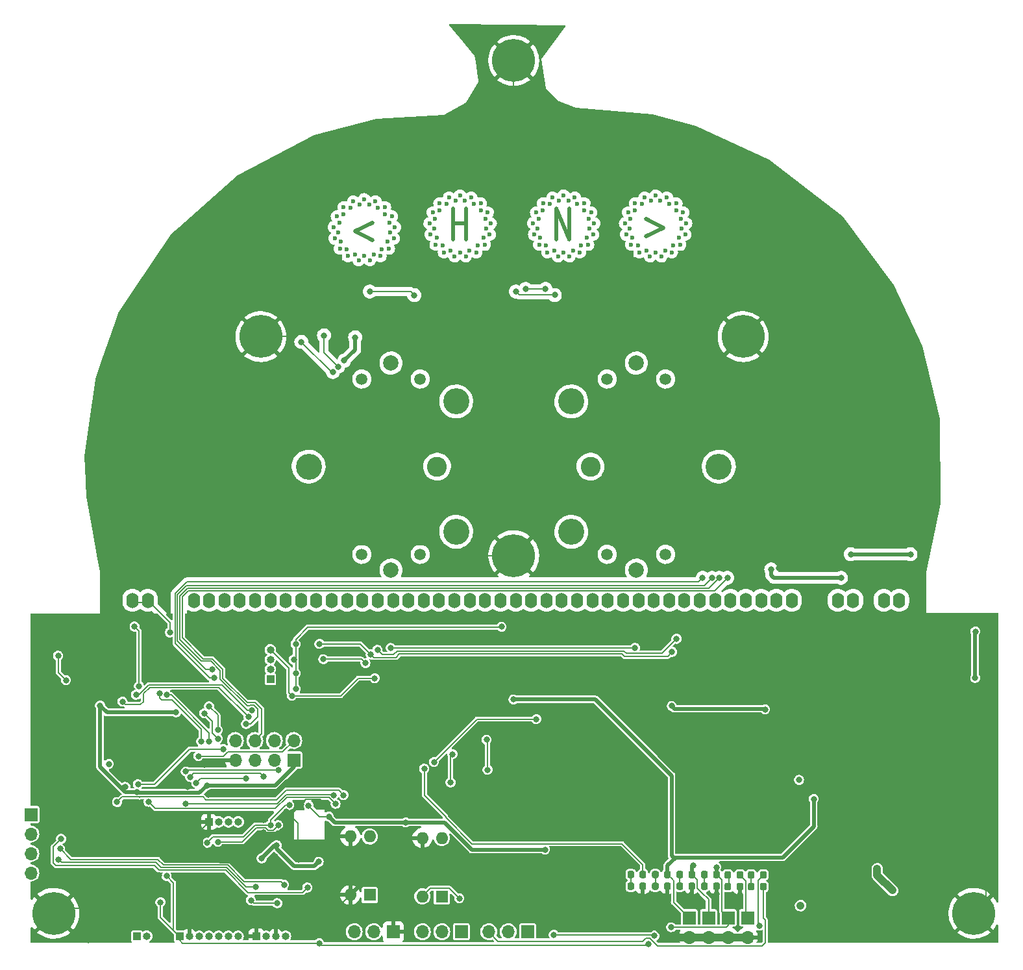
<source format=gtl>
G04 #@! TF.GenerationSoftware,KiCad,Pcbnew,(5.99.0-3329-ga80190e20)*
G04 #@! TF.CreationDate,2020-09-20T16:31:58-04:00*
G04 #@! TF.ProjectId,MotorcycleSpeedo,4d6f746f-7263-4796-936c-655370656564,rev?*
G04 #@! TF.SameCoordinates,Original*
G04 #@! TF.FileFunction,Copper,L1,Top*
G04 #@! TF.FilePolarity,Positive*
%FSLAX46Y46*%
G04 Gerber Fmt 4.6, Leading zero omitted, Abs format (unit mm)*
G04 Created by KiCad (PCBNEW (5.99.0-3329-ga80190e20)) date 2020-09-20 16:31:58*
%MOMM*%
%LPD*%
G01*
G04 APERTURE LIST*
%ADD10C,0.500000*%
G04 #@! TA.AperFunction,ComponentPad*
%ADD11R,1.700000X1.700000*%
G04 #@! TD*
G04 #@! TA.AperFunction,ComponentPad*
%ADD12O,1.700000X1.700000*%
G04 #@! TD*
G04 #@! TA.AperFunction,ComponentPad*
%ADD13R,1.000000X1.000000*%
G04 #@! TD*
G04 #@! TA.AperFunction,ComponentPad*
%ADD14O,1.000000X1.000000*%
G04 #@! TD*
G04 #@! TA.AperFunction,ComponentPad*
%ADD15C,5.600000*%
G04 #@! TD*
G04 #@! TA.AperFunction,ComponentPad*
%ADD16C,0.600000*%
G04 #@! TD*
G04 #@! TA.AperFunction,WasherPad*
%ADD17C,3.400000*%
G04 #@! TD*
G04 #@! TA.AperFunction,WasherPad*
%ADD18C,2.600000*%
G04 #@! TD*
G04 #@! TA.AperFunction,WasherPad*
%ADD19C,2.000000*%
G04 #@! TD*
G04 #@! TA.AperFunction,ComponentPad*
%ADD20C,1.500000*%
G04 #@! TD*
G04 #@! TA.AperFunction,ComponentPad*
%ADD21O,1.600000X2.000000*%
G04 #@! TD*
G04 #@! TA.AperFunction,ComponentPad*
%ADD22R,1.600000X1.600000*%
G04 #@! TD*
G04 #@! TA.AperFunction,ComponentPad*
%ADD23O,1.600000X1.600000*%
G04 #@! TD*
G04 #@! TA.AperFunction,ViaPad*
%ADD24C,0.800000*%
G04 #@! TD*
G04 #@! TA.AperFunction,Conductor*
%ADD25C,0.160000*%
G04 #@! TD*
G04 #@! TA.AperFunction,Conductor*
%ADD26C,0.500000*%
G04 #@! TD*
G04 #@! TA.AperFunction,Conductor*
%ADD27C,1.000000*%
G04 #@! TD*
G04 #@! TA.AperFunction,Conductor*
%ADD28C,0.200000*%
G04 #@! TD*
G04 APERTURE END LIST*
D10*
X205902857Y-83739523D02*
X205902857Y-79739523D01*
X205902857Y-81644285D02*
X207617142Y-81644285D01*
X207617142Y-83739523D02*
X207617142Y-79739523D01*
X195402857Y-81572857D02*
X193117142Y-82715714D01*
X195402857Y-83858571D01*
X231117142Y-81072857D02*
X233402857Y-82215714D01*
X231117142Y-83358571D01*
X219402857Y-83739523D02*
X219402857Y-79739523D01*
X221117142Y-83739523D01*
X221117142Y-79739523D01*
D11*
X215660000Y-174030000D03*
D12*
X213120000Y-174030000D03*
X210580000Y-174030000D03*
D13*
X174100000Y-159700000D03*
D14*
X175370000Y-159700000D03*
X176640000Y-159700000D03*
X177910000Y-159700000D03*
D15*
X273860000Y-171630000D03*
X153860000Y-171630000D03*
D13*
X180260000Y-174630000D03*
D14*
X181530000Y-174630000D03*
X182800000Y-174630000D03*
X184070000Y-174630000D03*
D16*
X209150565Y-84542630D03*
X207484748Y-78687891D03*
X203474504Y-82343712D03*
X203816445Y-83545510D03*
X206235252Y-78687891D03*
X204146741Y-79981042D03*
X209573259Y-79981042D03*
X205070131Y-79139262D03*
X210130207Y-81099546D03*
X204569435Y-84542630D03*
X210245496Y-82343712D03*
X208649869Y-79139262D03*
X206860000Y-85430000D03*
X209903555Y-83545510D03*
X203589793Y-81099546D03*
X208088222Y-85200406D03*
X205631778Y-85200406D03*
X204754271Y-85430869D03*
X210842937Y-81660927D03*
X204165217Y-79073964D03*
X203012697Y-83124652D03*
X202877063Y-81660927D03*
X203279347Y-80247047D03*
X206125002Y-85961892D03*
X210052069Y-84440539D03*
X206860000Y-78030000D03*
X203667931Y-84440539D03*
X205415033Y-78300111D03*
X210440653Y-80247047D03*
X208304967Y-78300111D03*
X210707303Y-83124652D03*
X209554783Y-79073964D03*
X208965729Y-85430869D03*
X207594998Y-85961892D03*
X194984748Y-79187891D03*
X191646741Y-80481042D03*
X197073259Y-80481042D03*
X197403555Y-84045510D03*
X193735252Y-79187891D03*
X197630207Y-81599546D03*
X197745496Y-82843712D03*
X194360000Y-85930000D03*
X196650565Y-85042630D03*
X195588222Y-85700406D03*
X191316445Y-84045510D03*
X190974504Y-82843712D03*
X193131778Y-85700406D03*
X192069435Y-85042630D03*
X196149869Y-79639262D03*
X192570131Y-79639262D03*
X191089793Y-81599546D03*
X194360000Y-78530000D03*
X197940653Y-80747047D03*
X195094998Y-86461892D03*
X198207303Y-83624652D03*
X192254271Y-85930869D03*
X195804967Y-78800111D03*
X190512697Y-83624652D03*
X191665217Y-79573964D03*
X191167931Y-84940539D03*
X190779347Y-80747047D03*
X197552069Y-84940539D03*
X198342937Y-82160927D03*
X192915033Y-78800111D03*
X197054783Y-79573964D03*
X196465729Y-85930869D03*
X190377063Y-82160927D03*
X193625002Y-86461892D03*
X232360000Y-85430000D03*
X234149869Y-79139262D03*
X229089793Y-81099546D03*
X229316445Y-83545510D03*
X235630207Y-81099546D03*
X233588222Y-85200406D03*
X231131778Y-85200406D03*
X235745496Y-82343712D03*
X232984748Y-78687891D03*
X234650565Y-84542630D03*
X235403555Y-83545510D03*
X229646741Y-79981042D03*
X231735252Y-78687891D03*
X228974504Y-82343712D03*
X230069435Y-84542630D03*
X230570131Y-79139262D03*
X235073259Y-79981042D03*
X235054783Y-79073964D03*
X231625002Y-85961892D03*
X230915033Y-78300111D03*
X236207303Y-83124652D03*
X228779347Y-80247047D03*
X230254271Y-85430869D03*
X234465729Y-85430869D03*
X228377063Y-81660927D03*
X229167931Y-84440539D03*
X235940653Y-80247047D03*
X233804967Y-78300111D03*
X229665217Y-79073964D03*
X228512697Y-83124652D03*
X232360000Y-78030000D03*
X236342937Y-81660927D03*
X233094998Y-85961892D03*
X235552069Y-84440539D03*
D15*
X213850000Y-124983640D03*
D17*
X206340000Y-121868640D03*
X187100000Y-113378640D03*
X206340000Y-104888640D03*
D18*
X203850000Y-113378640D03*
D19*
X197850000Y-126878640D03*
X197850000Y-99878640D03*
D20*
X201660000Y-124808640D03*
X194040000Y-124808640D03*
X201660000Y-101948640D03*
X194040000Y-101948640D03*
D15*
X213850000Y-60430000D03*
X243760000Y-96430000D03*
X180860000Y-96430000D03*
D16*
X222650565Y-84542630D03*
X219735252Y-78687891D03*
X223745496Y-82343712D03*
X220360000Y-85430000D03*
X217089793Y-81099546D03*
X218570131Y-79139262D03*
X219131778Y-85200406D03*
X220984748Y-78687891D03*
X223630207Y-81099546D03*
X223073259Y-79981042D03*
X216974504Y-82343712D03*
X222149869Y-79139262D03*
X221588222Y-85200406D03*
X217316445Y-83545510D03*
X223403555Y-83545510D03*
X217646741Y-79981042D03*
X218069435Y-84542630D03*
X217665217Y-79073964D03*
X223940653Y-80247047D03*
X221804967Y-78300111D03*
X218915033Y-78300111D03*
X223552069Y-84440539D03*
X217167931Y-84440539D03*
X220360000Y-78030000D03*
X219625002Y-85961892D03*
X218254271Y-85430869D03*
X222465729Y-85430869D03*
X221094998Y-85961892D03*
X223054783Y-79073964D03*
X216779347Y-80247047D03*
X224342937Y-81660927D03*
X224207303Y-83124652D03*
X216512697Y-83124652D03*
X216377063Y-81660927D03*
G04 #@! TA.AperFunction,SMDPad,CuDef*
G36*
G01*
X243787000Y-167891750D02*
X243787000Y-168404250D01*
G75*
G02*
X243568250Y-168623000I-218750J0D01*
G01*
X243130750Y-168623000D01*
G75*
G02*
X242912000Y-168404250I0J218750D01*
G01*
X242912000Y-167891750D01*
G75*
G02*
X243130750Y-167673000I218750J0D01*
G01*
X243568250Y-167673000D01*
G75*
G02*
X243787000Y-167891750I0J-218750D01*
G01*
G37*
G04 #@! TD.AperFunction*
G04 #@! TA.AperFunction,SMDPad,CuDef*
G36*
G01*
X242212000Y-167891750D02*
X242212000Y-168404250D01*
G75*
G02*
X241993250Y-168623000I-218750J0D01*
G01*
X241555750Y-168623000D01*
G75*
G02*
X241337000Y-168404250I0J218750D01*
G01*
X241337000Y-167891750D01*
G75*
G02*
X241555750Y-167673000I218750J0D01*
G01*
X241993250Y-167673000D01*
G75*
G02*
X242212000Y-167891750I0J-218750D01*
G01*
G37*
G04 #@! TD.AperFunction*
G04 #@! TA.AperFunction,SMDPad,CuDef*
G36*
G01*
X234325001Y-166319750D02*
X234325001Y-166832250D01*
G75*
G02*
X234106251Y-167051000I-218750J0D01*
G01*
X233668751Y-167051000D01*
G75*
G02*
X233450001Y-166832250I0J218750D01*
G01*
X233450001Y-166319750D01*
G75*
G02*
X233668751Y-166101000I218750J0D01*
G01*
X234106251Y-166101000D01*
G75*
G02*
X234325001Y-166319750I0J-218750D01*
G01*
G37*
G04 #@! TD.AperFunction*
G04 #@! TA.AperFunction,SMDPad,CuDef*
G36*
G01*
X232750001Y-166319750D02*
X232750001Y-166832250D01*
G75*
G02*
X232531251Y-167051000I-218750J0D01*
G01*
X232093751Y-167051000D01*
G75*
G02*
X231875001Y-166832250I0J218750D01*
G01*
X231875001Y-166319750D01*
G75*
G02*
X232093751Y-166101000I218750J0D01*
G01*
X232531251Y-166101000D01*
G75*
G02*
X232750001Y-166319750I0J-218750D01*
G01*
G37*
G04 #@! TD.AperFunction*
D21*
X264114000Y-130810000D03*
X262114000Y-130810000D03*
X258114000Y-130810000D03*
X256114000Y-130810000D03*
X250114000Y-130810000D03*
X248114000Y-130810000D03*
X246114000Y-130810000D03*
X244114000Y-130810000D03*
X242114000Y-130810000D03*
X240114000Y-130810000D03*
X238114000Y-130810000D03*
X236114000Y-130810000D03*
X234114000Y-130810000D03*
X232114000Y-130810000D03*
X230114000Y-130810000D03*
X228114000Y-130810000D03*
X226114000Y-130810000D03*
X224114000Y-130810000D03*
X222114000Y-130810000D03*
X220114000Y-130810000D03*
X218114000Y-130810000D03*
X216114000Y-130810000D03*
X214114000Y-130810000D03*
X212114000Y-130810000D03*
X210114000Y-130810000D03*
X208114000Y-130810000D03*
X206114000Y-130810000D03*
X204114000Y-130810000D03*
X202114000Y-130810000D03*
X200114000Y-130810000D03*
X198114000Y-130810000D03*
X196114000Y-130810000D03*
X194114000Y-130810000D03*
X192114000Y-130810000D03*
X190114000Y-130810000D03*
X188114000Y-130810000D03*
X186114000Y-130810000D03*
X184114000Y-130810000D03*
X182114000Y-130810000D03*
X180114000Y-130810000D03*
X178114000Y-130810000D03*
X176114000Y-130810000D03*
X174114000Y-130810000D03*
X172114000Y-130810000D03*
X166114000Y-130810000D03*
X164114000Y-130810000D03*
G04 #@! TA.AperFunction,SMDPad,CuDef*
G36*
G01*
X237525000Y-166319750D02*
X237525000Y-166832250D01*
G75*
G02*
X237306250Y-167051000I-218750J0D01*
G01*
X236868750Y-167051000D01*
G75*
G02*
X236650000Y-166832250I0J218750D01*
G01*
X236650000Y-166319750D01*
G75*
G02*
X236868750Y-166101000I218750J0D01*
G01*
X237306250Y-166101000D01*
G75*
G02*
X237525000Y-166319750I0J-218750D01*
G01*
G37*
G04 #@! TD.AperFunction*
G04 #@! TA.AperFunction,SMDPad,CuDef*
G36*
G01*
X235950000Y-166319750D02*
X235950000Y-166832250D01*
G75*
G02*
X235731250Y-167051000I-218750J0D01*
G01*
X235293750Y-167051000D01*
G75*
G02*
X235075000Y-166832250I0J218750D01*
G01*
X235075000Y-166319750D01*
G75*
G02*
X235293750Y-166101000I218750J0D01*
G01*
X235731250Y-166101000D01*
G75*
G02*
X235950000Y-166319750I0J-218750D01*
G01*
G37*
G04 #@! TD.AperFunction*
G04 #@! TA.AperFunction,SMDPad,CuDef*
G36*
G01*
X234325001Y-167843750D02*
X234325001Y-168356250D01*
G75*
G02*
X234106251Y-168575000I-218750J0D01*
G01*
X233668751Y-168575000D01*
G75*
G02*
X233450001Y-168356250I0J218750D01*
G01*
X233450001Y-167843750D01*
G75*
G02*
X233668751Y-167625000I218750J0D01*
G01*
X234106251Y-167625000D01*
G75*
G02*
X234325001Y-167843750I0J-218750D01*
G01*
G37*
G04 #@! TD.AperFunction*
G04 #@! TA.AperFunction,SMDPad,CuDef*
G36*
G01*
X232750001Y-167843750D02*
X232750001Y-168356250D01*
G75*
G02*
X232531251Y-168575000I-218750J0D01*
G01*
X232093751Y-168575000D01*
G75*
G02*
X231875001Y-168356250I0J218750D01*
G01*
X231875001Y-167843750D01*
G75*
G02*
X232093751Y-167625000I218750J0D01*
G01*
X232531251Y-167625000D01*
G75*
G02*
X232750001Y-167843750I0J-218750D01*
G01*
G37*
G04 #@! TD.AperFunction*
G04 #@! TA.AperFunction,SMDPad,CuDef*
G36*
G01*
X231124997Y-166319750D02*
X231124997Y-166832250D01*
G75*
G02*
X230906247Y-167051000I-218750J0D01*
G01*
X230468747Y-167051000D01*
G75*
G02*
X230249997Y-166832250I0J218750D01*
G01*
X230249997Y-166319750D01*
G75*
G02*
X230468747Y-166101000I218750J0D01*
G01*
X230906247Y-166101000D01*
G75*
G02*
X231124997Y-166319750I0J-218750D01*
G01*
G37*
G04 #@! TD.AperFunction*
G04 #@! TA.AperFunction,SMDPad,CuDef*
G36*
G01*
X229549997Y-166319750D02*
X229549997Y-166832250D01*
G75*
G02*
X229331247Y-167051000I-218750J0D01*
G01*
X228893747Y-167051000D01*
G75*
G02*
X228674997Y-166832250I0J218750D01*
G01*
X228674997Y-166319750D01*
G75*
G02*
X228893747Y-166101000I218750J0D01*
G01*
X229331247Y-166101000D01*
G75*
G02*
X229549997Y-166319750I0J-218750D01*
G01*
G37*
G04 #@! TD.AperFunction*
G04 #@! TA.AperFunction,SMDPad,CuDef*
G36*
G01*
X246835000Y-166367750D02*
X246835000Y-166880250D01*
G75*
G02*
X246616250Y-167099000I-218750J0D01*
G01*
X246178750Y-167099000D01*
G75*
G02*
X245960000Y-166880250I0J218750D01*
G01*
X245960000Y-166367750D01*
G75*
G02*
X246178750Y-166149000I218750J0D01*
G01*
X246616250Y-166149000D01*
G75*
G02*
X246835000Y-166367750I0J-218750D01*
G01*
G37*
G04 #@! TD.AperFunction*
G04 #@! TA.AperFunction,SMDPad,CuDef*
G36*
G01*
X245260000Y-166367750D02*
X245260000Y-166880250D01*
G75*
G02*
X245041250Y-167099000I-218750J0D01*
G01*
X244603750Y-167099000D01*
G75*
G02*
X244385000Y-166880250I0J218750D01*
G01*
X244385000Y-166367750D01*
G75*
G02*
X244603750Y-166149000I218750J0D01*
G01*
X245041250Y-166149000D01*
G75*
G02*
X245260000Y-166367750I0J-218750D01*
G01*
G37*
G04 #@! TD.AperFunction*
G04 #@! TA.AperFunction,SMDPad,CuDef*
G36*
G01*
X240724998Y-167843750D02*
X240724998Y-168356250D01*
G75*
G02*
X240506248Y-168575000I-218750J0D01*
G01*
X240068748Y-168575000D01*
G75*
G02*
X239849998Y-168356250I0J218750D01*
G01*
X239849998Y-167843750D01*
G75*
G02*
X240068748Y-167625000I218750J0D01*
G01*
X240506248Y-167625000D01*
G75*
G02*
X240724998Y-167843750I0J-218750D01*
G01*
G37*
G04 #@! TD.AperFunction*
G04 #@! TA.AperFunction,SMDPad,CuDef*
G36*
G01*
X239149998Y-167843750D02*
X239149998Y-168356250D01*
G75*
G02*
X238931248Y-168575000I-218750J0D01*
G01*
X238493748Y-168575000D01*
G75*
G02*
X238274998Y-168356250I0J218750D01*
G01*
X238274998Y-167843750D01*
G75*
G02*
X238493748Y-167625000I218750J0D01*
G01*
X238931248Y-167625000D01*
G75*
G02*
X239149998Y-167843750I0J-218750D01*
G01*
G37*
G04 #@! TD.AperFunction*
G04 #@! TA.AperFunction,SMDPad,CuDef*
G36*
G01*
X246835000Y-167891750D02*
X246835000Y-168404250D01*
G75*
G02*
X246616250Y-168623000I-218750J0D01*
G01*
X246178750Y-168623000D01*
G75*
G02*
X245960000Y-168404250I0J218750D01*
G01*
X245960000Y-167891750D01*
G75*
G02*
X246178750Y-167673000I218750J0D01*
G01*
X246616250Y-167673000D01*
G75*
G02*
X246835000Y-167891750I0J-218750D01*
G01*
G37*
G04 #@! TD.AperFunction*
G04 #@! TA.AperFunction,SMDPad,CuDef*
G36*
G01*
X245260000Y-167891750D02*
X245260000Y-168404250D01*
G75*
G02*
X245041250Y-168623000I-218750J0D01*
G01*
X244603750Y-168623000D01*
G75*
G02*
X244385000Y-168404250I0J218750D01*
G01*
X244385000Y-167891750D01*
G75*
G02*
X244603750Y-167673000I218750J0D01*
G01*
X245041250Y-167673000D01*
G75*
G02*
X245260000Y-167891750I0J-218750D01*
G01*
G37*
G04 #@! TD.AperFunction*
G04 #@! TA.AperFunction,SMDPad,CuDef*
G36*
G01*
X240724998Y-166319750D02*
X240724998Y-166832250D01*
G75*
G02*
X240506248Y-167051000I-218750J0D01*
G01*
X240068748Y-167051000D01*
G75*
G02*
X239849998Y-166832250I0J218750D01*
G01*
X239849998Y-166319750D01*
G75*
G02*
X240068748Y-166101000I218750J0D01*
G01*
X240506248Y-166101000D01*
G75*
G02*
X240724998Y-166319750I0J-218750D01*
G01*
G37*
G04 #@! TD.AperFunction*
G04 #@! TA.AperFunction,SMDPad,CuDef*
G36*
G01*
X239149998Y-166319750D02*
X239149998Y-166832250D01*
G75*
G02*
X238931248Y-167051000I-218750J0D01*
G01*
X238493748Y-167051000D01*
G75*
G02*
X238274998Y-166832250I0J218750D01*
G01*
X238274998Y-166319750D01*
G75*
G02*
X238493748Y-166101000I218750J0D01*
G01*
X238931248Y-166101000D01*
G75*
G02*
X239149998Y-166319750I0J-218750D01*
G01*
G37*
G04 #@! TD.AperFunction*
G04 #@! TA.AperFunction,SMDPad,CuDef*
G36*
G01*
X231124997Y-167843750D02*
X231124997Y-168356250D01*
G75*
G02*
X230906247Y-168575000I-218750J0D01*
G01*
X230468747Y-168575000D01*
G75*
G02*
X230249997Y-168356250I0J218750D01*
G01*
X230249997Y-167843750D01*
G75*
G02*
X230468747Y-167625000I218750J0D01*
G01*
X230906247Y-167625000D01*
G75*
G02*
X231124997Y-167843750I0J-218750D01*
G01*
G37*
G04 #@! TD.AperFunction*
G04 #@! TA.AperFunction,SMDPad,CuDef*
G36*
G01*
X229549997Y-167843750D02*
X229549997Y-168356250D01*
G75*
G02*
X229331247Y-168575000I-218750J0D01*
G01*
X228893747Y-168575000D01*
G75*
G02*
X228674997Y-168356250I0J218750D01*
G01*
X228674997Y-167843750D01*
G75*
G02*
X228893747Y-167625000I218750J0D01*
G01*
X229331247Y-167625000D01*
G75*
G02*
X229549997Y-167843750I0J-218750D01*
G01*
G37*
G04 #@! TD.AperFunction*
G04 #@! TA.AperFunction,SMDPad,CuDef*
G36*
G01*
X243787000Y-166367750D02*
X243787000Y-166880250D01*
G75*
G02*
X243568250Y-167099000I-218750J0D01*
G01*
X243130750Y-167099000D01*
G75*
G02*
X242912000Y-166880250I0J218750D01*
G01*
X242912000Y-166367750D01*
G75*
G02*
X243130750Y-166149000I218750J0D01*
G01*
X243568250Y-166149000D01*
G75*
G02*
X243787000Y-166367750I0J-218750D01*
G01*
G37*
G04 #@! TD.AperFunction*
G04 #@! TA.AperFunction,SMDPad,CuDef*
G36*
G01*
X242212000Y-166367750D02*
X242212000Y-166880250D01*
G75*
G02*
X241993250Y-167099000I-218750J0D01*
G01*
X241555750Y-167099000D01*
G75*
G02*
X241337000Y-166880250I0J218750D01*
G01*
X241337000Y-166367750D01*
G75*
G02*
X241555750Y-166149000I218750J0D01*
G01*
X241993250Y-166149000D01*
G75*
G02*
X242212000Y-166367750I0J-218750D01*
G01*
G37*
G04 #@! TD.AperFunction*
G04 #@! TA.AperFunction,SMDPad,CuDef*
G36*
G01*
X237524997Y-167843750D02*
X237524997Y-168356250D01*
G75*
G02*
X237306247Y-168575000I-218750J0D01*
G01*
X236868747Y-168575000D01*
G75*
G02*
X236649997Y-168356250I0J218750D01*
G01*
X236649997Y-167843750D01*
G75*
G02*
X236868747Y-167625000I218750J0D01*
G01*
X237306247Y-167625000D01*
G75*
G02*
X237524997Y-167843750I0J-218750D01*
G01*
G37*
G04 #@! TD.AperFunction*
G04 #@! TA.AperFunction,SMDPad,CuDef*
G36*
G01*
X235949997Y-167843750D02*
X235949997Y-168356250D01*
G75*
G02*
X235731247Y-168575000I-218750J0D01*
G01*
X235293747Y-168575000D01*
G75*
G02*
X235074997Y-168356250I0J218750D01*
G01*
X235074997Y-167843750D01*
G75*
G02*
X235293747Y-167625000I218750J0D01*
G01*
X235731247Y-167625000D01*
G75*
G02*
X235949997Y-167843750I0J-218750D01*
G01*
G37*
G04 #@! TD.AperFunction*
D11*
X207010002Y-174039999D03*
D12*
X204470002Y-174039999D03*
X201930002Y-174039999D03*
D13*
X164711000Y-174625000D03*
D14*
X165981000Y-174625000D03*
D11*
X198120002Y-174039999D03*
D12*
X195580002Y-174039999D03*
X193040002Y-174039999D03*
D11*
X185158000Y-151638000D03*
D12*
X185158000Y-149098000D03*
X182618000Y-151638000D03*
X182618000Y-149098000D03*
X180078000Y-151638000D03*
X180078000Y-149098000D03*
X177538000Y-151638000D03*
X177538000Y-149098000D03*
D22*
X204460000Y-169430000D03*
D23*
X201920000Y-169430000D03*
X201920000Y-161810000D03*
X204460000Y-161810000D03*
D22*
X195060000Y-169230000D03*
D23*
X192520000Y-169230000D03*
X192520000Y-161610000D03*
X195060000Y-161610000D03*
D17*
X221360000Y-121868640D03*
D18*
X223850000Y-113378640D03*
D19*
X229850000Y-126878640D03*
X229850000Y-99878640D03*
D17*
X221360000Y-104888640D03*
X240600000Y-113378640D03*
D20*
X226040000Y-124808640D03*
X233660000Y-124808640D03*
X226040000Y-101948640D03*
X233660000Y-101948640D03*
D11*
X150868000Y-158750000D03*
D12*
X150868000Y-161290000D03*
X150868000Y-163830000D03*
X150868000Y-166370000D03*
D11*
X241800000Y-172211997D03*
D12*
X241800000Y-174751997D03*
D11*
X244340000Y-172211999D03*
D12*
X244340000Y-174751999D03*
D11*
X239260000Y-172212000D03*
D12*
X239260000Y-174752000D03*
D13*
X170260000Y-174630000D03*
D14*
X171530000Y-174630000D03*
X172800000Y-174630000D03*
X174070000Y-174630000D03*
X175340000Y-174630000D03*
X176610000Y-174630000D03*
X177880000Y-174630000D03*
D11*
X236720000Y-172212000D03*
D12*
X236720000Y-174752000D03*
D13*
X182110000Y-141097000D03*
D14*
X182110000Y-139827000D03*
X182110000Y-138557000D03*
X182110000Y-137287000D03*
D24*
X154800000Y-154400000D03*
X159000000Y-162400000D03*
X155200000Y-166800000D03*
X162800000Y-168000000D03*
X204400000Y-153000000D03*
X217400000Y-171800000D03*
X213600000Y-167600000D03*
X214400000Y-172000000D03*
X163000000Y-140800000D03*
X163400000Y-137600000D03*
X167400000Y-137800000D03*
X180200000Y-137200000D03*
X177000000Y-133800000D03*
X171400000Y-133800000D03*
X195400000Y-158400000D03*
X190800000Y-158400000D03*
X167600000Y-166629010D03*
X172000000Y-161800000D03*
X170200000Y-166800000D03*
X174200000Y-166800000D03*
X218800000Y-149200000D03*
X221200000Y-150000000D03*
X161028000Y-152146000D03*
X162109926Y-157122462D03*
X191643000Y-156210000D03*
X261260000Y-165830000D03*
X263260000Y-168630000D03*
X154437010Y-164592000D03*
X180205000Y-168153010D03*
X154686000Y-163195000D03*
X183888000Y-167894000D03*
X274025999Y-140929999D03*
X251267705Y-170637705D03*
X274066000Y-134874000D03*
X251060000Y-154230000D03*
X193167000Y-96520000D03*
X191753556Y-99551556D03*
X188468000Y-175514000D03*
X185412000Y-142367000D03*
X247438700Y-126788700D03*
X234381512Y-173446430D03*
X240276000Y-165608000D03*
X185412000Y-136525000D03*
X185412000Y-140335000D03*
X234450000Y-144600000D03*
X257800000Y-124800000D03*
X265600000Y-124800000D03*
X246626000Y-145034000D03*
X212258188Y-134265715D03*
X168563267Y-166756010D03*
X231385753Y-175613032D03*
X185158000Y-138557000D03*
X256540000Y-127889000D03*
X167759000Y-170180000D03*
X245872000Y-173228000D03*
X219060000Y-174430000D03*
X232220956Y-174538037D03*
X190608439Y-157363561D03*
X166204007Y-157086021D03*
X164592000Y-143129000D03*
X202184000Y-152781000D03*
X179696944Y-145186010D03*
X180967000Y-164465000D03*
X173855000Y-154940000D03*
X159885000Y-144526000D03*
X169799000Y-145420010D03*
X187064990Y-157563249D03*
X189730000Y-159004000D03*
X182943000Y-162758000D03*
X182999000Y-170307000D03*
X163187000Y-155149500D03*
X179570000Y-169926000D03*
X199763000Y-159766000D03*
X217932000Y-163322000D03*
X188405000Y-164918000D03*
X164719000Y-155806001D03*
X237228000Y-165354000D03*
X171083018Y-157340021D03*
X190365000Y-156215010D03*
X154813000Y-161925000D03*
X186944000Y-168275000D03*
X252976000Y-156718000D03*
X213800000Y-143750000D03*
X190260966Y-101044146D03*
X186148600Y-97129600D03*
X172712000Y-151130000D03*
X171053437Y-153097813D03*
X183190656Y-152926476D03*
X178941491Y-146943547D03*
X240678063Y-127883990D03*
X178935000Y-154051000D03*
X172437577Y-154616358D03*
X215392000Y-90200000D03*
X218000000Y-90200000D03*
X195072000Y-90551000D03*
X219200000Y-91000000D03*
X200885000Y-91030000D03*
X214122000Y-90551000D03*
X162814000Y-144018000D03*
X210431000Y-152908000D03*
X179243953Y-146032427D03*
X210302000Y-148996500D03*
X155448000Y-141224000D03*
X190939797Y-100365315D03*
X189103000Y-96266000D03*
X154432000Y-138049000D03*
X216781000Y-146304000D03*
X203446000Y-151892000D03*
X189000000Y-138500000D03*
X235077000Y-135826500D03*
X194500000Y-139000000D03*
X196088000Y-137287000D03*
X234505500Y-137541000D03*
X195199000Y-137858500D03*
X188500000Y-136500000D03*
X174117000Y-149225000D03*
X175252000Y-162306000D03*
X168585232Y-143138983D03*
X183126000Y-160147000D03*
X184571326Y-157510348D03*
X173101000Y-149225000D03*
X173855000Y-162433000D03*
X182110000Y-160147000D03*
X167640000Y-142971175D03*
X174117000Y-144653000D03*
X238482558Y-127883990D03*
X175254590Y-147731481D03*
X174751102Y-140945888D03*
X239716936Y-127883990D03*
X173482000Y-145542000D03*
X175260000Y-148844000D03*
X174494897Y-139784571D03*
X205605000Y-154559000D03*
X205859000Y-150876000D03*
X169000000Y-135000000D03*
X206748000Y-169672000D03*
X159800000Y-108600000D03*
X231394000Y-152400000D03*
X170900000Y-138700000D03*
X168600000Y-159800000D03*
X258800000Y-86800000D03*
X253746000Y-168910000D03*
X236982000Y-169164000D03*
X262860000Y-174030000D03*
X275730750Y-140313250D03*
X247396000Y-139319000D03*
X166960000Y-168365000D03*
X168750000Y-147226000D03*
X263460000Y-136830000D03*
X265400000Y-127000000D03*
X212344000Y-93091000D03*
X169029000Y-140971000D03*
X233934000Y-169672000D03*
X184142000Y-158369000D03*
X232029000Y-139319000D03*
X188595000Y-171450000D03*
X189755500Y-164617500D03*
X172600000Y-143600000D03*
X168648000Y-171831000D03*
X165800000Y-133400000D03*
X210566000Y-160528000D03*
X246000000Y-74200000D03*
X230124000Y-93091000D03*
X230632000Y-169418000D03*
X179563820Y-162792147D03*
X199517000Y-141859000D03*
X218440000Y-160782000D03*
X168064999Y-140335001D03*
X217043000Y-93091000D03*
X158623000Y-145923000D03*
X212979000Y-135382000D03*
X254460000Y-151230000D03*
X235966000Y-160020000D03*
X173474000Y-152273000D03*
X261874000Y-170688000D03*
X187200000Y-91000000D03*
X188255000Y-144145000D03*
X270002000Y-167132000D03*
X177800000Y-147000000D03*
X203454000Y-155448000D03*
X258318000Y-134112000D03*
X178054000Y-169418000D03*
X275460000Y-166630000D03*
X172500000Y-140300000D03*
X158742000Y-170942000D03*
X176600000Y-146000000D03*
X229552500Y-141795500D03*
X257319400Y-118440200D03*
X224536000Y-160528000D03*
X225933000Y-141859000D03*
X175895000Y-137414000D03*
X267462000Y-167132000D03*
X182581501Y-166079501D03*
X170000000Y-143000000D03*
X267716000Y-170180000D03*
X268400000Y-114600000D03*
X270860000Y-136430000D03*
X187800000Y-150800000D03*
X185805000Y-164629500D03*
X265430000Y-157988000D03*
X197350000Y-168148000D03*
X266700000Y-163576000D03*
X182745000Y-164211000D03*
X243332000Y-169164000D03*
X257302000Y-168656000D03*
X272660000Y-155630000D03*
X178173000Y-165735000D03*
X266400000Y-101000000D03*
X174000000Y-156200000D03*
X171287253Y-155134422D03*
X200017000Y-157992010D03*
X191400000Y-93400000D03*
X185600000Y-72600000D03*
X215900000Y-141859000D03*
X261112000Y-158496000D03*
X243070000Y-159766000D03*
X155067000Y-142240000D03*
X180600000Y-142000000D03*
X232156000Y-161798000D03*
X157335000Y-159735000D03*
X160400000Y-122400000D03*
X159085001Y-157950001D03*
X208145000Y-149225000D03*
X273304000Y-160274000D03*
X166235000Y-158369000D03*
X232283000Y-134112000D03*
X213080500Y-148191500D03*
X195072000Y-155448000D03*
X183455000Y-144145000D03*
X163300000Y-157356005D03*
X155400000Y-149812000D03*
X172000000Y-82200000D03*
X261366000Y-163068000D03*
X206248000Y-157988000D03*
X204597000Y-141859000D03*
X275660000Y-155630000D03*
X194564000Y-141859000D03*
X245356000Y-162433000D03*
X242443000Y-139319000D03*
X248460000Y-126630000D03*
X216408000Y-161290000D03*
X186114342Y-157429490D03*
X254762000Y-159004000D03*
X235712000Y-154432000D03*
X224028000Y-153924000D03*
X268554000Y-136830000D03*
X209938135Y-154835415D03*
X266060000Y-150630000D03*
X207772000Y-94996000D03*
X254860000Y-174030000D03*
X275836000Y-136398000D03*
X168400000Y-130800000D03*
X221010000Y-167030000D03*
X265760000Y-172730000D03*
X157861000Y-144399000D03*
X185000000Y-154200000D03*
X181224006Y-159506990D03*
X181202625Y-161107001D03*
X276060000Y-146588000D03*
X210439000Y-141859000D03*
X158623000Y-140630500D03*
X165735000Y-151511000D03*
X163000000Y-95600000D03*
X162000000Y-133600000D03*
X190400000Y-154200000D03*
X229200000Y-68400000D03*
X216916000Y-156464000D03*
X178640500Y-140159500D03*
X162415447Y-158240558D03*
X170053000Y-152908000D03*
X251294000Y-149264000D03*
X231902000Y-156210000D03*
X158361000Y-175133000D03*
X185666000Y-162560000D03*
X240287498Y-169160502D03*
X224790000Y-172212000D03*
X203400000Y-68800000D03*
X175931150Y-150225465D03*
X195707000Y-140970000D03*
X164838000Y-154813000D03*
X197802500Y-137033000D03*
X184904000Y-143256000D03*
X229679500Y-137033000D03*
X164400000Y-134240010D03*
X164973000Y-141986000D03*
X171642077Y-153856184D03*
X181221000Y-153797000D03*
X241717835Y-127883990D03*
D25*
X163400000Y-140400000D02*
X163000000Y-140800000D01*
X163400000Y-137600000D02*
X163400000Y-140400000D01*
X180200000Y-137000000D02*
X180200000Y-137200000D01*
X177000000Y-133800000D02*
X180200000Y-137000000D01*
X175014000Y-137414000D02*
X171400000Y-133800000D01*
X175895000Y-137414000D02*
X175014000Y-137414000D01*
X190800000Y-158400000D02*
X195400000Y-158400000D01*
X186743832Y-156800000D02*
X188600000Y-156800000D01*
X189724867Y-156479989D02*
X184277137Y-156479989D01*
X190365000Y-156215010D02*
X190309968Y-156159978D01*
X182964542Y-157340021D02*
X171083018Y-157340021D01*
D26*
X189730000Y-159004000D02*
X190492000Y-159766000D01*
X190492000Y-159766000D02*
X199763000Y-159766000D01*
D25*
X190309968Y-156159978D02*
X184144585Y-156159978D01*
X190200000Y-158400000D02*
X190800000Y-158400000D01*
X188600000Y-156800000D02*
X190200000Y-158400000D01*
X167098008Y-157980022D02*
X166204007Y-157086021D01*
X184144585Y-156159978D02*
X182964542Y-157340021D01*
X190608439Y-157363561D02*
X189724867Y-156479989D01*
X186114342Y-157429490D02*
X186743832Y-156800000D01*
X182777104Y-157980022D02*
X167098008Y-157980022D01*
X184277137Y-156479989D02*
X182777104Y-157980022D01*
X173214999Y-160585001D02*
X173214999Y-161785001D01*
X173214999Y-161785001D02*
X173214999Y-162740201D01*
X172000000Y-161800000D02*
X173200000Y-161800000D01*
X173200000Y-161800000D02*
X173214999Y-161785001D01*
X186944000Y-168275000D02*
X186309000Y-168910000D01*
X186309000Y-168910000D02*
X179197000Y-168910000D01*
X179197000Y-168910000D02*
X176276000Y-165989000D01*
X176276000Y-165989000D02*
X167589000Y-165989000D01*
X153797000Y-162941000D02*
X154813000Y-161925000D01*
X167589000Y-165989000D02*
X167000000Y-165400000D01*
X167000000Y-165400000D02*
X154132000Y-165400000D01*
X154132000Y-165400000D02*
X153797000Y-165065000D01*
X153797000Y-165065000D02*
X153797000Y-162941000D01*
X183888000Y-167894000D02*
X183488001Y-167494001D01*
X183488001Y-167494001D02*
X178686127Y-167494001D01*
X156091000Y-164600000D02*
X154686000Y-163195000D01*
X178686127Y-167494001D02*
X176541104Y-165348978D01*
X176541104Y-165348978D02*
X168201306Y-165348978D01*
X168201306Y-165348978D02*
X167452328Y-164600000D01*
X167452328Y-164600000D02*
X156091000Y-164600000D01*
X167868989Y-165668989D02*
X167200000Y-165000000D01*
X154845010Y-165000000D02*
X154437010Y-164592000D01*
X178892572Y-168153010D02*
X176408552Y-165668989D01*
X176408552Y-165668989D02*
X167868989Y-165668989D01*
X180205000Y-168153010D02*
X178892572Y-168153010D01*
X167200000Y-165000000D02*
X154845010Y-165000000D01*
X167800000Y-168600000D02*
X167600000Y-168400000D01*
X167600000Y-168400000D02*
X167600000Y-166629010D01*
X213080500Y-148191500D02*
X217791500Y-148191500D01*
X217791500Y-148191500D02*
X218800000Y-149200000D01*
X221200000Y-150000000D02*
X221200000Y-151096000D01*
X221200000Y-151096000D02*
X224028000Y-153924000D01*
X165026202Y-156469002D02*
X165049193Y-156446011D01*
X165117989Y-156446011D02*
X173298807Y-156446011D01*
X162786377Y-156446011D02*
X162109926Y-157122462D01*
X165117989Y-156446011D02*
X162786377Y-156446011D01*
X165049193Y-156446011D02*
X165117989Y-156446011D01*
X184150000Y-155575000D02*
X191008000Y-155575000D01*
X173298807Y-156446011D02*
X173692798Y-156840002D01*
X182884998Y-156840002D02*
X184150000Y-155575000D01*
X173692798Y-156840002D02*
X182884998Y-156840002D01*
X191008000Y-155575000D02*
X191643000Y-156210000D01*
D27*
X261260000Y-165830000D02*
X261260000Y-166630000D01*
X261260000Y-166630000D02*
X263260000Y-168630000D01*
D26*
X274025999Y-134914001D02*
X274066000Y-134874000D01*
X193167000Y-96520000D02*
X193167000Y-98138112D01*
D25*
X244139990Y-172011989D02*
X244340000Y-172211999D01*
X244139990Y-167414490D02*
X244139990Y-172011989D01*
X244139990Y-167414490D02*
X243349500Y-166624000D01*
D26*
X193167000Y-98138112D02*
X191753556Y-99551556D01*
X274025999Y-140929999D02*
X274025999Y-134914001D01*
D27*
X251260000Y-170630000D02*
X251267705Y-170637705D01*
D26*
X240287498Y-166576000D02*
X240287498Y-165619498D01*
D28*
X169451500Y-173821500D02*
X169451500Y-167644243D01*
X170260000Y-175129999D02*
X170644001Y-175514000D01*
X169451500Y-167644243D02*
X168563267Y-166756010D01*
X241800000Y-172211997D02*
X241010000Y-171421997D01*
D25*
X241800000Y-173221997D02*
X241575567Y-173446430D01*
D26*
X246542000Y-144950000D02*
X246626000Y-145034000D01*
D28*
X170644001Y-175514000D02*
X188468000Y-175514000D01*
D25*
X241575567Y-173446430D02*
X234381512Y-173446430D01*
D28*
X241010000Y-171421997D02*
X241010000Y-167298502D01*
D25*
X241010000Y-167298502D02*
X240287498Y-166576000D01*
D26*
X234800000Y-144950000D02*
X234450000Y-144600000D01*
D28*
X185412000Y-138303000D02*
X185412000Y-138049000D01*
D26*
X242250000Y-144950000D02*
X246542000Y-144950000D01*
D28*
X188468000Y-175514000D02*
X188722000Y-175768000D01*
D26*
X240287498Y-165619498D02*
X240276000Y-165608000D01*
X265600000Y-124800000D02*
X257800000Y-124800000D01*
D28*
X185412000Y-136525000D02*
X185412000Y-138049000D01*
D25*
X231230785Y-175768000D02*
X231385753Y-175613032D01*
X241800000Y-172211997D02*
X241800000Y-173221997D01*
D28*
X186951990Y-134350010D02*
X187199990Y-134350010D01*
X185412000Y-138049000D02*
X185412000Y-140335000D01*
X185158000Y-138557000D02*
X185412000Y-138303000D01*
D26*
X247438700Y-127550700D02*
X247777000Y-127889000D01*
D25*
X187199990Y-134350010D02*
X212173893Y-134350010D01*
X227330000Y-175768000D02*
X231230785Y-175768000D01*
D28*
X170260000Y-174630000D02*
X170260000Y-175129999D01*
X185412000Y-136525000D02*
X185412000Y-135890000D01*
X185412000Y-140335000D02*
X185412000Y-142367000D01*
X185412000Y-135890000D02*
X186951990Y-134350010D01*
D25*
X212173893Y-134350010D02*
X212258188Y-134265715D01*
D28*
X188722000Y-175768000D02*
X227330000Y-175768000D01*
D25*
X169451500Y-173821500D02*
X170260000Y-174630000D01*
X167759000Y-170180000D02*
X167759000Y-172129000D01*
X167759000Y-172129000D02*
X169451500Y-173821500D01*
D26*
X247438700Y-126788700D02*
X247438700Y-127550700D01*
X242250000Y-144950000D02*
X234800000Y-144950000D01*
X247777000Y-127889000D02*
X256540000Y-127889000D01*
D25*
X245872000Y-173228000D02*
X245714990Y-173070990D01*
D28*
X232112919Y-174430000D02*
X232220956Y-174538037D01*
D25*
X245714990Y-173070990D02*
X245714990Y-167306510D01*
D28*
X219060000Y-174430000D02*
X232112919Y-174430000D01*
D25*
X245714990Y-167306510D02*
X246397500Y-166624000D01*
X241912499Y-166576000D02*
X241912499Y-168099999D01*
X241912499Y-168099999D02*
X241912500Y-168100000D01*
X235512500Y-168099997D02*
X235512497Y-168100000D01*
X235512500Y-166576000D02*
X235512500Y-168099997D01*
X229112497Y-166576000D02*
X229112497Y-168100000D01*
X208407000Y-162560000D02*
X204978000Y-159131000D01*
X230687497Y-166576000D02*
X230687497Y-165282497D01*
X166245274Y-141837063D02*
X175773215Y-141837063D01*
X230687497Y-165282497D02*
X227965000Y-162560000D01*
X179122162Y-145186010D02*
X179696944Y-145186010D01*
X202184000Y-152781000D02*
X202184000Y-156210000D01*
X204978000Y-159131000D02*
X204978000Y-159004000D01*
X164953337Y-143129000D02*
X166245274Y-141837063D01*
X175773215Y-141837063D02*
X179122162Y-145186010D01*
X164592000Y-143129000D02*
X164953337Y-143129000D01*
X204978000Y-159004000D02*
X202184000Y-156210000D01*
X227965000Y-162560000D02*
X208407000Y-162560000D01*
D26*
X185158000Y-152527000D02*
X182745000Y-154940000D01*
X237087500Y-165494500D02*
X237228000Y-165354000D01*
X162683000Y-155325000D02*
X163164001Y-155806001D01*
X163164001Y-155806001D02*
X164719000Y-155806001D01*
D25*
X182999000Y-170307000D02*
X179951000Y-170307000D01*
D26*
X172850577Y-155944423D02*
X164857422Y-155944423D01*
X160779010Y-145420010D02*
X169799000Y-145420010D01*
X237087500Y-166576000D02*
X237087500Y-165494500D01*
X162858500Y-155149500D02*
X162683000Y-155325000D01*
X159885000Y-144526000D02*
X160779010Y-145420010D01*
D25*
X237810000Y-167298500D02*
X237087500Y-166576000D01*
D26*
X182943000Y-163210198D02*
X182943000Y-162758000D01*
X208399000Y-163322000D02*
X217932000Y-163322000D01*
X185158000Y-151638000D02*
X185158000Y-152527000D01*
X204843000Y-159766000D02*
X208399000Y-163322000D01*
X199763000Y-159766000D02*
X204843000Y-159766000D01*
X182674000Y-162758000D02*
X180967000Y-164465000D01*
X182745000Y-154940000D02*
X173855000Y-154940000D01*
X182943000Y-162758000D02*
X182674000Y-162758000D01*
D28*
X237810000Y-168363716D02*
X238356284Y-168910000D01*
D26*
X185213802Y-165481000D02*
X182943000Y-163210198D01*
X173855000Y-154940000D02*
X172850577Y-155944423D01*
X162044000Y-154686000D02*
X162683000Y-155325000D01*
X187842000Y-165481000D02*
X187444000Y-165481000D01*
X164857422Y-155944423D02*
X164719000Y-155806001D01*
D25*
X188505741Y-159004000D02*
X187064990Y-157563249D01*
D28*
X238356284Y-168910000D02*
X239260000Y-169813716D01*
D26*
X162044000Y-154686000D02*
X159885000Y-152527000D01*
X188405000Y-164918000D02*
X187842000Y-165481000D01*
X163187000Y-155149500D02*
X162858500Y-155149500D01*
D25*
X179951000Y-170307000D02*
X179570000Y-169926000D01*
D28*
X237810000Y-167298500D02*
X237810000Y-168363716D01*
D26*
X159885000Y-152527000D02*
X159885000Y-144526000D01*
D28*
X239260000Y-169813716D02*
X239260000Y-172212000D01*
D26*
X187444000Y-165481000D02*
X185213802Y-165481000D01*
D25*
X189730000Y-159004000D02*
X188505741Y-159004000D01*
D26*
X217200000Y-143750000D02*
X224514000Y-143750000D01*
X234434000Y-164084000D02*
X234688000Y-164338000D01*
X234434000Y-164084000D02*
X234434000Y-153670000D01*
X233887501Y-165392499D02*
X233887501Y-166576000D01*
X234434000Y-153670000D02*
X232338500Y-151574500D01*
X252976000Y-160274000D02*
X248912000Y-164338000D01*
X234942000Y-164338000D02*
X233887501Y-165392499D01*
D28*
X234610000Y-167298499D02*
X234696000Y-167384499D01*
D25*
X234610000Y-167298499D02*
X233887501Y-166576000D01*
D26*
X232338500Y-151574500D02*
X232656000Y-151892000D01*
X234688000Y-164338000D02*
X234942000Y-164338000D01*
X252976000Y-156718000D02*
X252976000Y-160274000D01*
X217200000Y-143750000D02*
X213800000Y-143750000D01*
X248912000Y-164338000D02*
X234942000Y-164338000D01*
D28*
X234696000Y-170188000D02*
X236720000Y-172212000D01*
X234696000Y-167384499D02*
X234696000Y-170188000D01*
D26*
X224514000Y-143750000D02*
X232338500Y-151574500D01*
D25*
X244791979Y-168117479D02*
X244822500Y-168148000D01*
X244822500Y-166624000D02*
X244791979Y-166654521D01*
X244791979Y-166654521D02*
X244791979Y-168117479D01*
X238712498Y-166576000D02*
X238712498Y-168100000D01*
X232312501Y-166576000D02*
X232312501Y-168100000D01*
X186148600Y-97129600D02*
X190063146Y-101044146D01*
X190063146Y-101044146D02*
X190260966Y-101044146D01*
X176006423Y-151130000D02*
X176588424Y-150547999D01*
X183708001Y-150547999D02*
X185158000Y-149098000D01*
X172712000Y-151130000D02*
X176006423Y-151130000D01*
X176588424Y-150547999D02*
X183708001Y-150547999D01*
X173095448Y-138750011D02*
X170312022Y-135966585D01*
X174365449Y-138750011D02*
X173095448Y-138750011D01*
X180472002Y-145978721D02*
X180472002Y-144983565D01*
X180472002Y-144983565D02*
X179953446Y-144465009D01*
X178941491Y-146943547D02*
X179507176Y-146943547D01*
X183190656Y-152926476D02*
X171224774Y-152926476D01*
X175574989Y-141102552D02*
X175574989Y-139959551D01*
X171287458Y-129249979D02*
X239312074Y-129249979D01*
X179329553Y-144592009D02*
X179064447Y-144592009D01*
X171224774Y-152926476D02*
X171053437Y-153097813D01*
X170312022Y-133230787D02*
X170312022Y-130225415D01*
X170312022Y-130225415D02*
X171287458Y-129249979D01*
X179507176Y-146943547D02*
X180472002Y-145978721D01*
X179953446Y-144465009D02*
X179456553Y-144465009D01*
X175574989Y-139959551D02*
X174365449Y-138750011D01*
X239312074Y-129249979D02*
X240678063Y-127883990D01*
X170312022Y-135966585D02*
X170312022Y-133259070D01*
X179456553Y-144465009D02*
X179329553Y-144592009D01*
X179064447Y-144592009D02*
X175574989Y-141102552D01*
X173002935Y-154051000D02*
X172437577Y-154616358D01*
X178935000Y-154051000D02*
X173002935Y-154051000D01*
X218000000Y-90200000D02*
X215392000Y-90200000D01*
X195072000Y-90551000D02*
X200406000Y-90551000D01*
X219200000Y-91000000D02*
X214571000Y-91000000D01*
X214571000Y-91000000D02*
X214122000Y-90551000D01*
X200406000Y-90551000D02*
X200885000Y-91030000D01*
X210431000Y-149125500D02*
X210302000Y-148996500D01*
X162814000Y-144018000D02*
X163213999Y-144417999D01*
X165146602Y-144417999D02*
X165546601Y-144018000D01*
X166377826Y-142157074D02*
X175368600Y-142157074D01*
X175368600Y-142157074D02*
X179243953Y-146032427D01*
X210431000Y-152908000D02*
X210431000Y-149125500D01*
X165546601Y-142988299D02*
X166377826Y-142157074D01*
X165546601Y-144018000D02*
X165546601Y-142988299D01*
X163213999Y-144417999D02*
X165146602Y-144417999D01*
X189103000Y-98528518D02*
X190939797Y-100365315D01*
X154432000Y-140208000D02*
X155448000Y-141224000D01*
X189103000Y-96266000D02*
X189103000Y-98528518D01*
X154432000Y-138049000D02*
X154432000Y-140208000D01*
X209034000Y-146304000D02*
X203446000Y-151892000D01*
X216781000Y-146304000D02*
X210050000Y-146304000D01*
X210050000Y-146304000D02*
X209034000Y-146304000D01*
X194000000Y-138500000D02*
X194500000Y-139000000D01*
X228219000Y-137414000D02*
X198628000Y-137414000D01*
X196088000Y-137287000D02*
X196699488Y-137898488D01*
X228536500Y-137731500D02*
X228219000Y-137414000D01*
X233172000Y-137731500D02*
X228536500Y-137731500D01*
X235077000Y-135826500D02*
X233172000Y-137731500D01*
X198628000Y-137414000D02*
X198143512Y-137898488D01*
X189000000Y-138500000D02*
X194000000Y-138500000D01*
X198143512Y-137898488D02*
X196699488Y-137898488D01*
X233934000Y-138112500D02*
X234505500Y-137541000D01*
X195199000Y-137858500D02*
X195598999Y-138258499D01*
X193840500Y-136500000D02*
X195199000Y-137858500D01*
X195598999Y-138258499D02*
X198482001Y-138258499D01*
X227965000Y-137795000D02*
X228282500Y-138112500D01*
X198482001Y-138258499D02*
X198945500Y-137795000D01*
X188500000Y-136500000D02*
X193840500Y-136500000D01*
X198945500Y-137795000D02*
X227965000Y-137795000D01*
X228282500Y-138112500D02*
X233934000Y-138112500D01*
X174117000Y-149225000D02*
X174117000Y-148105066D01*
X175252000Y-162306000D02*
X178427000Y-162306000D01*
X182485999Y-160787001D02*
X183126000Y-160147000D01*
X174117000Y-148105066D02*
X169150917Y-143138983D01*
X181802799Y-160787001D02*
X182485999Y-160787001D01*
X178427000Y-162306000D02*
X180265999Y-160467001D01*
X169150917Y-143138983D02*
X168585232Y-143138983D01*
X180265999Y-160467001D02*
X181482799Y-160467001D01*
X181482799Y-160467001D02*
X181802799Y-160787001D01*
X182109991Y-160146991D02*
X182110000Y-160147000D01*
X182110000Y-160147000D02*
X182110000Y-159453798D01*
X174622001Y-161665999D02*
X178559001Y-161665999D01*
X173101000Y-147645562D02*
X169234422Y-143778984D01*
X178559001Y-161665999D02*
X180078009Y-160146991D01*
X169234422Y-143778984D02*
X167882124Y-143778984D01*
X173101000Y-149225000D02*
X173101000Y-147645562D01*
X180078009Y-160146991D02*
X182109991Y-160146991D01*
X167640000Y-143536860D02*
X167640000Y-142971175D01*
X184053450Y-157510348D02*
X184571326Y-157510348D01*
X167882124Y-143778984D02*
X167640000Y-143536860D01*
X182110000Y-159453798D02*
X184053450Y-157510348D01*
X173855000Y-162433000D02*
X174622001Y-161665999D01*
X205326000Y-128430000D02*
X237936548Y-128430000D01*
X205326000Y-128430000D02*
X171202312Y-128430000D01*
X237936548Y-128430000D02*
X238482558Y-127883990D01*
X174117000Y-144653000D02*
X175254590Y-145790590D01*
X205326000Y-128430000D02*
X205260000Y-128430000D01*
X169672001Y-136432472D02*
X174185417Y-140945888D01*
X169672001Y-129960311D02*
X169672001Y-136432472D01*
X175254590Y-145790590D02*
X175254590Y-147731481D01*
X171202312Y-128430000D02*
X169672001Y-129960311D01*
X174185417Y-140945888D02*
X174751102Y-140945888D01*
X174498000Y-146558000D02*
X173482000Y-145542000D01*
X174494897Y-139784571D02*
X173677445Y-139784571D01*
X238670958Y-128929968D02*
X239716936Y-127883990D01*
X174498000Y-148082000D02*
X174498000Y-146558000D01*
X169992012Y-130092862D02*
X171154906Y-128929968D01*
X171154906Y-128929968D02*
X238670958Y-128929968D01*
X173677445Y-139784571D02*
X169992012Y-136099138D01*
X175260000Y-148844000D02*
X174498000Y-148082000D01*
X169992012Y-136099138D02*
X169992012Y-130092862D01*
X205605000Y-151130000D02*
X205859000Y-150876000D01*
X205605000Y-154559000D02*
X205605000Y-151130000D01*
X164114000Y-131064000D02*
X166114000Y-131064000D01*
X169000000Y-135000000D02*
X169000000Y-133696000D01*
X169000000Y-133696000D02*
X166114000Y-130810000D01*
D28*
X231076360Y-174854838D02*
X231560955Y-174854838D01*
D25*
X205465999Y-168389999D02*
X206748000Y-169672000D01*
D28*
X232568118Y-175862001D02*
X246220001Y-175862001D01*
D25*
X246397500Y-172229500D02*
X246634000Y-172466000D01*
X202960001Y-168389999D02*
X205465999Y-168389999D01*
X246634000Y-175448002D02*
X246220001Y-175862001D01*
X246634000Y-172466000D02*
X246634000Y-175448002D01*
D28*
X230671198Y-175260000D02*
X231076360Y-174854838D01*
X211810000Y-175260000D02*
X230671198Y-175260000D01*
X231560955Y-174854838D02*
X232568118Y-175862001D01*
X246380000Y-168165500D02*
X246397500Y-168148000D01*
X210580000Y-174030000D02*
X211810000Y-175260000D01*
D25*
X246397500Y-168148000D02*
X246397500Y-172229500D01*
X201920000Y-169430000D02*
X202960001Y-168389999D01*
D26*
X260742000Y-134112000D02*
X263460000Y-136830000D01*
D25*
X190400000Y-154200000D02*
X185000000Y-154200000D01*
D26*
X173474000Y-152273000D02*
X170688000Y-152273000D01*
D25*
X230687497Y-169362503D02*
X230632000Y-169418000D01*
X159085001Y-153497001D02*
X155400000Y-149812000D01*
X266700000Y-163830000D02*
X266700000Y-163576000D01*
D26*
X258800000Y-91800000D02*
X258800000Y-86800000D01*
D25*
X235966000Y-160020000D02*
X235966000Y-154686000D01*
D26*
X172000000Y-82200000D02*
X172000000Y-86600000D01*
X246000000Y-74200000D02*
X235000000Y-74200000D01*
X155067000Y-142240000D02*
X157013500Y-142240000D01*
D25*
X271018000Y-157988000D02*
X273304000Y-160274000D01*
X191648000Y-155448000D02*
X190400000Y-154200000D01*
X182200000Y-156200000D02*
X174000000Y-156200000D01*
D26*
X264607000Y-127193000D02*
X267081000Y-129667000D01*
X268400000Y-106200000D02*
X266400000Y-104200000D01*
D25*
X231394000Y-152400000D02*
X231394000Y-155702000D01*
X187200000Y-91000000D02*
X187200000Y-94792000D01*
D26*
X204597000Y-141859000D02*
X210439000Y-141859000D01*
D25*
X157861000Y-145161000D02*
X158623000Y-145923000D01*
X170000000Y-143000000D02*
X172000000Y-143000000D01*
X189600000Y-126200000D02*
X171200000Y-126200000D01*
D27*
X221010000Y-167030000D02*
X221010000Y-169680000D01*
D25*
X237087497Y-168100000D02*
X237087497Y-169058503D01*
X161569500Y-140630500D02*
X158623000Y-140630500D01*
D26*
X267081000Y-129667000D02*
X267081000Y-135865000D01*
X271060000Y-155630000D02*
X266060000Y-150630000D01*
D28*
X167595000Y-168365000D02*
X166960000Y-168365000D01*
D26*
X194001999Y-167748001D02*
X192520000Y-169230000D01*
D25*
X208145000Y-149225000D02*
X208145000Y-153042280D01*
X254860000Y-170024000D02*
X253746000Y-168910000D01*
X165800000Y-133400000D02*
X162200000Y-133400000D01*
X173214999Y-162740201D02*
X175503765Y-165028967D01*
D26*
X248460000Y-126630000D02*
X264044000Y-126630000D01*
D25*
X231394000Y-155702000D02*
X231902000Y-156210000D01*
X210820000Y-160782000D02*
X210566000Y-160528000D01*
D26*
X258318000Y-134112000D02*
X260742000Y-134112000D01*
D25*
X230632000Y-169418000D02*
X230632000Y-171450000D01*
D26*
X264800000Y-127000000D02*
X264607000Y-127193000D01*
D25*
X257302000Y-162306000D02*
X255270000Y-160274000D01*
D26*
X264044000Y-126630000D02*
X264607000Y-127193000D01*
D25*
X176700000Y-145900000D02*
X176600000Y-146000000D01*
X206248000Y-157988000D02*
X203708000Y-155448000D01*
X185129000Y-96430000D02*
X186563000Y-94996000D01*
D26*
X192278000Y-144145000D02*
X188255000Y-144145000D01*
D25*
X188255000Y-150345000D02*
X187800000Y-150800000D01*
D26*
X242443000Y-139319000D02*
X247396000Y-139319000D01*
D25*
X158742000Y-170942000D02*
X154548000Y-170942000D01*
X275836000Y-136398000D02*
X275836000Y-140208000D01*
X213820000Y-60430000D02*
X213820000Y-68380000D01*
D26*
X225933000Y-141859000D02*
X229489000Y-141859000D01*
D25*
X182581501Y-166079501D02*
X178517501Y-166079501D01*
D27*
X244340000Y-174751999D02*
X236720001Y-174751999D01*
D25*
X213820000Y-68380000D02*
X213800000Y-68400000D01*
X162000000Y-129000000D02*
X162000000Y-133600000D01*
X184142000Y-160078202D02*
X184142000Y-158369000D01*
X167600000Y-128800000D02*
X167600000Y-130000000D01*
D26*
X171500000Y-87100000D02*
X163000000Y-95600000D01*
D25*
X243349500Y-168148000D02*
X243249999Y-168247501D01*
X209938135Y-154835415D02*
X216392720Y-161290000D01*
D28*
X168648000Y-171831000D02*
X168648000Y-169418000D01*
D25*
X243070000Y-159766000D02*
X245356000Y-162052000D01*
X257302000Y-168656000D02*
X257302000Y-164338000D01*
D26*
X194564000Y-141859000D02*
X192278000Y-144145000D01*
D25*
X267716000Y-167386000D02*
X267462000Y-167132000D01*
X255270000Y-159512000D02*
X254762000Y-159004000D01*
X171530000Y-87100000D02*
X171500000Y-87100000D01*
X265430000Y-157988000D02*
X271018000Y-157988000D01*
X180600000Y-142000000D02*
X180600000Y-142200000D01*
X178173000Y-165735000D02*
X181729000Y-165735000D01*
D26*
X197350000Y-168148000D02*
X196950001Y-167748001D01*
X212979000Y-135255000D02*
X212979000Y-135382000D01*
X176700000Y-145900000D02*
X177800000Y-147000000D01*
X166235000Y-158369000D02*
X167566000Y-159700000D01*
X266400000Y-101000000D02*
X266400000Y-99400000D01*
X203400000Y-68800000D02*
X196400000Y-68800000D01*
D25*
X233934000Y-168146499D02*
X233887501Y-168100000D01*
D27*
X223542000Y-172212000D02*
X221010000Y-169680000D01*
D25*
X212344000Y-93091000D02*
X217043000Y-93091000D01*
X192200000Y-123600000D02*
X189600000Y-126200000D01*
D27*
X236720000Y-174752000D02*
X234950000Y-174752000D01*
D26*
X270460000Y-136830000D02*
X270860000Y-136430000D01*
X235000000Y-74200000D02*
X229200000Y-68400000D01*
X229552500Y-141795500D02*
X232029000Y-139319000D01*
D25*
X216392720Y-161290000D02*
X216408000Y-161290000D01*
X159085001Y-157950001D02*
X159085001Y-153497001D01*
X195072000Y-155448000D02*
X191648000Y-155448000D01*
X185666000Y-162560000D02*
X185666000Y-159893000D01*
X190300000Y-171450000D02*
X192520000Y-169230000D01*
X230124000Y-93091000D02*
X240421000Y-93091000D01*
X172000000Y-143000000D02*
X172600000Y-143600000D01*
D26*
X272660000Y-155630000D02*
X271060000Y-155630000D01*
X266400000Y-99400000D02*
X258800000Y-91800000D01*
D25*
X187200000Y-91000000D02*
X189000000Y-91000000D01*
D26*
X175400000Y-78800000D02*
X172000000Y-82200000D01*
D25*
X240287498Y-168100000D02*
X240287498Y-169160502D01*
D26*
X157013500Y-142240000D02*
X158623000Y-140630500D01*
X170688000Y-152273000D02*
X170053000Y-152908000D01*
X172000000Y-86600000D02*
X171500000Y-87100000D01*
D25*
X179563820Y-164344180D02*
X178173000Y-165735000D01*
D26*
X183455000Y-144145000D02*
X182626000Y-144145000D01*
X268554000Y-136830000D02*
X270460000Y-136830000D01*
D25*
X235966000Y-154686000D02*
X235712000Y-154432000D01*
X230632000Y-171450000D02*
X231394000Y-172212000D01*
D26*
X178640500Y-140159500D02*
X175895000Y-137414000D01*
D25*
X177538000Y-151638000D02*
X174109000Y-151638000D01*
D26*
X196950001Y-167748001D02*
X194001999Y-167748001D01*
D25*
X179563820Y-162792147D02*
X179563820Y-164344180D01*
X157861000Y-144399000D02*
X157861000Y-142621000D01*
D27*
X233934000Y-174752000D02*
X231394000Y-172212000D01*
D25*
X168600000Y-128800000D02*
X167600000Y-128800000D01*
X162543889Y-158369000D02*
X162415447Y-158240558D01*
D27*
X236720001Y-174751999D02*
X236720000Y-174752000D01*
D25*
X257319400Y-118440200D02*
X257319400Y-120624600D01*
X259334000Y-170688000D02*
X257302000Y-168656000D01*
X180860000Y-96430000D02*
X171530000Y-87100000D01*
X254465400Y-120624600D02*
X248460000Y-126630000D01*
X219456000Y-153924000D02*
X216916000Y-156464000D01*
X157861000Y-141392500D02*
X158623000Y-140630500D01*
X158361000Y-171323000D02*
X158742000Y-170942000D01*
X171200000Y-126200000D02*
X168600000Y-128800000D01*
D26*
X159800000Y-108600000D02*
X159800000Y-121800000D01*
D25*
X162000000Y-140200000D02*
X161569500Y-140630500D01*
X255270000Y-160274000D02*
X255270000Y-159512000D01*
D26*
X232029000Y-139319000D02*
X242443000Y-139319000D01*
D25*
X275460000Y-166630000D02*
X275460000Y-170030000D01*
X158623000Y-146589000D02*
X155400000Y-149812000D01*
X157861000Y-142621000D02*
X157861000Y-141392500D01*
X185174832Y-158369000D02*
X186114342Y-157429490D01*
X237087497Y-169058503D02*
X236982000Y-169164000D01*
X184200000Y-154200000D02*
X182200000Y-156200000D01*
D26*
X247396000Y-139319000D02*
X260971000Y-139319000D01*
D25*
X261366000Y-163068000D02*
X261366000Y-158750000D01*
X154548000Y-170942000D02*
X153860000Y-171630000D01*
X177466967Y-165028967D02*
X178173000Y-165735000D01*
D26*
X229489000Y-141859000D02*
X229552500Y-141795500D01*
D25*
X275460000Y-170030000D02*
X273860000Y-171630000D01*
D26*
X167566000Y-159700000D02*
X168500000Y-159700000D01*
X185600000Y-72600000D02*
X179400000Y-78800000D01*
X267400000Y-115600000D02*
X268400000Y-114600000D01*
D25*
X189000000Y-91000000D02*
X191400000Y-93400000D01*
D27*
X231394000Y-172212000D02*
X224790000Y-172212000D01*
D26*
X174400000Y-143600000D02*
X176700000Y-145900000D01*
X213800000Y-68400000D02*
X203800000Y-68400000D01*
X275660000Y-155630000D02*
X272660000Y-155630000D01*
D25*
X233934000Y-169672000D02*
X233934000Y-168146499D01*
X243332000Y-168165500D02*
X243349500Y-168148000D01*
D26*
X170053000Y-152908000D02*
X170053000Y-153900169D01*
X260971000Y-139319000D02*
X263460000Y-136830000D01*
X268046000Y-136830000D02*
X268554000Y-136830000D01*
X214122000Y-134112000D02*
X212979000Y-135255000D01*
D25*
X257302000Y-164338000D02*
X257302000Y-162306000D01*
D26*
X267081000Y-135865000D02*
X268046000Y-136830000D01*
D25*
X178517501Y-166079501D02*
X178173000Y-165735000D01*
X203200000Y-123600000D02*
X192200000Y-123600000D01*
D26*
X267400000Y-125000000D02*
X267400000Y-115600000D01*
D25*
X168500000Y-159700000D02*
X168600000Y-159800000D01*
D26*
X266060000Y-150630000D02*
X255060000Y-150630000D01*
D25*
X183113201Y-161107001D02*
X184142000Y-160078202D01*
X167600000Y-130000000D02*
X168400000Y-130800000D01*
D26*
X203800000Y-68400000D02*
X203400000Y-68800000D01*
D25*
X182745000Y-164719000D02*
X182745000Y-164211000D01*
D26*
X263460000Y-136830000D02*
X268046000Y-136830000D01*
D25*
X245356000Y-162052000D02*
X245356000Y-162433000D01*
D27*
X234950000Y-174752000D02*
X233934000Y-174752000D01*
D26*
X232283000Y-134112000D02*
X214122000Y-134112000D01*
D25*
X257319400Y-120624600D02*
X254465400Y-120624600D01*
D26*
X163000000Y-105400000D02*
X159800000Y-108600000D01*
X249119999Y-77319999D02*
X246000000Y-74200000D01*
X192600000Y-72600000D02*
X185600000Y-72600000D01*
X266400000Y-104200000D02*
X266400000Y-101000000D01*
D25*
X261874000Y-170688000D02*
X259334000Y-170688000D01*
D26*
X199517000Y-141859000D02*
X204597000Y-141859000D01*
D25*
X174109000Y-151638000D02*
X173474000Y-152273000D01*
X158361000Y-175133000D02*
X158361000Y-171323000D01*
D28*
X168648000Y-169418000D02*
X167595000Y-168365000D01*
D26*
X229200000Y-68400000D02*
X213800000Y-68400000D01*
D25*
X162000000Y-133600000D02*
X162000000Y-140200000D01*
X188595000Y-171450000D02*
X190300000Y-171450000D01*
D26*
X159800000Y-121800000D02*
X160400000Y-122400000D01*
D25*
X166235000Y-158369000D02*
X162543889Y-158369000D01*
X254860000Y-174030000D02*
X254860000Y-170024000D01*
D26*
X182626000Y-144145000D02*
X178640500Y-140159500D01*
D25*
X184142000Y-158369000D02*
X185174832Y-158369000D01*
X204583640Y-124983640D02*
X203200000Y-123600000D01*
D26*
X196400000Y-68800000D02*
X192600000Y-72600000D01*
X163000000Y-95600000D02*
X163000000Y-105400000D01*
D25*
X162200000Y-128800000D02*
X162000000Y-129000000D01*
X240421000Y-93091000D02*
X243760000Y-96430000D01*
D27*
X224790000Y-172212000D02*
X223542000Y-172212000D01*
D26*
X168500000Y-159700000D02*
X174100000Y-159700000D01*
D25*
X261366000Y-158750000D02*
X261112000Y-158496000D01*
X225806000Y-161798000D02*
X224536000Y-160528000D01*
D26*
X255060000Y-150630000D02*
X254460000Y-151230000D01*
D25*
X162200000Y-133400000D02*
X162000000Y-133600000D01*
D26*
X188255000Y-144145000D02*
X183455000Y-144145000D01*
X265400000Y-127000000D02*
X267400000Y-125000000D01*
D25*
X239514000Y-174498000D02*
X239260000Y-174752000D01*
X158623000Y-145923000D02*
X158623000Y-146589000D01*
X185666000Y-159893000D02*
X184142000Y-158369000D01*
X174100000Y-159700000D02*
X173214999Y-160585001D01*
X167600000Y-128800000D02*
X162200000Y-128800000D01*
X208145000Y-153042280D02*
X209938135Y-154835415D01*
X243332000Y-169164000D02*
X243332000Y-168165500D01*
X217043000Y-93091000D02*
X230124000Y-93091000D01*
X157861000Y-144399000D02*
X157861000Y-145161000D01*
X185000000Y-154200000D02*
X184200000Y-154200000D01*
X186996000Y-94996000D02*
X207772000Y-94996000D01*
D26*
X265400000Y-127000000D02*
X264800000Y-127000000D01*
X179400000Y-78800000D02*
X175400000Y-78800000D01*
X210439000Y-141859000D02*
X215900000Y-141859000D01*
X249319999Y-77319999D02*
X249119999Y-77319999D01*
D25*
X175503765Y-165028967D02*
X177466967Y-165028967D01*
X186563000Y-94996000D02*
X186996000Y-94996000D01*
X275836000Y-140208000D02*
X275730750Y-140313250D01*
X180860000Y-96430000D02*
X185129000Y-96430000D01*
D26*
X192520000Y-169230000D02*
X192520000Y-161610000D01*
X232283000Y-134112000D02*
X258318000Y-134112000D01*
X268400000Y-114600000D02*
X268400000Y-106200000D01*
D25*
X267716000Y-170180000D02*
X267716000Y-167386000D01*
X270002000Y-167132000D02*
X266700000Y-163830000D01*
D26*
X194564000Y-141859000D02*
X199517000Y-141859000D01*
D25*
X232156000Y-161798000D02*
X225806000Y-161798000D01*
X224028000Y-153924000D02*
X219456000Y-153924000D01*
X181729000Y-165735000D02*
X182745000Y-164719000D01*
X188255000Y-144145000D02*
X188255000Y-150345000D01*
D26*
X170053000Y-153900169D02*
X171287253Y-155134422D01*
X172600000Y-143600000D02*
X174400000Y-143600000D01*
X215900000Y-141859000D02*
X225933000Y-141859000D01*
D25*
X218440000Y-160782000D02*
X210820000Y-160782000D01*
X230687497Y-168100000D02*
X230687497Y-169362503D01*
X213850000Y-124983640D02*
X204583640Y-124983640D01*
X203708000Y-155448000D02*
X203454000Y-155448000D01*
X181202625Y-161107001D02*
X183113201Y-161107001D01*
D26*
X258800000Y-86800000D02*
X249319999Y-77319999D01*
D25*
X187200000Y-94792000D02*
X186996000Y-94996000D01*
X197802500Y-137033000D02*
X229679500Y-137033000D01*
X164838000Y-154813000D02*
X166987000Y-154813000D01*
D28*
X184504001Y-142856001D02*
X184504001Y-139681001D01*
D25*
X184904000Y-143256000D02*
X191262000Y-143256000D01*
X193548000Y-140970000D02*
X195707000Y-140970000D01*
X191262000Y-143256000D02*
X193548000Y-140970000D01*
X166987000Y-154813000D02*
X171574535Y-150225465D01*
D28*
X184904000Y-143256000D02*
X184504001Y-142856001D01*
D25*
X171574535Y-150225465D02*
X175931150Y-150225465D01*
D28*
X184504001Y-139681001D02*
X182110000Y-137287000D01*
D25*
X164973000Y-141986000D02*
X164973000Y-134813010D01*
X164973000Y-134813010D02*
X164400000Y-134240010D01*
X170632033Y-130875170D02*
X170632033Y-131008033D01*
X173355000Y-138430000D02*
X174498000Y-138430000D01*
X170632032Y-133363339D02*
X170632032Y-135381470D01*
X181221000Y-153797000D02*
X180821001Y-153397001D01*
X174498000Y-138430000D02*
X175895000Y-139827000D01*
X175895000Y-139827000D02*
X175895000Y-140970000D01*
X180927999Y-148248001D02*
X180078000Y-149098000D01*
X170632033Y-133098235D02*
X170632032Y-133363339D01*
X170632032Y-135381470D02*
X170632032Y-135707032D01*
D28*
X180927999Y-148248001D02*
X180927999Y-144986999D01*
D25*
X180821001Y-153397001D02*
X172101260Y-153397001D01*
X179070000Y-144145000D02*
X180086000Y-144145000D01*
X180086000Y-144145000D02*
X180927999Y-144986999D01*
X171420010Y-129569990D02*
X240031835Y-129569990D01*
X170632033Y-131008033D02*
X170632033Y-130357967D01*
X175895000Y-140970000D02*
X179070000Y-144145000D01*
X170632032Y-135707032D02*
X173355000Y-138430000D01*
X170632033Y-130357967D02*
X171420010Y-129569990D01*
X172101260Y-153397001D02*
X171642077Y-153856184D01*
X240031835Y-129569990D02*
X241717835Y-127883990D01*
X170632033Y-131008033D02*
X170632033Y-133098235D01*
G04 #@! TA.AperFunction,Conductor*
G36*
X205974117Y-55639214D02*
G01*
X220512034Y-55826800D01*
X220579890Y-55847680D01*
X220625686Y-55901931D01*
X220634883Y-55972329D01*
X220611207Y-56028390D01*
X217460000Y-60230001D01*
X218060000Y-64030000D01*
X219560000Y-65630000D01*
X221960000Y-66630000D01*
X223012633Y-66714211D01*
X231960004Y-67430001D01*
X237560000Y-68930000D01*
X247160000Y-73330000D01*
X256760000Y-80730000D01*
X263460000Y-89730000D01*
X267160000Y-97630000D01*
X269460000Y-107129999D01*
X269560000Y-118230000D01*
X267660000Y-127130000D01*
X267660000Y-132455953D01*
X277050000Y-132450000D01*
X277050000Y-170076940D01*
X277029998Y-170145061D01*
X276976342Y-170191554D01*
X276906068Y-170201658D01*
X276841488Y-170172164D01*
X276813112Y-170136772D01*
X276684798Y-169898965D01*
X276477782Y-169599437D01*
X276371849Y-169477360D01*
X274219209Y-171630000D01*
X276372366Y-173783156D01*
X276445562Y-173701433D01*
X276657262Y-173405188D01*
X276814066Y-173125194D01*
X276864803Y-173075532D01*
X276934334Y-173061185D01*
X277000585Y-173086706D01*
X277042521Y-173143994D01*
X277050000Y-173186760D01*
X277050000Y-175500000D01*
X246964500Y-175500000D01*
X246964500Y-175491137D01*
X246968223Y-175477243D01*
X246964500Y-175434688D01*
X246964500Y-174141911D01*
X271707298Y-174141911D01*
X271870807Y-174279355D01*
X272173546Y-174481638D01*
X272496650Y-174649478D01*
X272836226Y-174780849D01*
X273188168Y-174874165D01*
X273548221Y-174928297D01*
X273912042Y-174942591D01*
X274275225Y-174916877D01*
X274633407Y-174851461D01*
X274982241Y-174747137D01*
X275317519Y-174605165D01*
X275635188Y-174427262D01*
X275931433Y-174215562D01*
X276013156Y-174142366D01*
X273860000Y-171989209D01*
X271707298Y-174141911D01*
X246964500Y-174141911D01*
X246964500Y-172479314D01*
X246965087Y-172472613D01*
X246968223Y-172436759D01*
X246956879Y-172394424D01*
X246949267Y-172351252D01*
X246941886Y-172338467D01*
X246938066Y-172324212D01*
X246912925Y-172288307D01*
X246891008Y-172250345D01*
X246858286Y-172222887D01*
X246728000Y-172092603D01*
X246728000Y-171786061D01*
X270550677Y-171786061D01*
X270587789Y-172148267D01*
X270664421Y-172504210D01*
X270779653Y-172849601D01*
X270932085Y-173180253D01*
X271119880Y-173492179D01*
X271340776Y-173781623D01*
X271344873Y-173785918D01*
X273500791Y-171630000D01*
X271346221Y-169475430D01*
X271149469Y-169725010D01*
X270956794Y-170033952D01*
X270799190Y-170362163D01*
X270678546Y-170705706D01*
X270596333Y-171060397D01*
X270553537Y-171421979D01*
X270550677Y-171786061D01*
X246728000Y-171786061D01*
X246728000Y-170603634D01*
X250504960Y-170603634D01*
X250504960Y-170603636D01*
X250519146Y-170778037D01*
X250573072Y-170944500D01*
X250663847Y-171094092D01*
X250672325Y-171103692D01*
X250767348Y-171198714D01*
X250870712Y-171280493D01*
X251029233Y-171354581D01*
X251200547Y-171390214D01*
X251375464Y-171385481D01*
X251544597Y-171340636D01*
X251698878Y-171258085D01*
X251830032Y-171142252D01*
X251931022Y-170999356D01*
X251996428Y-170837061D01*
X252022745Y-170664071D01*
X252020887Y-170641222D01*
X252008559Y-170489669D01*
X251954634Y-170323207D01*
X251950194Y-170315889D01*
X251863856Y-170173610D01*
X251855375Y-170164008D01*
X251760361Y-170068994D01*
X251656993Y-169987212D01*
X251498473Y-169913124D01*
X251327158Y-169877492D01*
X251152241Y-169882224D01*
X250983109Y-169927069D01*
X250828828Y-170009620D01*
X250697673Y-170125454D01*
X250596683Y-170268349D01*
X250531277Y-170430644D01*
X250504960Y-170603634D01*
X246728000Y-170603634D01*
X246728000Y-168858692D01*
X246815130Y-168839736D01*
X246929764Y-168766066D01*
X247019000Y-168663082D01*
X247075608Y-168539126D01*
X247090000Y-168439028D01*
X247090000Y-167868765D01*
X247051736Y-167692870D01*
X246978066Y-167578236D01*
X246734743Y-167367396D01*
X246929764Y-167242066D01*
X246931734Y-167239793D01*
X247019000Y-167139082D01*
X247075608Y-167015126D01*
X247090000Y-166915028D01*
X247090000Y-166603634D01*
X260504960Y-166603634D01*
X260509500Y-166659446D01*
X260509500Y-166672890D01*
X260513115Y-166703893D01*
X260519146Y-166778037D01*
X260523230Y-166790642D01*
X260524764Y-166803803D01*
X260550143Y-166873721D01*
X260573072Y-166944500D01*
X260579948Y-166955833D01*
X260584467Y-166968282D01*
X260625246Y-167030479D01*
X260663848Y-167094094D01*
X260675902Y-167107743D01*
X260680407Y-167114614D01*
X260734310Y-167165677D01*
X262759637Y-169191006D01*
X262863006Y-169272788D01*
X263021526Y-169346876D01*
X263192840Y-169382508D01*
X263367756Y-169377775D01*
X263536894Y-169332929D01*
X263691172Y-169250380D01*
X263822327Y-169134546D01*
X263834411Y-169117447D01*
X271706656Y-169117447D01*
X273860000Y-171270791D01*
X276014249Y-169116542D01*
X275971790Y-169077294D01*
X275678911Y-168860968D01*
X275364075Y-168678097D01*
X275031058Y-168530873D01*
X274683911Y-168421084D01*
X274326805Y-168350052D01*
X273964065Y-168318635D01*
X273600069Y-168327213D01*
X273239205Y-168375683D01*
X272885841Y-168463459D01*
X272544251Y-168589478D01*
X272218547Y-168752224D01*
X271912665Y-168949729D01*
X271706656Y-169117447D01*
X263834411Y-169117447D01*
X263923316Y-168991651D01*
X263988722Y-168829355D01*
X264015040Y-168656366D01*
X264000854Y-168481962D01*
X263946928Y-168315499D01*
X263856153Y-168165907D01*
X263847674Y-168156307D01*
X262010500Y-166319134D01*
X262010500Y-165787113D01*
X262008624Y-165771016D01*
X261995237Y-165656197D01*
X261935534Y-165491718D01*
X261839593Y-165345385D01*
X261712560Y-165225046D01*
X261561254Y-165137161D01*
X261393787Y-165086439D01*
X261219143Y-165075606D01*
X261046691Y-165105238D01*
X260885680Y-165173750D01*
X260744750Y-165277462D01*
X260631459Y-165410816D01*
X260551883Y-165566655D01*
X260510293Y-165736622D01*
X260509500Y-165749399D01*
X260509500Y-166573790D01*
X260504960Y-166603634D01*
X247090000Y-166603634D01*
X247090000Y-166344765D01*
X247051736Y-166168870D01*
X246978065Y-166054235D01*
X246875082Y-165965000D01*
X246751126Y-165908392D01*
X246651028Y-165894000D01*
X246155765Y-165894000D01*
X245979870Y-165932264D01*
X245865235Y-166005935D01*
X245776000Y-166108918D01*
X245721723Y-166227770D01*
X245675230Y-166281426D01*
X245607109Y-166301428D01*
X245538989Y-166281426D01*
X245483989Y-166202213D01*
X245476736Y-166168870D01*
X245403065Y-166054235D01*
X245300082Y-165965000D01*
X245176126Y-165908392D01*
X245076028Y-165894000D01*
X244580765Y-165894000D01*
X244404870Y-165932264D01*
X244290235Y-166005935D01*
X244201000Y-166108919D01*
X244198905Y-166113505D01*
X244152411Y-166167160D01*
X244084290Y-166187161D01*
X244016170Y-166167158D01*
X243978294Y-166129281D01*
X243930065Y-166054235D01*
X243827082Y-165965000D01*
X243703126Y-165908392D01*
X243603028Y-165894000D01*
X243107765Y-165894000D01*
X242931870Y-165932264D01*
X242817235Y-166005935D01*
X242728000Y-166108918D01*
X242673723Y-166227770D01*
X242627230Y-166281426D01*
X242559109Y-166301428D01*
X242490989Y-166281426D01*
X242435989Y-166202213D01*
X242428736Y-166168870D01*
X242355065Y-166054235D01*
X242252082Y-165965000D01*
X242128126Y-165908392D01*
X242028028Y-165894000D01*
X241532765Y-165894000D01*
X241356870Y-165932264D01*
X241242235Y-166005935D01*
X241141137Y-166122609D01*
X241138623Y-166120431D01*
X241111408Y-166151838D01*
X241043287Y-166171838D01*
X240975167Y-166151834D01*
X240937292Y-166113958D01*
X240836947Y-165957816D01*
X240910906Y-165771016D01*
X240931500Y-165608000D01*
X240910906Y-165444984D01*
X240850419Y-165292210D01*
X240753839Y-165159279D01*
X240635747Y-165061585D01*
X240596009Y-165002751D01*
X240594386Y-164931773D01*
X240631395Y-164871186D01*
X240716062Y-164838500D01*
X248856558Y-164838500D01*
X248871462Y-164841872D01*
X248925811Y-164838500D01*
X248946914Y-164838500D01*
X248963045Y-164836190D01*
X249014509Y-164832997D01*
X249033686Y-164826074D01*
X249053878Y-164823182D01*
X249100826Y-164801836D01*
X249149316Y-164784331D01*
X249165780Y-164772303D01*
X249184349Y-164763860D01*
X249223421Y-164730193D01*
X249239005Y-164718808D01*
X249253775Y-164704038D01*
X249292926Y-164670303D01*
X249302904Y-164654909D01*
X253290700Y-160667113D01*
X253303625Y-160658958D01*
X253339683Y-160618130D01*
X253354596Y-160603217D01*
X253364361Y-160590187D01*
X253398501Y-160551531D01*
X253407169Y-160533069D01*
X253419397Y-160516754D01*
X253437500Y-160468465D01*
X253440165Y-160462790D01*
X253459412Y-160421794D01*
X253462549Y-160401645D01*
X253464282Y-160397024D01*
X253469708Y-160382548D01*
X253473530Y-160331126D01*
X253476500Y-160312048D01*
X253476500Y-160291153D01*
X253480329Y-160239619D01*
X253476500Y-160221681D01*
X253476500Y-157135532D01*
X253550419Y-157033790D01*
X253610906Y-156881016D01*
X253631500Y-156718000D01*
X253610906Y-156554984D01*
X253550419Y-156402210D01*
X253453839Y-156269279D01*
X253327235Y-156164543D01*
X253178560Y-156094581D01*
X253017158Y-156063793D01*
X252853173Y-156074110D01*
X252696901Y-156124886D01*
X252558169Y-156212929D01*
X252445689Y-156332707D01*
X252366531Y-156476697D01*
X252325669Y-156635842D01*
X252325669Y-156800158D01*
X252366532Y-156959306D01*
X252445689Y-157103293D01*
X252475500Y-157135038D01*
X252475501Y-160066685D01*
X248704687Y-163837500D01*
X234997442Y-163837500D01*
X234982540Y-163834128D01*
X234934500Y-163837108D01*
X234934500Y-154147842D01*
X250409669Y-154147842D01*
X250409669Y-154312158D01*
X250450532Y-154471306D01*
X250529689Y-154615293D01*
X250642170Y-154735072D01*
X250780901Y-154823114D01*
X250937173Y-154873890D01*
X251101159Y-154884207D01*
X251262560Y-154853419D01*
X251411235Y-154783457D01*
X251537839Y-154678721D01*
X251634419Y-154545790D01*
X251694906Y-154393016D01*
X251715500Y-154230000D01*
X251694906Y-154066984D01*
X251634419Y-153914210D01*
X251537839Y-153781279D01*
X251411235Y-153676543D01*
X251262560Y-153606581D01*
X251101158Y-153575793D01*
X250937173Y-153586110D01*
X250780901Y-153636886D01*
X250642169Y-153724929D01*
X250529689Y-153844707D01*
X250450531Y-153988697D01*
X250409669Y-154147842D01*
X234934500Y-154147842D01*
X234934500Y-153725442D01*
X234937872Y-153710540D01*
X234934500Y-153656189D01*
X234934500Y-153635086D01*
X234932190Y-153618955D01*
X234928997Y-153567491D01*
X234922074Y-153548314D01*
X234919182Y-153528123D01*
X234897838Y-153481180D01*
X234880330Y-153432682D01*
X234878223Y-153429799D01*
X234868303Y-153416218D01*
X234859861Y-153397652D01*
X234826201Y-153358588D01*
X234814809Y-153342995D01*
X234800032Y-153328218D01*
X234766303Y-153289074D01*
X234750912Y-153279098D01*
X232719305Y-151247490D01*
X225989655Y-144517842D01*
X233799669Y-144517842D01*
X233799669Y-144682158D01*
X233840532Y-144841306D01*
X233919690Y-144985294D01*
X234032170Y-145105072D01*
X234170901Y-145193114D01*
X234327173Y-145243890D01*
X234380653Y-145247255D01*
X234455861Y-145313675D01*
X234470781Y-145328595D01*
X234483818Y-145338366D01*
X234522471Y-145372502D01*
X234540928Y-145381168D01*
X234557248Y-145393398D01*
X234605536Y-145411501D01*
X234652206Y-145433412D01*
X234672353Y-145436549D01*
X234691451Y-145443708D01*
X234694576Y-145443940D01*
X234742874Y-145447530D01*
X234761952Y-145450500D01*
X234782847Y-145450500D01*
X234834381Y-145454329D01*
X234852319Y-145450500D01*
X246124995Y-145450500D01*
X246208170Y-145539072D01*
X246346901Y-145627114D01*
X246503173Y-145677890D01*
X246667159Y-145688207D01*
X246828560Y-145657419D01*
X246977235Y-145587457D01*
X247103839Y-145482721D01*
X247200419Y-145349790D01*
X247260906Y-145197015D01*
X247281500Y-145034000D01*
X247260906Y-144870984D01*
X247200419Y-144718210D01*
X247103839Y-144585279D01*
X246977235Y-144480543D01*
X246828560Y-144410581D01*
X246667158Y-144379793D01*
X246503173Y-144390110D01*
X246320390Y-144449500D01*
X235089861Y-144449500D01*
X235024419Y-144284210D01*
X234927839Y-144151279D01*
X234801235Y-144046543D01*
X234652560Y-143976581D01*
X234491158Y-143945793D01*
X234327173Y-143956110D01*
X234170901Y-144006886D01*
X234032169Y-144094929D01*
X233919689Y-144214707D01*
X233840531Y-144358697D01*
X233799669Y-144517842D01*
X225989655Y-144517842D01*
X224907113Y-143435300D01*
X224898958Y-143422375D01*
X224858130Y-143386317D01*
X224843216Y-143371403D01*
X224830186Y-143361638D01*
X224791530Y-143327498D01*
X224773069Y-143318830D01*
X224756754Y-143306603D01*
X224708474Y-143288504D01*
X224661795Y-143266588D01*
X224641643Y-143263451D01*
X224622546Y-143256291D01*
X224571123Y-143252470D01*
X224552046Y-143249500D01*
X224531153Y-143249500D01*
X224479619Y-143245671D01*
X224461681Y-143249500D01*
X214215248Y-143249500D01*
X214151235Y-143196543D01*
X214002560Y-143126581D01*
X213841158Y-143095793D01*
X213677173Y-143106110D01*
X213520901Y-143156886D01*
X213382169Y-143244929D01*
X213269689Y-143364707D01*
X213190531Y-143508697D01*
X213149669Y-143667842D01*
X213149669Y-143832158D01*
X213190532Y-143991306D01*
X213269689Y-144135293D01*
X213382170Y-144255072D01*
X213520901Y-144343114D01*
X213677173Y-144393890D01*
X213841159Y-144404207D01*
X214002560Y-144373419D01*
X214151235Y-144303457D01*
X214215248Y-144250500D01*
X224306687Y-144250500D01*
X233933501Y-153877315D01*
X233933500Y-164028559D01*
X233930128Y-164043462D01*
X233933500Y-164097811D01*
X233933500Y-164118913D01*
X233935810Y-164135043D01*
X233939003Y-164186509D01*
X233945927Y-164205688D01*
X233948818Y-164225876D01*
X233970162Y-164272820D01*
X233987670Y-164321317D01*
X233999697Y-164337780D01*
X234008140Y-164356349D01*
X234041807Y-164395421D01*
X234053192Y-164411005D01*
X234067962Y-164425775D01*
X234101702Y-164464929D01*
X234104274Y-164467913D01*
X233572801Y-164999386D01*
X233559876Y-165007541D01*
X233523818Y-165048369D01*
X233508904Y-165063283D01*
X233499139Y-165076313D01*
X233464999Y-165114969D01*
X233456331Y-165133430D01*
X233444104Y-165149746D01*
X233426004Y-165198028D01*
X233404089Y-165244706D01*
X233400953Y-165264851D01*
X233393793Y-165283952D01*
X233389971Y-165335374D01*
X233387001Y-165354452D01*
X233387001Y-165375346D01*
X233383172Y-165426880D01*
X233387001Y-165444819D01*
X233387001Y-165921275D01*
X233266001Y-166060918D01*
X233211724Y-166179770D01*
X233165231Y-166233426D01*
X233097110Y-166253428D01*
X233028990Y-166233426D01*
X232973990Y-166154213D01*
X232966737Y-166120870D01*
X232893067Y-166006236D01*
X232892720Y-166005935D01*
X232790083Y-165917000D01*
X232666127Y-165860392D01*
X232566029Y-165846000D01*
X232070766Y-165846000D01*
X231894871Y-165884264D01*
X231780236Y-165957935D01*
X231691001Y-166060918D01*
X231634394Y-166184873D01*
X231622863Y-166265065D01*
X231593370Y-166329645D01*
X231533643Y-166368028D01*
X231462647Y-166368028D01*
X231402921Y-166329644D01*
X231375027Y-166273919D01*
X231341733Y-166120870D01*
X231268063Y-166006236D01*
X231267716Y-166005935D01*
X231165079Y-165917000D01*
X231017997Y-165849831D01*
X231017997Y-165295815D01*
X231021720Y-165253255D01*
X231010376Y-165210918D01*
X231002764Y-165167749D01*
X230995383Y-165154965D01*
X230991562Y-165140706D01*
X230966422Y-165104801D01*
X230944505Y-165066842D01*
X230911781Y-165039383D01*
X228208119Y-162335722D01*
X228180655Y-162302992D01*
X228142690Y-162281073D01*
X228106786Y-162255933D01*
X228092534Y-162252113D01*
X228079750Y-162244733D01*
X228036571Y-162237119D01*
X227994240Y-162225777D01*
X227951680Y-162229500D01*
X208543898Y-162229500D01*
X205320666Y-159006269D01*
X205300881Y-158932425D01*
X205293267Y-158889253D01*
X205285887Y-158876470D01*
X205282066Y-158862211D01*
X205256926Y-158826306D01*
X205235008Y-158788345D01*
X205202284Y-158760886D01*
X202514500Y-156073103D01*
X202514500Y-153351610D01*
X202661839Y-153229721D01*
X202758419Y-153096790D01*
X202761308Y-153089492D01*
X202818906Y-152944016D01*
X202839500Y-152781000D01*
X202818906Y-152617984D01*
X202758287Y-152464877D01*
X202751808Y-152394177D01*
X202766720Y-152365521D01*
X202727838Y-152368413D01*
X202673955Y-152342302D01*
X202535235Y-152227543D01*
X202386560Y-152157581D01*
X202225158Y-152126793D01*
X202061173Y-152137110D01*
X201904901Y-152187886D01*
X201766169Y-152275929D01*
X201653689Y-152395707D01*
X201574531Y-152539697D01*
X201533669Y-152698842D01*
X201533669Y-152863158D01*
X201574532Y-153022306D01*
X201653690Y-153166294D01*
X201766170Y-153286072D01*
X201853500Y-153341493D01*
X201853501Y-156196669D01*
X201849777Y-156239240D01*
X201861123Y-156281585D01*
X201868734Y-156324748D01*
X201876113Y-156337530D01*
X201879934Y-156351788D01*
X201905079Y-156387698D01*
X201926993Y-156425655D01*
X201959717Y-156453114D01*
X204557007Y-159050405D01*
X204591033Y-159112717D01*
X204585968Y-159183533D01*
X204543421Y-159240368D01*
X204467912Y-159265500D01*
X200178248Y-159265500D01*
X200114235Y-159212543D01*
X199965560Y-159142581D01*
X199804158Y-159111793D01*
X199640173Y-159122110D01*
X199483901Y-159172886D01*
X199337967Y-159265500D01*
X190699314Y-159265500D01*
X190377936Y-158944122D01*
X190364906Y-158840984D01*
X190304419Y-158688210D01*
X190207839Y-158555279D01*
X190081235Y-158450543D01*
X189932560Y-158380581D01*
X189771158Y-158349793D01*
X189607173Y-158360110D01*
X189450901Y-158410886D01*
X189393514Y-158447305D01*
X189325280Y-158466918D01*
X189257275Y-158446527D01*
X189211089Y-158392607D01*
X189200000Y-158340920D01*
X189200000Y-158100000D01*
X188096720Y-158127581D01*
X187699392Y-157730253D01*
X187720490Y-157563249D01*
X187699896Y-157400233D01*
X187639409Y-157247459D01*
X187542829Y-157114528D01*
X187444972Y-157033574D01*
X187405234Y-156974741D01*
X187403611Y-156903763D01*
X187440620Y-156843175D01*
X187525287Y-156810489D01*
X189587970Y-156810489D01*
X189978696Y-157201217D01*
X189958108Y-157281405D01*
X189958108Y-157445719D01*
X189998971Y-157604867D01*
X190078129Y-157748855D01*
X190190609Y-157868633D01*
X190329340Y-157956675D01*
X190485612Y-158007451D01*
X190649598Y-158017768D01*
X190810999Y-157986980D01*
X190959674Y-157917018D01*
X191086278Y-157812282D01*
X191182858Y-157679351D01*
X191243345Y-157526577D01*
X191263939Y-157363561D01*
X191243345Y-157200545D01*
X191182858Y-157047771D01*
X191086374Y-156914972D01*
X191070447Y-156870336D01*
X191006308Y-156848683D01*
X190959673Y-156810104D01*
X190811000Y-156740143D01*
X190810993Y-156740142D01*
X190793355Y-156731842D01*
X191017872Y-156422814D01*
X191033529Y-156451296D01*
X191033532Y-156451306D01*
X191112690Y-156595295D01*
X191178473Y-156665345D01*
X191204750Y-156717283D01*
X191255824Y-156734526D01*
X191363901Y-156803114D01*
X191520173Y-156853890D01*
X191684159Y-156864207D01*
X191845560Y-156833419D01*
X191994235Y-156763457D01*
X192120839Y-156658721D01*
X192217419Y-156525790D01*
X192277906Y-156373016D01*
X192298500Y-156210000D01*
X192277906Y-156046984D01*
X192217419Y-155894210D01*
X192120839Y-155761279D01*
X191994235Y-155656543D01*
X191845560Y-155586581D01*
X191684159Y-155555793D01*
X191469686Y-155569288D01*
X191251119Y-155350722D01*
X191223655Y-155317992D01*
X191185690Y-155296073D01*
X191149786Y-155270933D01*
X191135534Y-155267113D01*
X191122750Y-155259733D01*
X191079571Y-155252119D01*
X191037240Y-155240777D01*
X190994680Y-155244500D01*
X184163319Y-155244500D01*
X184120759Y-155240777D01*
X184078423Y-155252121D01*
X184035252Y-155259733D01*
X184022468Y-155267114D01*
X184008209Y-155270935D01*
X183972304Y-155296075D01*
X183934345Y-155317992D01*
X183906886Y-155350716D01*
X182748101Y-156509502D01*
X173829695Y-156509502D01*
X173541926Y-156221733D01*
X173514458Y-156188999D01*
X173476447Y-156167049D01*
X173440595Y-156141945D01*
X173426376Y-156138135D01*
X173387264Y-156115549D01*
X173911541Y-155591273D01*
X174057562Y-155563418D01*
X174206234Y-155493458D01*
X174270248Y-155440500D01*
X182689558Y-155440500D01*
X182704462Y-155443872D01*
X182758811Y-155440500D01*
X182779914Y-155440500D01*
X182796045Y-155438190D01*
X182847509Y-155434997D01*
X182866686Y-155428074D01*
X182886878Y-155425182D01*
X182933826Y-155403836D01*
X182982316Y-155386331D01*
X182998780Y-155374303D01*
X183017349Y-155365860D01*
X183056421Y-155332193D01*
X183072005Y-155320808D01*
X183086775Y-155306038D01*
X183125926Y-155272303D01*
X183135904Y-155256909D01*
X185472703Y-152920111D01*
X185485625Y-152911958D01*
X185521675Y-152871139D01*
X185536597Y-152856217D01*
X185546368Y-152843179D01*
X185550571Y-152838421D01*
X185580502Y-152804530D01*
X185589171Y-152786067D01*
X185601397Y-152769754D01*
X185611427Y-152743000D01*
X186008000Y-152743000D01*
X186105584Y-152723589D01*
X186188312Y-152668312D01*
X186243589Y-152585584D01*
X186263000Y-152488000D01*
X186263000Y-151809842D01*
X202795669Y-151809842D01*
X202795669Y-151974158D01*
X202836531Y-152133305D01*
X202864685Y-152184517D01*
X202879974Y-152253847D01*
X202864073Y-152296853D01*
X202917103Y-152299582D01*
X202967289Y-152332241D01*
X203028170Y-152397072D01*
X203166901Y-152485114D01*
X203323173Y-152535890D01*
X203487159Y-152546207D01*
X203648560Y-152515419D01*
X203797235Y-152445457D01*
X203923839Y-152340721D01*
X204020419Y-152207790D01*
X204029633Y-152184517D01*
X204080906Y-152055016D01*
X204101500Y-151892000D01*
X204080402Y-151724995D01*
X204993574Y-150811823D01*
X205055886Y-150777797D01*
X205126701Y-150782862D01*
X205183537Y-150825409D01*
X205208669Y-150900918D01*
X205208669Y-150958158D01*
X205249531Y-151117305D01*
X205274501Y-151162725D01*
X205274500Y-153998507D01*
X205187169Y-154053929D01*
X205074689Y-154173707D01*
X204995531Y-154317697D01*
X204954669Y-154476842D01*
X204954669Y-154641158D01*
X204995532Y-154800306D01*
X205074689Y-154944293D01*
X205187170Y-155064072D01*
X205325901Y-155152114D01*
X205482173Y-155202890D01*
X205646159Y-155213207D01*
X205807560Y-155182419D01*
X205956235Y-155112457D01*
X206082839Y-155007721D01*
X206179419Y-154874790D01*
X206239906Y-154722016D01*
X206260500Y-154559000D01*
X206239906Y-154395984D01*
X206179419Y-154243210D01*
X206082839Y-154110279D01*
X205935500Y-153988390D01*
X205935500Y-151523465D01*
X206061560Y-151499419D01*
X206210235Y-151429457D01*
X206336839Y-151324721D01*
X206433419Y-151191790D01*
X206493906Y-151039016D01*
X206514500Y-150876000D01*
X206493906Y-150712984D01*
X206433419Y-150560210D01*
X206336839Y-150427279D01*
X206210235Y-150322543D01*
X206061560Y-150252581D01*
X205900158Y-150221792D01*
X205895141Y-150222108D01*
X205825899Y-150206423D01*
X205776129Y-150155792D01*
X205761633Y-150086291D01*
X205798135Y-150007262D01*
X206891055Y-148914342D01*
X209651669Y-148914342D01*
X209651669Y-149078658D01*
X209692532Y-149237806D01*
X209771690Y-149381794D01*
X209884170Y-149501572D01*
X210022902Y-149589614D01*
X210100501Y-149614827D01*
X210100500Y-152347507D01*
X210013169Y-152402929D01*
X209900689Y-152522707D01*
X209821531Y-152666697D01*
X209780669Y-152825842D01*
X209780669Y-152990158D01*
X209821532Y-153149306D01*
X209900689Y-153293293D01*
X210013170Y-153413072D01*
X210151901Y-153501114D01*
X210308173Y-153551890D01*
X210472159Y-153562207D01*
X210633560Y-153531419D01*
X210782235Y-153461457D01*
X210908839Y-153356721D01*
X211005419Y-153223790D01*
X211065906Y-153071015D01*
X211086500Y-152908000D01*
X211065906Y-152744984D01*
X211005419Y-152592210D01*
X210908839Y-152459279D01*
X210761500Y-152337390D01*
X210761500Y-149470463D01*
X210876418Y-149312292D01*
X210878451Y-149307158D01*
X210936906Y-149159516D01*
X210957500Y-148996500D01*
X210936906Y-148833484D01*
X210876419Y-148680710D01*
X210779839Y-148547779D01*
X210653235Y-148443043D01*
X210504560Y-148373081D01*
X210343158Y-148342293D01*
X210179173Y-148352610D01*
X210022901Y-148403386D01*
X209884169Y-148491429D01*
X209771689Y-148611207D01*
X209692531Y-148755197D01*
X209651669Y-148914342D01*
X206891055Y-148914342D01*
X209170897Y-146634500D01*
X216220562Y-146634500D01*
X216250687Y-146689291D01*
X216363170Y-146809072D01*
X216501901Y-146897114D01*
X216658173Y-146947890D01*
X216822159Y-146958207D01*
X216983560Y-146927419D01*
X217132235Y-146857457D01*
X217258839Y-146752721D01*
X217355419Y-146619790D01*
X217415906Y-146467016D01*
X217436500Y-146304000D01*
X217415906Y-146140984D01*
X217355419Y-145988210D01*
X217258839Y-145855279D01*
X217242573Y-145841823D01*
X217132235Y-145750543D01*
X216983560Y-145680581D01*
X216822158Y-145649793D01*
X216658173Y-145660110D01*
X216501901Y-145710886D01*
X216363169Y-145798929D01*
X216353310Y-145809428D01*
X216250687Y-145918709D01*
X216220562Y-145973500D01*
X209047309Y-145973500D01*
X209004758Y-145969778D01*
X208962428Y-145981120D01*
X208919252Y-145988733D01*
X208906468Y-145996114D01*
X208892210Y-145999935D01*
X208856306Y-146025075D01*
X208818345Y-146046992D01*
X208790881Y-146079722D01*
X203609477Y-151261126D01*
X203487159Y-151237793D01*
X203323173Y-151248110D01*
X203166901Y-151298886D01*
X203028169Y-151386929D01*
X202915689Y-151506707D01*
X202836531Y-151650697D01*
X202795669Y-151809842D01*
X186263000Y-151809842D01*
X186263000Y-150788000D01*
X186243589Y-150690416D01*
X186188312Y-150607688D01*
X186105584Y-150552411D01*
X186008000Y-150533000D01*
X184494587Y-150533000D01*
X184426466Y-150512998D01*
X184379973Y-150459342D01*
X184369869Y-150389068D01*
X184405492Y-150317905D01*
X184648850Y-150074547D01*
X184792782Y-150140900D01*
X184996578Y-150191146D01*
X185206199Y-150201948D01*
X185414084Y-150172916D01*
X185612722Y-150105102D01*
X185794956Y-150000947D01*
X185954209Y-149864209D01*
X186084731Y-149699826D01*
X186181814Y-149513729D01*
X186241955Y-149312630D01*
X186262985Y-149103790D01*
X186263000Y-149097991D01*
X186243065Y-148889054D01*
X186183977Y-148687637D01*
X186087870Y-148501035D01*
X185958210Y-148335970D01*
X185799676Y-148198401D01*
X185617990Y-148093294D01*
X185419706Y-148024438D01*
X185211978Y-147994319D01*
X185002304Y-148004024D01*
X184798247Y-148053202D01*
X184607168Y-148140080D01*
X184435969Y-148261520D01*
X184290822Y-148413143D01*
X184176963Y-148589481D01*
X184098504Y-148784161D01*
X184058274Y-148990171D01*
X184057724Y-149200070D01*
X184096876Y-149406288D01*
X184177983Y-149610619D01*
X183571104Y-150217499D01*
X183342912Y-150217499D01*
X183274791Y-150197497D01*
X183228298Y-150143841D01*
X183218194Y-150073567D01*
X183260831Y-149995903D01*
X183414209Y-149864209D01*
X183544731Y-149699826D01*
X183641814Y-149513729D01*
X183701955Y-149312630D01*
X183722985Y-149103790D01*
X183723000Y-149097991D01*
X183703065Y-148889054D01*
X183643977Y-148687637D01*
X183547870Y-148501035D01*
X183418210Y-148335970D01*
X183259676Y-148198401D01*
X183077990Y-148093294D01*
X182879706Y-148024438D01*
X182671978Y-147994319D01*
X182462304Y-148004024D01*
X182258247Y-148053202D01*
X182067168Y-148140080D01*
X181895969Y-148261520D01*
X181750822Y-148413143D01*
X181636963Y-148589481D01*
X181558504Y-148784161D01*
X181518274Y-148990171D01*
X181517724Y-149200070D01*
X181556876Y-149406288D01*
X181634315Y-149601377D01*
X181747248Y-149778306D01*
X181891600Y-149930688D01*
X181973059Y-149989114D01*
X182016753Y-150045069D01*
X182023261Y-150115766D01*
X181990513Y-150178759D01*
X181899620Y-150217499D01*
X180802912Y-150217499D01*
X180734791Y-150197497D01*
X180688298Y-150143841D01*
X180678194Y-150073567D01*
X180720831Y-149995903D01*
X180874209Y-149864209D01*
X181004731Y-149699826D01*
X181101814Y-149513729D01*
X181161955Y-149312630D01*
X181182985Y-149103790D01*
X181183000Y-149097991D01*
X181163065Y-148889054D01*
X181103976Y-148687635D01*
X181053592Y-148589805D01*
X181069044Y-148574354D01*
X181167254Y-148510940D01*
X181239526Y-148419264D01*
X181278205Y-148309122D01*
X181278499Y-148305728D01*
X181278499Y-144956960D01*
X181264333Y-144871848D01*
X181208897Y-144769109D01*
X181123180Y-144689870D01*
X181078527Y-144670130D01*
X180329119Y-143920722D01*
X180301655Y-143887992D01*
X180263690Y-143866073D01*
X180227786Y-143840933D01*
X180213534Y-143837113D01*
X180200750Y-143829733D01*
X180157571Y-143822119D01*
X180115240Y-143810777D01*
X180072680Y-143814500D01*
X179206898Y-143814500D01*
X176225500Y-140833103D01*
X176225500Y-140597000D01*
X181355000Y-140597000D01*
X181355000Y-141597000D01*
X181374411Y-141694584D01*
X181429688Y-141777312D01*
X181512416Y-141832589D01*
X181610000Y-141852000D01*
X182610000Y-141852000D01*
X182707584Y-141832589D01*
X182790312Y-141777312D01*
X182845589Y-141694584D01*
X182865000Y-141597000D01*
X182865000Y-140597000D01*
X182845589Y-140499416D01*
X182790312Y-140416688D01*
X182670482Y-140336619D01*
X182681531Y-140320333D01*
X182779693Y-140175620D01*
X182841931Y-140012207D01*
X182864907Y-139838859D01*
X182865000Y-139827000D01*
X182844751Y-139653315D01*
X182843297Y-139649308D01*
X182785084Y-139488938D01*
X182689211Y-139342705D01*
X182528684Y-139190636D01*
X182558774Y-139163016D01*
X182681531Y-139050333D01*
X182779692Y-138905622D01*
X182904706Y-138577387D01*
X184153502Y-139826183D01*
X184153501Y-142817864D01*
X184148896Y-142839255D01*
X184153501Y-142878162D01*
X184153501Y-142886039D01*
X184153777Y-142887694D01*
X184156727Y-142905417D01*
X184162617Y-142955184D01*
X184166279Y-142962809D01*
X184167668Y-142971153D01*
X184191454Y-143015237D01*
X184213148Y-143060413D01*
X184220638Y-143069325D01*
X184223101Y-143073888D01*
X184264194Y-143111875D01*
X184268480Y-143116161D01*
X184253669Y-143173844D01*
X184253669Y-143338158D01*
X184294532Y-143497306D01*
X184373690Y-143641294D01*
X184486170Y-143761072D01*
X184624901Y-143849114D01*
X184781173Y-143899890D01*
X184945159Y-143910207D01*
X185106560Y-143879419D01*
X185255235Y-143809457D01*
X185381839Y-143704721D01*
X185467732Y-143586500D01*
X191248680Y-143586500D01*
X191291240Y-143590223D01*
X191333571Y-143578881D01*
X191376750Y-143571267D01*
X191389534Y-143563887D01*
X191403788Y-143560066D01*
X191439690Y-143534927D01*
X191477655Y-143513008D01*
X191505119Y-143480278D01*
X193684898Y-141300500D01*
X195146562Y-141300500D01*
X195176687Y-141355291D01*
X195289170Y-141475072D01*
X195427901Y-141563114D01*
X195584173Y-141613890D01*
X195748159Y-141624207D01*
X195909560Y-141593419D01*
X196058235Y-141523457D01*
X196184839Y-141418721D01*
X196281419Y-141285790D01*
X196341906Y-141133016D01*
X196362500Y-140970000D01*
X196347068Y-140847841D01*
X273375668Y-140847841D01*
X273375668Y-141012157D01*
X273416531Y-141171305D01*
X273495688Y-141315292D01*
X273608169Y-141435071D01*
X273746900Y-141523113D01*
X273903172Y-141573889D01*
X274067158Y-141584206D01*
X274228559Y-141553418D01*
X274377234Y-141483456D01*
X274503838Y-141378720D01*
X274600418Y-141245789D01*
X274660905Y-141093015D01*
X274681499Y-140929999D01*
X274660905Y-140766983D01*
X274600418Y-140614209D01*
X274526499Y-140512467D01*
X274526499Y-135346587D01*
X274544778Y-135321429D01*
X274640419Y-135189790D01*
X274700906Y-135037016D01*
X274721500Y-134874000D01*
X274700906Y-134710984D01*
X274640419Y-134558210D01*
X274543839Y-134425279D01*
X274417235Y-134320543D01*
X274268560Y-134250581D01*
X274107158Y-134219793D01*
X273943173Y-134230110D01*
X273786901Y-134280886D01*
X273648169Y-134368929D01*
X273535689Y-134488707D01*
X273456531Y-134632697D01*
X273415669Y-134791842D01*
X273415669Y-134956158D01*
X273456531Y-135115305D01*
X273525500Y-135240760D01*
X273525499Y-140512961D01*
X273495688Y-140544706D01*
X273416530Y-140688696D01*
X273375668Y-140847841D01*
X196347068Y-140847841D01*
X196341906Y-140806984D01*
X196281419Y-140654210D01*
X196184839Y-140521279D01*
X196058235Y-140416543D01*
X195909560Y-140346581D01*
X195748158Y-140315793D01*
X195584173Y-140326110D01*
X195427901Y-140376886D01*
X195289170Y-140464928D01*
X195176687Y-140584709D01*
X195146562Y-140639500D01*
X193561318Y-140639500D01*
X193518758Y-140635777D01*
X193476421Y-140647121D01*
X193433252Y-140654733D01*
X193420468Y-140662114D01*
X193406209Y-140665935D01*
X193370304Y-140691075D01*
X193332345Y-140712992D01*
X193304886Y-140745716D01*
X191125103Y-142925500D01*
X186057369Y-142925500D01*
X185989248Y-142905498D01*
X185942755Y-142851842D01*
X185932651Y-142781568D01*
X185955432Y-142725440D01*
X185986419Y-142682790D01*
X186046906Y-142530016D01*
X186067500Y-142367000D01*
X186046906Y-142203984D01*
X185986419Y-142051210D01*
X185889839Y-141918279D01*
X185762500Y-141812935D01*
X185762500Y-140889065D01*
X185889839Y-140783721D01*
X185986419Y-140650790D01*
X186046906Y-140498016D01*
X186067500Y-140335000D01*
X186046906Y-140171984D01*
X185986419Y-140019210D01*
X185889839Y-139886279D01*
X185762500Y-139780935D01*
X185762500Y-138796814D01*
X185792906Y-138720015D01*
X185813500Y-138557000D01*
X185792906Y-138393984D01*
X185763613Y-138319999D01*
X185762500Y-138291649D01*
X185762500Y-137079065D01*
X185889839Y-136973721D01*
X185986419Y-136840790D01*
X186046906Y-136688016D01*
X186067500Y-136525000D01*
X186053963Y-136417842D01*
X187849669Y-136417842D01*
X187849669Y-136582158D01*
X187890532Y-136741306D01*
X187969690Y-136885294D01*
X188082170Y-137005072D01*
X188220901Y-137093114D01*
X188377173Y-137143890D01*
X188541159Y-137154207D01*
X188702560Y-137123419D01*
X188851235Y-137053457D01*
X188977839Y-136948721D01*
X189063732Y-136830500D01*
X193703603Y-136830500D01*
X194569257Y-137696155D01*
X194548669Y-137776344D01*
X194548669Y-137940658D01*
X194589532Y-138099806D01*
X194718624Y-138334626D01*
X194326686Y-138359288D01*
X194243119Y-138275721D01*
X194215655Y-138242992D01*
X194177690Y-138221073D01*
X194141786Y-138195933D01*
X194127534Y-138192113D01*
X194114750Y-138184733D01*
X194071571Y-138177119D01*
X194029240Y-138165777D01*
X193986680Y-138169500D01*
X189563732Y-138169500D01*
X189477839Y-138051279D01*
X189351235Y-137946543D01*
X189202560Y-137876581D01*
X189041158Y-137845793D01*
X188877173Y-137856110D01*
X188720901Y-137906886D01*
X188582169Y-137994929D01*
X188469689Y-138114707D01*
X188390531Y-138258697D01*
X188349669Y-138417842D01*
X188349669Y-138582158D01*
X188390532Y-138741306D01*
X188469689Y-138885293D01*
X188582170Y-139005072D01*
X188720901Y-139093114D01*
X188877173Y-139143890D01*
X189041159Y-139154207D01*
X189202560Y-139123419D01*
X189351235Y-139053457D01*
X189477839Y-138948721D01*
X189563732Y-138830500D01*
X193849669Y-138830500D01*
X193849669Y-139082158D01*
X193890532Y-139241306D01*
X193969689Y-139385293D01*
X194082170Y-139505072D01*
X194220901Y-139593114D01*
X194377173Y-139643890D01*
X194541159Y-139654207D01*
X194702560Y-139623419D01*
X194851235Y-139553457D01*
X194977839Y-139448721D01*
X195074419Y-139315790D01*
X195134906Y-139163016D01*
X195155500Y-139000000D01*
X195134906Y-138836984D01*
X195000548Y-138497631D01*
X195240159Y-138512707D01*
X195344141Y-138492871D01*
X195421304Y-138537424D01*
X195457210Y-138562565D01*
X195471467Y-138566385D01*
X195484251Y-138573766D01*
X195527422Y-138581378D01*
X195569759Y-138592722D01*
X195612318Y-138588999D01*
X198468681Y-138588999D01*
X198511241Y-138592722D01*
X198553572Y-138581380D01*
X198596751Y-138573766D01*
X198609535Y-138566386D01*
X198623789Y-138562565D01*
X198659691Y-138537426D01*
X198697656Y-138515507D01*
X198725119Y-138482778D01*
X199082398Y-138125500D01*
X227828103Y-138125500D01*
X228039386Y-138336784D01*
X228066845Y-138369508D01*
X228104804Y-138391425D01*
X228140711Y-138416566D01*
X228154968Y-138420386D01*
X228167752Y-138427767D01*
X228210923Y-138435379D01*
X228253260Y-138446723D01*
X228295819Y-138443000D01*
X233920680Y-138443000D01*
X233963240Y-138446723D01*
X234005571Y-138435381D01*
X234048750Y-138427767D01*
X234061534Y-138420387D01*
X234075788Y-138416566D01*
X234111690Y-138391427D01*
X234149655Y-138369508D01*
X234177119Y-138336779D01*
X234332186Y-138181712D01*
X234546659Y-138195207D01*
X234708060Y-138164419D01*
X234856735Y-138094457D01*
X234983339Y-137989721D01*
X235079919Y-137856790D01*
X235090118Y-137831031D01*
X235140406Y-137704016D01*
X235161000Y-137541000D01*
X235140406Y-137377984D01*
X235079919Y-137225210D01*
X234983339Y-137092279D01*
X234856735Y-136987543D01*
X234534832Y-136836065D01*
X234903686Y-136467212D01*
X235118159Y-136480707D01*
X235279560Y-136449919D01*
X235428235Y-136379957D01*
X235554839Y-136275221D01*
X235651419Y-136142290D01*
X235711906Y-135989516D01*
X235732500Y-135826500D01*
X235711906Y-135663484D01*
X235651419Y-135510710D01*
X235554839Y-135377779D01*
X235428235Y-135273043D01*
X235279560Y-135203081D01*
X235118158Y-135172293D01*
X234954173Y-135182610D01*
X234797901Y-135233386D01*
X234659169Y-135321429D01*
X234546689Y-135441207D01*
X234467531Y-135585197D01*
X234426669Y-135744342D01*
X234426669Y-135908657D01*
X234447257Y-135988845D01*
X233035103Y-137401000D01*
X230233247Y-137401000D01*
X230314406Y-137196016D01*
X230335000Y-137033000D01*
X230314406Y-136869984D01*
X230253919Y-136717210D01*
X230157339Y-136584279D01*
X230030735Y-136479543D01*
X229882060Y-136409581D01*
X229720658Y-136378793D01*
X229556673Y-136389110D01*
X229400401Y-136439886D01*
X229261670Y-136527928D01*
X229149187Y-136647709D01*
X229119062Y-136702500D01*
X198366232Y-136702500D01*
X198280339Y-136584279D01*
X198153735Y-136479543D01*
X198005060Y-136409581D01*
X197843658Y-136378793D01*
X197679673Y-136389110D01*
X197523401Y-136439886D01*
X197384669Y-136527929D01*
X197272189Y-136647707D01*
X197193031Y-136791697D01*
X197152169Y-136950842D01*
X197152169Y-137115158D01*
X197193031Y-137274305D01*
X197354483Y-137567988D01*
X196836386Y-137567988D01*
X196722402Y-137454004D01*
X196743500Y-137287000D01*
X196722906Y-137123984D01*
X196662419Y-136971210D01*
X196565839Y-136838279D01*
X196439235Y-136733543D01*
X196290560Y-136663581D01*
X196129158Y-136632793D01*
X195965173Y-136643110D01*
X195808901Y-136693886D01*
X195670169Y-136781929D01*
X195557689Y-136901707D01*
X195478531Y-137045697D01*
X195428582Y-137240236D01*
X195240159Y-137204293D01*
X195025686Y-137217788D01*
X194083619Y-136275722D01*
X194056155Y-136242992D01*
X194018190Y-136221073D01*
X193982286Y-136195933D01*
X193968034Y-136192113D01*
X193955250Y-136184733D01*
X193912071Y-136177119D01*
X193869740Y-136165777D01*
X193827180Y-136169500D01*
X189063732Y-136169500D01*
X188977839Y-136051279D01*
X188851235Y-135946543D01*
X188702560Y-135876581D01*
X188541158Y-135845793D01*
X188377173Y-135856110D01*
X188220901Y-135906886D01*
X188082169Y-135994929D01*
X187969689Y-136114707D01*
X187890531Y-136258697D01*
X187849669Y-136417842D01*
X186053963Y-136417842D01*
X186046906Y-136361984D01*
X185986419Y-136209210D01*
X185818959Y-135978722D01*
X187097171Y-134700510D01*
X187230031Y-134700510D01*
X187315143Y-134686343D01*
X187325953Y-134680510D01*
X211755581Y-134680510D01*
X211840357Y-134770786D01*
X211979090Y-134858829D01*
X212135361Y-134909605D01*
X212299347Y-134919922D01*
X212460748Y-134889134D01*
X212609423Y-134819172D01*
X212736027Y-134714436D01*
X212832607Y-134581505D01*
X212893094Y-134428731D01*
X212913688Y-134265715D01*
X212893094Y-134102699D01*
X212832607Y-133949925D01*
X212736027Y-133816994D01*
X212609423Y-133712258D01*
X212460748Y-133642296D01*
X212299346Y-133611508D01*
X212135361Y-133621825D01*
X211979089Y-133672601D01*
X211840357Y-133760644D01*
X211727877Y-133880422D01*
X211651413Y-134019510D01*
X187317227Y-134019510D01*
X187261112Y-133999804D01*
X187260263Y-133999731D01*
X187257717Y-133999510D01*
X186990127Y-133999510D01*
X186968736Y-133994905D01*
X186929826Y-133999510D01*
X186921951Y-133999510D01*
X186902563Y-134002737D01*
X186852806Y-134008626D01*
X186845181Y-134012288D01*
X186836837Y-134013677D01*
X186792753Y-134037463D01*
X186747577Y-134059157D01*
X186738665Y-134066647D01*
X186734102Y-134069110D01*
X186696119Y-134110199D01*
X185191127Y-135615192D01*
X185172745Y-135627061D01*
X185148488Y-135657831D01*
X185142919Y-135663400D01*
X185131494Y-135679388D01*
X185100474Y-135718737D01*
X185097671Y-135726720D01*
X185092752Y-135733603D01*
X185078398Y-135781600D01*
X185061795Y-135828879D01*
X185060791Y-135840471D01*
X185059304Y-135845444D01*
X185061501Y-135901372D01*
X185061501Y-135977199D01*
X184994169Y-136019929D01*
X184881689Y-136139707D01*
X184802531Y-136283697D01*
X184761669Y-136442842D01*
X184761669Y-136607158D01*
X184802532Y-136766306D01*
X184881690Y-136910294D01*
X184994170Y-137030072D01*
X185061500Y-137072802D01*
X185061501Y-137904556D01*
X184878901Y-137963886D01*
X184740169Y-138051929D01*
X184627689Y-138171707D01*
X184548531Y-138315697D01*
X184507669Y-138474842D01*
X184507669Y-138639158D01*
X184548532Y-138798306D01*
X184627690Y-138942294D01*
X184740170Y-139062072D01*
X184878901Y-139150114D01*
X185061501Y-139209444D01*
X185061501Y-139476880D01*
X185041499Y-139545001D01*
X184987843Y-139591494D01*
X184917569Y-139601598D01*
X184852989Y-139572104D01*
X184824614Y-139536714D01*
X184816542Y-139521753D01*
X184794853Y-139476587D01*
X184787364Y-139467676D01*
X184784903Y-139463115D01*
X184743808Y-139425126D01*
X182835957Y-137517275D01*
X182844344Y-137454005D01*
X182864907Y-137298859D01*
X182865000Y-137287000D01*
X182844751Y-137113315D01*
X182785084Y-136948938D01*
X182689212Y-136802708D01*
X182562262Y-136682447D01*
X182411056Y-136594620D01*
X182243699Y-136543931D01*
X182069170Y-136533105D01*
X181896832Y-136562718D01*
X181735929Y-136631183D01*
X181595090Y-136734828D01*
X181481875Y-136868092D01*
X181402352Y-137023828D01*
X181360789Y-137193681D01*
X181359416Y-137368540D01*
X181398306Y-137539024D01*
X181475372Y-137695990D01*
X181586495Y-137831031D01*
X181681394Y-137903241D01*
X181481875Y-138138092D01*
X181402352Y-138293828D01*
X181360789Y-138463681D01*
X181359416Y-138638540D01*
X181398306Y-138809024D01*
X181475372Y-138965990D01*
X181586495Y-139101031D01*
X181681394Y-139173241D01*
X181481875Y-139408092D01*
X181402352Y-139563828D01*
X181360789Y-139733681D01*
X181359416Y-139908540D01*
X181398306Y-140079024D01*
X181475372Y-140235990D01*
X181555108Y-140332889D01*
X181429688Y-140416688D01*
X181374411Y-140499416D01*
X181355000Y-140597000D01*
X176225500Y-140597000D01*
X176225500Y-139840306D01*
X176229222Y-139797759D01*
X176217880Y-139755428D01*
X176210267Y-139712252D01*
X176202886Y-139699468D01*
X176199066Y-139685211D01*
X176173926Y-139649308D01*
X176152008Y-139611345D01*
X176119279Y-139583882D01*
X174741119Y-138205722D01*
X174713655Y-138172992D01*
X174675690Y-138151073D01*
X174639786Y-138125933D01*
X174625534Y-138122113D01*
X174612750Y-138114733D01*
X174569571Y-138107119D01*
X174527240Y-138095777D01*
X174484680Y-138099500D01*
X173491898Y-138099500D01*
X170962532Y-135570135D01*
X170962533Y-132517256D01*
X171220533Y-132517092D01*
X171220533Y-132223209D01*
X171240535Y-132155088D01*
X171294191Y-132108595D01*
X171364465Y-132098491D01*
X171418803Y-132119996D01*
X171457500Y-132147091D01*
X171664928Y-132243816D01*
X171886000Y-132303053D01*
X172114000Y-132323000D01*
X172341999Y-132303053D01*
X172563071Y-132243816D01*
X172770498Y-132147092D01*
X172957979Y-132015816D01*
X173114000Y-131859796D01*
X173270020Y-132015816D01*
X173457501Y-132147092D01*
X173664928Y-132243816D01*
X173886000Y-132303053D01*
X174114000Y-132323000D01*
X174341999Y-132303053D01*
X174563071Y-132243816D01*
X174770498Y-132147092D01*
X174957979Y-132015816D01*
X175114000Y-131859796D01*
X175270020Y-132015816D01*
X175457501Y-132147092D01*
X175664928Y-132243816D01*
X175886000Y-132303053D01*
X176114000Y-132323000D01*
X176341999Y-132303053D01*
X176563071Y-132243816D01*
X176770498Y-132147092D01*
X176957979Y-132015816D01*
X177114000Y-131859796D01*
X177270020Y-132015816D01*
X177457501Y-132147092D01*
X177664928Y-132243816D01*
X177886000Y-132303053D01*
X178114000Y-132323000D01*
X178341999Y-132303053D01*
X178563071Y-132243816D01*
X178770498Y-132147092D01*
X178957979Y-132015816D01*
X179114000Y-131859796D01*
X179270020Y-132015816D01*
X179457501Y-132147092D01*
X179664928Y-132243816D01*
X179886000Y-132303053D01*
X180114000Y-132323000D01*
X180341999Y-132303053D01*
X180563071Y-132243816D01*
X180770498Y-132147092D01*
X180957979Y-132015816D01*
X181114000Y-131859796D01*
X181270020Y-132015816D01*
X181457501Y-132147092D01*
X181664928Y-132243816D01*
X181886000Y-132303053D01*
X182114000Y-132323000D01*
X182341999Y-132303053D01*
X182563071Y-132243816D01*
X182770498Y-132147092D01*
X182957979Y-132015816D01*
X183114000Y-131859796D01*
X183270020Y-132015816D01*
X183457501Y-132147092D01*
X183664928Y-132243816D01*
X183886000Y-132303053D01*
X184114000Y-132323000D01*
X184341999Y-132303053D01*
X184563071Y-132243816D01*
X184770498Y-132147092D01*
X184957979Y-132015816D01*
X185114000Y-131859796D01*
X185270020Y-132015816D01*
X185457501Y-132147092D01*
X185664928Y-132243816D01*
X185886000Y-132303053D01*
X186114000Y-132323000D01*
X186341999Y-132303053D01*
X186563071Y-132243816D01*
X186770498Y-132147092D01*
X186957979Y-132015816D01*
X187114000Y-131859796D01*
X187270020Y-132015816D01*
X187457501Y-132147092D01*
X187664928Y-132243816D01*
X187886000Y-132303053D01*
X188114000Y-132323000D01*
X188341999Y-132303053D01*
X188563071Y-132243816D01*
X188770498Y-132147092D01*
X188957979Y-132015816D01*
X189114000Y-131859796D01*
X189270020Y-132015816D01*
X189457501Y-132147092D01*
X189664928Y-132243816D01*
X189886000Y-132303053D01*
X190114000Y-132323000D01*
X190341999Y-132303053D01*
X190563071Y-132243816D01*
X190770498Y-132147092D01*
X190957979Y-132015816D01*
X191114000Y-131859796D01*
X191270020Y-132015816D01*
X191457501Y-132147092D01*
X191664928Y-132243816D01*
X191886000Y-132303053D01*
X192114000Y-132323000D01*
X192341999Y-132303053D01*
X192563071Y-132243816D01*
X192770498Y-132147092D01*
X192957979Y-132015816D01*
X193114000Y-131859796D01*
X193270020Y-132015816D01*
X193457501Y-132147092D01*
X193664928Y-132243816D01*
X193886000Y-132303053D01*
X194114000Y-132323000D01*
X194341999Y-132303053D01*
X194563071Y-132243816D01*
X194770498Y-132147092D01*
X194957979Y-132015816D01*
X195114000Y-131859796D01*
X195270020Y-132015816D01*
X195457501Y-132147092D01*
X195664928Y-132243816D01*
X195886000Y-132303053D01*
X196114000Y-132323000D01*
X196341999Y-132303053D01*
X196563071Y-132243816D01*
X196770498Y-132147092D01*
X196957979Y-132015816D01*
X197114000Y-131859796D01*
X197270020Y-132015816D01*
X197457501Y-132147092D01*
X197664928Y-132243816D01*
X197886000Y-132303053D01*
X198114000Y-132323000D01*
X198341999Y-132303053D01*
X198563071Y-132243816D01*
X198770498Y-132147092D01*
X198957979Y-132015816D01*
X199114000Y-131859796D01*
X199270020Y-132015816D01*
X199457501Y-132147092D01*
X199664928Y-132243816D01*
X199886000Y-132303053D01*
X200114000Y-132323000D01*
X200341999Y-132303053D01*
X200563071Y-132243816D01*
X200770498Y-132147092D01*
X200957979Y-132015816D01*
X201114000Y-131859796D01*
X201270020Y-132015816D01*
X201457501Y-132147092D01*
X201664928Y-132243816D01*
X201886000Y-132303053D01*
X202114000Y-132323000D01*
X202341999Y-132303053D01*
X202563071Y-132243816D01*
X202770498Y-132147092D01*
X202957979Y-132015816D01*
X203114000Y-131859796D01*
X203270020Y-132015816D01*
X203457501Y-132147092D01*
X203664928Y-132243816D01*
X203886000Y-132303053D01*
X204114000Y-132323000D01*
X204341999Y-132303053D01*
X204563071Y-132243816D01*
X204770498Y-132147092D01*
X204957979Y-132015816D01*
X205114000Y-131859796D01*
X205270020Y-132015816D01*
X205457501Y-132147092D01*
X205664928Y-132243816D01*
X205886000Y-132303053D01*
X206114000Y-132323000D01*
X206341999Y-132303053D01*
X206563071Y-132243816D01*
X206770498Y-132147092D01*
X206957979Y-132015816D01*
X207114000Y-131859796D01*
X207270020Y-132015816D01*
X207457501Y-132147092D01*
X207664928Y-132243816D01*
X207886000Y-132303053D01*
X208114000Y-132323000D01*
X208341999Y-132303053D01*
X208563071Y-132243816D01*
X208770498Y-132147092D01*
X208957979Y-132015816D01*
X209114000Y-131859796D01*
X209270020Y-132015816D01*
X209457501Y-132147092D01*
X209664928Y-132243816D01*
X209886000Y-132303053D01*
X210114000Y-132323000D01*
X210341999Y-132303053D01*
X210563071Y-132243816D01*
X210770498Y-132147092D01*
X210957979Y-132015816D01*
X211114000Y-131859796D01*
X211270020Y-132015816D01*
X211457501Y-132147092D01*
X211664928Y-132243816D01*
X211886000Y-132303053D01*
X212114000Y-132323000D01*
X212341999Y-132303053D01*
X212563071Y-132243816D01*
X212770498Y-132147092D01*
X212957979Y-132015816D01*
X213114000Y-131859796D01*
X213270020Y-132015816D01*
X213457501Y-132147092D01*
X213664928Y-132243816D01*
X213886000Y-132303053D01*
X214114000Y-132323000D01*
X214341999Y-132303053D01*
X214563071Y-132243816D01*
X214770498Y-132147092D01*
X214957979Y-132015816D01*
X215114000Y-131859796D01*
X215270020Y-132015816D01*
X215457501Y-132147092D01*
X215664928Y-132243816D01*
X215886000Y-132303053D01*
X216114000Y-132323000D01*
X216341999Y-132303053D01*
X216563071Y-132243816D01*
X216770498Y-132147092D01*
X216957979Y-132015816D01*
X217114000Y-131859796D01*
X217270020Y-132015816D01*
X217457501Y-132147092D01*
X217664928Y-132243816D01*
X217886000Y-132303053D01*
X218114000Y-132323000D01*
X218341999Y-132303053D01*
X218563071Y-132243816D01*
X218770498Y-132147092D01*
X218957979Y-132015816D01*
X219114000Y-131859796D01*
X219270020Y-132015816D01*
X219457501Y-132147092D01*
X219664928Y-132243816D01*
X219886000Y-132303053D01*
X220114000Y-132323000D01*
X220341999Y-132303053D01*
X220563071Y-132243816D01*
X220770498Y-132147092D01*
X220957979Y-132015816D01*
X221114000Y-131859796D01*
X221270020Y-132015816D01*
X221457501Y-132147092D01*
X221664928Y-132243816D01*
X221886000Y-132303053D01*
X222114000Y-132323000D01*
X222341999Y-132303053D01*
X222563071Y-132243816D01*
X222770498Y-132147092D01*
X222957979Y-132015816D01*
X223114000Y-131859796D01*
X223270020Y-132015816D01*
X223457501Y-132147092D01*
X223664928Y-132243816D01*
X223886000Y-132303053D01*
X224114000Y-132323000D01*
X224341999Y-132303053D01*
X224563071Y-132243816D01*
X224770498Y-132147092D01*
X224957979Y-132015816D01*
X225114000Y-131859796D01*
X225270020Y-132015816D01*
X225457501Y-132147092D01*
X225664928Y-132243816D01*
X225886000Y-132303053D01*
X226114000Y-132323000D01*
X226341999Y-132303053D01*
X226563071Y-132243816D01*
X226770498Y-132147092D01*
X226957979Y-132015816D01*
X227114000Y-131859796D01*
X227270020Y-132015816D01*
X227457501Y-132147092D01*
X227664928Y-132243816D01*
X227886000Y-132303053D01*
X228114000Y-132323000D01*
X228341999Y-132303053D01*
X228563071Y-132243816D01*
X228770498Y-132147092D01*
X228957979Y-132015816D01*
X229114000Y-131859796D01*
X229270020Y-132015816D01*
X229457501Y-132147092D01*
X229664928Y-132243816D01*
X229886000Y-132303053D01*
X230114000Y-132323000D01*
X230341999Y-132303053D01*
X230563071Y-132243816D01*
X230770498Y-132147092D01*
X230957979Y-132015816D01*
X231114000Y-131859796D01*
X231270020Y-132015816D01*
X231457501Y-132147092D01*
X231664928Y-132243816D01*
X231886000Y-132303053D01*
X232114000Y-132323000D01*
X232341999Y-132303053D01*
X232563071Y-132243816D01*
X232770498Y-132147092D01*
X232957979Y-132015816D01*
X233114000Y-131859796D01*
X233270020Y-132015816D01*
X233457501Y-132147092D01*
X233664928Y-132243816D01*
X233886000Y-132303053D01*
X234114000Y-132323000D01*
X234341999Y-132303053D01*
X234563071Y-132243816D01*
X234770498Y-132147092D01*
X234957979Y-132015816D01*
X235114000Y-131859796D01*
X235270020Y-132015816D01*
X235457501Y-132147092D01*
X235664928Y-132243816D01*
X235886000Y-132303053D01*
X236114000Y-132323000D01*
X236341999Y-132303053D01*
X236563071Y-132243816D01*
X236770498Y-132147092D01*
X236957979Y-132015816D01*
X237114000Y-131859796D01*
X237270020Y-132015816D01*
X237457501Y-132147092D01*
X237664928Y-132243816D01*
X237886000Y-132303053D01*
X238114000Y-132323000D01*
X238341999Y-132303053D01*
X238563071Y-132243816D01*
X238770498Y-132147092D01*
X238957979Y-132015816D01*
X239114000Y-131859796D01*
X239270020Y-132015816D01*
X239457501Y-132147092D01*
X239664928Y-132243816D01*
X239886000Y-132303053D01*
X240114000Y-132323000D01*
X240341999Y-132303053D01*
X240563071Y-132243816D01*
X240770498Y-132147092D01*
X240957979Y-132015816D01*
X241114000Y-131859796D01*
X241270020Y-132015816D01*
X241457501Y-132147092D01*
X241664928Y-132243816D01*
X241886000Y-132303053D01*
X242114000Y-132323000D01*
X242341999Y-132303053D01*
X242563071Y-132243816D01*
X242770498Y-132147092D01*
X242957979Y-132015816D01*
X243114000Y-131859796D01*
X243270020Y-132015816D01*
X243457501Y-132147092D01*
X243664928Y-132243816D01*
X243886000Y-132303053D01*
X244114000Y-132323000D01*
X244341999Y-132303053D01*
X244563071Y-132243816D01*
X244770498Y-132147092D01*
X244957979Y-132015816D01*
X245114000Y-131859796D01*
X245270020Y-132015816D01*
X245457501Y-132147092D01*
X245664928Y-132243816D01*
X245886000Y-132303053D01*
X246114000Y-132323000D01*
X246341999Y-132303053D01*
X246563071Y-132243816D01*
X246770498Y-132147092D01*
X246957979Y-132015816D01*
X247114000Y-131859796D01*
X247270020Y-132015816D01*
X247457501Y-132147092D01*
X247664928Y-132243816D01*
X247886000Y-132303053D01*
X248114000Y-132323000D01*
X248341999Y-132303053D01*
X248563071Y-132243816D01*
X248770498Y-132147092D01*
X248957979Y-132015816D01*
X249114000Y-131859796D01*
X249270020Y-132015816D01*
X249457501Y-132147092D01*
X249664928Y-132243816D01*
X249886000Y-132303053D01*
X250114000Y-132323000D01*
X250341999Y-132303053D01*
X250563071Y-132243816D01*
X250770498Y-132147092D01*
X250957979Y-132015816D01*
X251119816Y-131853980D01*
X251251092Y-131666499D01*
X251347816Y-131459072D01*
X251407053Y-131238000D01*
X251422000Y-131067151D01*
X251422000Y-130552849D01*
X254806000Y-130552849D01*
X254806000Y-131067150D01*
X254820947Y-131237999D01*
X254880184Y-131459071D01*
X254976908Y-131666498D01*
X255108184Y-131853979D01*
X255270020Y-132015816D01*
X255457501Y-132147092D01*
X255664928Y-132243816D01*
X255886000Y-132303053D01*
X256114000Y-132323000D01*
X256341999Y-132303053D01*
X256563071Y-132243816D01*
X256770498Y-132147092D01*
X256957979Y-132015816D01*
X257114000Y-131859796D01*
X257270020Y-132015816D01*
X257457501Y-132147092D01*
X257664928Y-132243816D01*
X257886000Y-132303053D01*
X258114000Y-132323000D01*
X258341999Y-132303053D01*
X258563071Y-132243816D01*
X258770498Y-132147092D01*
X258957979Y-132015816D01*
X259119816Y-131853980D01*
X259251092Y-131666499D01*
X259347816Y-131459072D01*
X259407053Y-131238000D01*
X259422000Y-131067151D01*
X259422000Y-130552849D01*
X260806000Y-130552849D01*
X260806000Y-131067150D01*
X260820947Y-131237999D01*
X260880184Y-131459071D01*
X260976908Y-131666498D01*
X261108184Y-131853979D01*
X261270020Y-132015816D01*
X261457501Y-132147092D01*
X261664928Y-132243816D01*
X261886000Y-132303053D01*
X262114000Y-132323000D01*
X262341999Y-132303053D01*
X262563071Y-132243816D01*
X262770498Y-132147092D01*
X262957979Y-132015816D01*
X263114000Y-131859796D01*
X263270020Y-132015816D01*
X263457501Y-132147092D01*
X263664928Y-132243816D01*
X263886000Y-132303053D01*
X264114000Y-132323000D01*
X264341999Y-132303053D01*
X264563071Y-132243816D01*
X264770498Y-132147092D01*
X264957979Y-132015816D01*
X265119816Y-131853980D01*
X265251092Y-131666499D01*
X265347816Y-131459072D01*
X265407053Y-131238000D01*
X265422000Y-131067151D01*
X265422000Y-130552850D01*
X265407053Y-130382001D01*
X265347816Y-130160929D01*
X265251092Y-129953501D01*
X265119813Y-129766016D01*
X264957979Y-129604183D01*
X264770499Y-129472908D01*
X264563072Y-129376184D01*
X264342000Y-129316947D01*
X264114000Y-129297000D01*
X263886001Y-129316947D01*
X263664929Y-129376184D01*
X263457502Y-129472908D01*
X263270021Y-129604184D01*
X263114001Y-129760205D01*
X262957979Y-129604183D01*
X262770499Y-129472908D01*
X262563072Y-129376184D01*
X262342000Y-129316947D01*
X262114000Y-129297000D01*
X261886001Y-129316947D01*
X261664929Y-129376184D01*
X261457502Y-129472908D01*
X261270017Y-129604187D01*
X261108188Y-129766016D01*
X260976908Y-129953501D01*
X260880184Y-130160928D01*
X260820947Y-130382000D01*
X260806000Y-130552849D01*
X259422000Y-130552849D01*
X259407053Y-130382001D01*
X259347816Y-130160929D01*
X259251092Y-129953501D01*
X259119813Y-129766016D01*
X258957979Y-129604183D01*
X258770499Y-129472908D01*
X258563072Y-129376184D01*
X258342000Y-129316947D01*
X258114000Y-129297000D01*
X257886001Y-129316947D01*
X257664929Y-129376184D01*
X257457502Y-129472908D01*
X257270021Y-129604184D01*
X257114001Y-129760205D01*
X256957979Y-129604183D01*
X256770499Y-129472908D01*
X256563072Y-129376184D01*
X256342000Y-129316947D01*
X256114000Y-129297000D01*
X255886001Y-129316947D01*
X255664929Y-129376184D01*
X255457502Y-129472908D01*
X255270017Y-129604187D01*
X255108188Y-129766016D01*
X254976908Y-129953501D01*
X254880184Y-130160928D01*
X254820947Y-130382000D01*
X254806000Y-130552849D01*
X251422000Y-130552849D01*
X251407053Y-130382001D01*
X251347816Y-130160929D01*
X251251092Y-129953501D01*
X251119813Y-129766016D01*
X250957979Y-129604183D01*
X250770499Y-129472908D01*
X250563072Y-129376184D01*
X250342000Y-129316947D01*
X250114000Y-129297000D01*
X249886001Y-129316947D01*
X249664929Y-129376184D01*
X249457502Y-129472908D01*
X249270021Y-129604184D01*
X249114001Y-129760205D01*
X248957979Y-129604183D01*
X248770499Y-129472908D01*
X248563072Y-129376184D01*
X248342000Y-129316947D01*
X248114000Y-129297000D01*
X247886001Y-129316947D01*
X247664929Y-129376184D01*
X247457502Y-129472908D01*
X247270021Y-129604184D01*
X247114001Y-129760205D01*
X246957979Y-129604183D01*
X246770499Y-129472908D01*
X246563072Y-129376184D01*
X246342000Y-129316947D01*
X246114000Y-129297000D01*
X245886001Y-129316947D01*
X245664929Y-129376184D01*
X245457502Y-129472908D01*
X245270021Y-129604184D01*
X245114001Y-129760205D01*
X244957979Y-129604183D01*
X244770499Y-129472908D01*
X244563072Y-129376184D01*
X244342000Y-129316947D01*
X244114000Y-129297000D01*
X243886001Y-129316947D01*
X243664929Y-129376184D01*
X243457502Y-129472908D01*
X243270021Y-129604184D01*
X243114001Y-129760205D01*
X242957979Y-129604183D01*
X242770499Y-129472908D01*
X242563072Y-129376184D01*
X242342000Y-129316947D01*
X242114000Y-129297000D01*
X241886001Y-129316947D01*
X241664929Y-129376184D01*
X241457502Y-129472908D01*
X241270021Y-129604184D01*
X241114002Y-129760204D01*
X240893941Y-129540148D01*
X241641604Y-128792486D01*
X241813322Y-128792486D01*
X242000122Y-128752780D01*
X242174587Y-128675103D01*
X242329088Y-128562852D01*
X242456872Y-128420934D01*
X242552359Y-128255544D01*
X242611373Y-128073917D01*
X242631335Y-127883990D01*
X242611373Y-127694063D01*
X242552359Y-127512436D01*
X242542873Y-127496006D01*
X242456872Y-127347046D01*
X242329088Y-127205128D01*
X242174587Y-127092877D01*
X242000122Y-127015200D01*
X241813322Y-126975494D01*
X241622348Y-126975494D01*
X241435548Y-127015200D01*
X241197949Y-127120986D01*
X240960350Y-127015200D01*
X240773550Y-126975494D01*
X240582576Y-126975494D01*
X240395776Y-127015200D01*
X240197500Y-127103478D01*
X239999223Y-127015200D01*
X239812423Y-126975494D01*
X239621449Y-126975494D01*
X239434649Y-127015200D01*
X239260184Y-127092877D01*
X239099747Y-127209441D01*
X238939310Y-127092877D01*
X238764845Y-127015200D01*
X238578045Y-126975494D01*
X238387071Y-126975494D01*
X238200271Y-127015200D01*
X238025806Y-127092877D01*
X237871305Y-127205128D01*
X237743521Y-127347046D01*
X237648034Y-127512436D01*
X237589020Y-127694061D01*
X237588493Y-127699073D01*
X237573524Y-127841500D01*
X231255586Y-127841500D01*
X231187465Y-127821498D01*
X231140972Y-127767842D01*
X231130868Y-127697568D01*
X231150394Y-127646143D01*
X231175852Y-127607533D01*
X231275333Y-127386178D01*
X231338145Y-127151764D01*
X231362668Y-126910325D01*
X231363000Y-126878639D01*
X231355764Y-126788700D01*
X246525200Y-126788700D01*
X246545162Y-126978627D01*
X246604176Y-127160254D01*
X246680200Y-127291931D01*
X246680200Y-127494246D01*
X246675665Y-127524055D01*
X246680200Y-127579809D01*
X246680200Y-127593586D01*
X246683906Y-127625377D01*
X246690001Y-127700307D01*
X246694127Y-127713044D01*
X246695678Y-127726345D01*
X246721328Y-127797006D01*
X246744498Y-127868530D01*
X246751446Y-127879980D01*
X246756015Y-127892566D01*
X246797227Y-127955426D01*
X246836235Y-128019706D01*
X246848408Y-128033490D01*
X246852970Y-128040447D01*
X246853265Y-128040726D01*
X246906047Y-128090727D01*
X247200735Y-128385415D01*
X247218612Y-128409707D01*
X247261255Y-128445935D01*
X247270985Y-128455665D01*
X247296056Y-128475500D01*
X247353377Y-128524198D01*
X247365308Y-128530290D01*
X247375806Y-128538595D01*
X247443877Y-128570409D01*
X247510864Y-128604615D01*
X247523873Y-128607798D01*
X247535999Y-128613466D01*
X247609605Y-128628776D01*
X247682630Y-128646645D01*
X247700988Y-128647784D01*
X247709128Y-128649477D01*
X247721303Y-128649147D01*
X247782183Y-128647500D01*
X256038360Y-128647500D01*
X256083250Y-128680114D01*
X256257713Y-128757790D01*
X256444513Y-128797496D01*
X256635487Y-128797496D01*
X256822287Y-128757790D01*
X256996752Y-128680113D01*
X257151253Y-128567862D01*
X257279037Y-128425944D01*
X257374524Y-128260554D01*
X257376152Y-128255544D01*
X257433538Y-128078927D01*
X257453500Y-127889000D01*
X257433538Y-127699073D01*
X257374524Y-127517446D01*
X257279037Y-127352056D01*
X257151253Y-127210138D01*
X256996750Y-127097886D01*
X256822287Y-127020210D01*
X256635487Y-126980504D01*
X256444513Y-126980504D01*
X256257713Y-127020210D01*
X256083250Y-127097886D01*
X256038360Y-127130500D01*
X248316276Y-127130500D01*
X248352200Y-126788700D01*
X248332238Y-126598773D01*
X248273224Y-126417146D01*
X248263940Y-126401065D01*
X248177737Y-126251756D01*
X248049953Y-126109838D01*
X247895450Y-125997586D01*
X247720987Y-125919910D01*
X247534187Y-125880204D01*
X247343213Y-125880204D01*
X247156413Y-125919910D01*
X246981948Y-125997587D01*
X246827447Y-126109838D01*
X246699663Y-126251756D01*
X246604176Y-126417146D01*
X246545162Y-126598773D01*
X246525200Y-126788700D01*
X231355764Y-126788700D01*
X231343537Y-126636741D01*
X231285650Y-126401065D01*
X231190824Y-126177668D01*
X231061508Y-125972318D01*
X230901018Y-125790278D01*
X230713490Y-125636241D01*
X230503742Y-125514165D01*
X230277184Y-125427198D01*
X230039629Y-125377570D01*
X229797197Y-125366562D01*
X229556123Y-125394455D01*
X229322610Y-125460532D01*
X229102666Y-125563094D01*
X228901948Y-125699502D01*
X228725618Y-125866249D01*
X228578222Y-126059035D01*
X228463542Y-126272912D01*
X228384533Y-126502372D01*
X228343227Y-126741510D01*
X228340686Y-126984184D01*
X228346135Y-127020211D01*
X228376975Y-127224134D01*
X228451162Y-127455199D01*
X228647990Y-127841500D01*
X215933423Y-127841500D01*
X215865302Y-127821498D01*
X215818809Y-127767842D01*
X215808705Y-127697568D01*
X215860165Y-127612985D01*
X215921433Y-127569202D01*
X216003156Y-127496006D01*
X213850000Y-125342849D01*
X211697298Y-127495551D01*
X211844217Y-127619049D01*
X211883492Y-127678193D01*
X211884557Y-127749182D01*
X211847073Y-127809477D01*
X211763142Y-127841500D01*
X199255586Y-127841500D01*
X199187465Y-127821498D01*
X199140972Y-127767842D01*
X199130868Y-127697568D01*
X199150394Y-127646143D01*
X199175852Y-127607533D01*
X199275333Y-127386178D01*
X199338145Y-127151764D01*
X199362668Y-126910325D01*
X199363000Y-126878639D01*
X199343537Y-126636741D01*
X199285650Y-126401065D01*
X199190824Y-126177668D01*
X199061508Y-125972318D01*
X198901018Y-125790278D01*
X198713490Y-125636241D01*
X198503742Y-125514165D01*
X198277184Y-125427198D01*
X198039629Y-125377570D01*
X197797197Y-125366562D01*
X197556123Y-125394455D01*
X197322610Y-125460532D01*
X197102666Y-125563094D01*
X196901948Y-125699502D01*
X196725618Y-125866249D01*
X196578222Y-126059035D01*
X196463542Y-126272912D01*
X196384533Y-126502372D01*
X196343227Y-126741510D01*
X196340686Y-126984184D01*
X196346135Y-127020211D01*
X196376975Y-127224134D01*
X196451162Y-127455199D01*
X196647990Y-127841500D01*
X171240291Y-127841500D01*
X171202312Y-127836500D01*
X171048703Y-127856723D01*
X170905560Y-127916015D01*
X170782644Y-128010332D01*
X170759316Y-128040732D01*
X169282729Y-129517319D01*
X169252333Y-129540643D01*
X169158015Y-129663561D01*
X169098724Y-129806704D01*
X169078501Y-129960311D01*
X169083501Y-129998289D01*
X169083501Y-132518447D01*
X169341502Y-132518283D01*
X169341502Y-133265915D01*
X169321500Y-133334036D01*
X169267844Y-133380529D01*
X169197570Y-133390633D01*
X169126407Y-133355010D01*
X168505249Y-132733852D01*
X168471223Y-132671540D01*
X168476288Y-132600725D01*
X168518835Y-132543889D01*
X168594264Y-132518757D01*
X168654982Y-132518718D01*
X167404415Y-131268151D01*
X167422000Y-131067151D01*
X167422000Y-130552850D01*
X167407053Y-130382001D01*
X167347816Y-130160929D01*
X167251092Y-129953501D01*
X167119813Y-129766016D01*
X166957979Y-129604183D01*
X166770499Y-129472908D01*
X166563072Y-129376184D01*
X166342000Y-129316947D01*
X166114000Y-129297000D01*
X165886001Y-129316947D01*
X165664929Y-129376184D01*
X165457502Y-129472908D01*
X165270021Y-129604184D01*
X165114001Y-129760205D01*
X164957979Y-129604183D01*
X164770499Y-129472908D01*
X164563072Y-129376184D01*
X164342000Y-129316947D01*
X164114000Y-129297000D01*
X163886001Y-129316947D01*
X163664929Y-129376184D01*
X163457502Y-129472908D01*
X163270017Y-129604187D01*
X163108188Y-129766016D01*
X162976908Y-129953501D01*
X162880184Y-130160928D01*
X162820947Y-130382000D01*
X162806000Y-130552849D01*
X162806000Y-131067150D01*
X162820947Y-131237999D01*
X162880184Y-131459071D01*
X162976908Y-131666498D01*
X163108184Y-131853979D01*
X163270020Y-132015816D01*
X163457501Y-132147092D01*
X163664928Y-132243816D01*
X163886000Y-132303053D01*
X164114000Y-132323000D01*
X164341999Y-132303053D01*
X164563071Y-132243816D01*
X164770498Y-132147092D01*
X164957979Y-132015816D01*
X165114000Y-131859796D01*
X165270020Y-132015816D01*
X165457501Y-132147092D01*
X165664928Y-132243816D01*
X165886000Y-132303053D01*
X166114000Y-132323000D01*
X166341999Y-132303053D01*
X166563071Y-132243816D01*
X166667061Y-132195325D01*
X166991509Y-132519773D01*
X167356145Y-132519542D01*
X168669501Y-133832898D01*
X168669500Y-134439507D01*
X168582169Y-134494929D01*
X168469689Y-134614707D01*
X168390531Y-134758697D01*
X168349669Y-134917842D01*
X168349669Y-135082158D01*
X168390532Y-135241306D01*
X168469690Y-135385294D01*
X168582170Y-135505072D01*
X168720901Y-135593114D01*
X168877173Y-135643890D01*
X169041159Y-135654207D01*
X169341502Y-135596915D01*
X169341502Y-136419141D01*
X169337778Y-136461712D01*
X169349124Y-136504057D01*
X169356735Y-136547220D01*
X169364114Y-136560002D01*
X169367935Y-136574260D01*
X169393080Y-136610170D01*
X169414994Y-136648127D01*
X169447718Y-136675586D01*
X173942303Y-141170172D01*
X173969762Y-141202896D01*
X174007721Y-141224813D01*
X174043628Y-141249954D01*
X174057885Y-141253774D01*
X174088491Y-141271445D01*
X174137483Y-141322829D01*
X174150918Y-141392542D01*
X174124530Y-141458453D01*
X174066697Y-141499634D01*
X174025489Y-141506563D01*
X166258593Y-141506563D01*
X166216033Y-141502840D01*
X166173697Y-141514184D01*
X166130526Y-141521796D01*
X166117742Y-141529177D01*
X166103483Y-141532998D01*
X166067578Y-141558138D01*
X166029619Y-141580055D01*
X166002160Y-141612779D01*
X165660107Y-141954832D01*
X165547419Y-141670210D01*
X165450839Y-141537279D01*
X165303500Y-141415390D01*
X165303500Y-134826319D01*
X165307222Y-134783768D01*
X165295880Y-134741438D01*
X165288267Y-134698262D01*
X165280886Y-134685478D01*
X165277066Y-134671221D01*
X165251926Y-134635318D01*
X165230009Y-134597356D01*
X165197278Y-134569891D01*
X165034402Y-134407015D01*
X165055500Y-134240010D01*
X165034906Y-134076995D01*
X165031785Y-134069110D01*
X164974419Y-133924220D01*
X164877839Y-133791289D01*
X164751235Y-133686553D01*
X164602560Y-133616591D01*
X164441158Y-133585803D01*
X164277173Y-133596120D01*
X164120901Y-133646896D01*
X163982169Y-133734939D01*
X163869689Y-133854717D01*
X163790531Y-133998707D01*
X163749669Y-134157852D01*
X163749669Y-134322168D01*
X163790532Y-134481316D01*
X163869689Y-134625303D01*
X163982170Y-134745082D01*
X164120901Y-134833124D01*
X164277173Y-134883900D01*
X164441159Y-134894217D01*
X164563477Y-134870884D01*
X164642501Y-134949908D01*
X164642500Y-141425507D01*
X164555169Y-141480929D01*
X164442689Y-141600707D01*
X164363531Y-141744697D01*
X164322669Y-141903842D01*
X164322669Y-142068158D01*
X164363531Y-142227305D01*
X164499791Y-142475163D01*
X164469172Y-142485111D01*
X164312902Y-142535886D01*
X164174169Y-142623929D01*
X164061689Y-142743707D01*
X163982531Y-142887697D01*
X163941669Y-143046842D01*
X163941669Y-143211158D01*
X163982532Y-143370306D01*
X164061689Y-143514293D01*
X164174170Y-143634072D01*
X164312901Y-143722114D01*
X164469173Y-143772890D01*
X164633159Y-143783207D01*
X164794560Y-143752419D01*
X164943235Y-143682457D01*
X165009786Y-143627401D01*
X165075024Y-143599391D01*
X165145048Y-143611098D01*
X165197628Y-143658805D01*
X165216101Y-143724486D01*
X165216101Y-143881102D01*
X165009705Y-144087499D01*
X163478279Y-144087499D01*
X163448906Y-143854984D01*
X163388419Y-143702210D01*
X163291839Y-143569279D01*
X163280702Y-143560066D01*
X163165235Y-143464543D01*
X163016560Y-143394581D01*
X162855158Y-143363793D01*
X162691173Y-143374110D01*
X162534901Y-143424886D01*
X162396169Y-143512929D01*
X162283689Y-143632707D01*
X162204531Y-143776697D01*
X162163669Y-143935842D01*
X162163669Y-144100158D01*
X162204532Y-144259306D01*
X162283689Y-144403293D01*
X162396170Y-144523072D01*
X162534901Y-144611114D01*
X162691173Y-144661890D01*
X162784458Y-144667759D01*
X162837854Y-144687155D01*
X162868081Y-144669742D01*
X162869380Y-144669494D01*
X162959143Y-144652371D01*
X163014601Y-144684393D01*
X163063592Y-144735778D01*
X163077026Y-144805492D01*
X163050637Y-144871402D01*
X162992803Y-144912582D01*
X162951597Y-144919510D01*
X162891692Y-144919510D01*
X162823974Y-144899626D01*
X162776546Y-144919510D01*
X160986324Y-144919510D01*
X160532936Y-144466122D01*
X160519906Y-144362984D01*
X160459419Y-144210210D01*
X160362839Y-144077279D01*
X160236235Y-143972543D01*
X160087560Y-143902581D01*
X159926158Y-143871793D01*
X159762173Y-143882110D01*
X159605901Y-143932886D01*
X159467169Y-144020929D01*
X159354689Y-144140707D01*
X159275531Y-144284697D01*
X159234669Y-144443842D01*
X159234669Y-144608158D01*
X159275532Y-144767306D01*
X159354689Y-144911293D01*
X159384501Y-144943039D01*
X159384500Y-152471558D01*
X159383859Y-152474394D01*
X159381128Y-152486462D01*
X159384500Y-152540811D01*
X159384500Y-152561913D01*
X159386810Y-152578043D01*
X159390003Y-152629509D01*
X159396927Y-152648688D01*
X159399818Y-152668876D01*
X159421162Y-152715820D01*
X159438670Y-152764317D01*
X159450697Y-152780780D01*
X159459140Y-152799349D01*
X159492807Y-152838421D01*
X159504192Y-152854005D01*
X159518962Y-152868775D01*
X159552697Y-152907926D01*
X159568091Y-152917904D01*
X162340295Y-155690109D01*
X162377383Y-155727651D01*
X162378407Y-155728221D01*
X162740922Y-156090736D01*
X162658843Y-156138125D01*
X162644588Y-156141945D01*
X162608681Y-156167087D01*
X162570722Y-156189003D01*
X162543263Y-156221727D01*
X162273402Y-156491588D01*
X162151084Y-156468255D01*
X161987099Y-156478572D01*
X161830827Y-156529348D01*
X161692095Y-156617391D01*
X161579615Y-156737169D01*
X161500457Y-156881159D01*
X161459595Y-157040304D01*
X161459595Y-157204620D01*
X161500458Y-157363768D01*
X161579616Y-157507756D01*
X161692096Y-157627534D01*
X161830827Y-157715576D01*
X161987099Y-157766352D01*
X162151085Y-157776669D01*
X162312486Y-157745881D01*
X162461161Y-157675919D01*
X162587765Y-157571183D01*
X162684345Y-157438252D01*
X162744832Y-157285478D01*
X162765426Y-157122462D01*
X162744328Y-156955458D01*
X162923275Y-156776511D01*
X164903858Y-156776511D01*
X164939368Y-156793070D01*
X165055443Y-156803225D01*
X165155141Y-156776511D01*
X165612050Y-156776511D01*
X165553676Y-157003866D01*
X165553676Y-157168179D01*
X165594539Y-157327327D01*
X165673696Y-157471314D01*
X165786177Y-157591093D01*
X165924908Y-157679135D01*
X166081180Y-157729911D01*
X166245166Y-157740228D01*
X166367484Y-157716895D01*
X166854889Y-158204300D01*
X166882354Y-158237031D01*
X166920314Y-158258947D01*
X166956219Y-158284088D01*
X166970476Y-158287908D01*
X166983260Y-158295289D01*
X167026436Y-158302902D01*
X167068767Y-158314244D01*
X167111317Y-158310522D01*
X182481689Y-158310522D01*
X182549810Y-158330524D01*
X182596303Y-158384180D01*
X182606407Y-158454454D01*
X182570784Y-158525617D01*
X181885717Y-159210684D01*
X181852993Y-159238143D01*
X181831079Y-159276100D01*
X181805934Y-159312010D01*
X181802113Y-159326268D01*
X181794734Y-159339050D01*
X181787122Y-159382216D01*
X181775777Y-159424558D01*
X181779501Y-159467129D01*
X181779501Y-159586505D01*
X181692169Y-159641929D01*
X181579688Y-159761709D01*
X181549568Y-159816491D01*
X180091328Y-159816491D01*
X180048768Y-159812768D01*
X180006432Y-159824112D01*
X179963261Y-159831724D01*
X179950477Y-159839105D01*
X179936218Y-159842926D01*
X179900313Y-159868066D01*
X179862354Y-159889983D01*
X179834895Y-159922707D01*
X178422104Y-161335499D01*
X174635319Y-161335499D01*
X174592759Y-161331776D01*
X174550422Y-161343120D01*
X174507253Y-161350732D01*
X174494469Y-161358113D01*
X174480210Y-161361934D01*
X174444305Y-161387074D01*
X174406346Y-161408991D01*
X174378887Y-161441715D01*
X174018476Y-161802126D01*
X173896158Y-161778793D01*
X173732173Y-161789110D01*
X173575901Y-161839886D01*
X173437169Y-161927929D01*
X173324689Y-162047707D01*
X173245531Y-162191697D01*
X173204669Y-162350842D01*
X173204669Y-162515158D01*
X173245532Y-162674306D01*
X173324689Y-162818293D01*
X173437170Y-162938072D01*
X173575901Y-163026114D01*
X173732173Y-163076890D01*
X173896159Y-163087207D01*
X174057560Y-163056419D01*
X174206235Y-162986457D01*
X174332839Y-162881721D01*
X174429419Y-162748790D01*
X174466447Y-162655266D01*
X174510120Y-162599294D01*
X174577123Y-162575817D01*
X174646181Y-162592292D01*
X174694013Y-162640950D01*
X174721689Y-162691293D01*
X174834170Y-162811072D01*
X174972901Y-162899114D01*
X175129173Y-162949890D01*
X175293159Y-162960207D01*
X175454560Y-162929419D01*
X175603235Y-162859457D01*
X175729839Y-162754721D01*
X175815732Y-162636500D01*
X178413680Y-162636500D01*
X178456240Y-162640223D01*
X178498571Y-162628881D01*
X178541750Y-162621267D01*
X178554534Y-162613887D01*
X178568788Y-162610066D01*
X178604690Y-162584927D01*
X178642655Y-162563008D01*
X178670119Y-162530278D01*
X180402896Y-160797501D01*
X181345902Y-160797501D01*
X181559680Y-161011279D01*
X181587145Y-161044010D01*
X181625105Y-161065926D01*
X181661010Y-161091067D01*
X181675267Y-161094887D01*
X181688051Y-161102268D01*
X181731227Y-161109881D01*
X181773558Y-161121223D01*
X181816108Y-161117501D01*
X182472679Y-161117501D01*
X182515239Y-161121224D01*
X182557570Y-161109882D01*
X182600749Y-161102268D01*
X182613533Y-161094888D01*
X182627787Y-161091067D01*
X182663689Y-161065928D01*
X182701654Y-161044009D01*
X182729118Y-161011279D01*
X182952686Y-160787712D01*
X183167159Y-160801207D01*
X183328560Y-160770419D01*
X183477235Y-160700457D01*
X183603839Y-160595721D01*
X183700419Y-160462790D01*
X183760906Y-160310016D01*
X183781500Y-160147000D01*
X183760906Y-159983984D01*
X183700419Y-159831210D01*
X183603839Y-159698279D01*
X183477235Y-159593543D01*
X183328560Y-159523581D01*
X183167158Y-159492793D01*
X183003173Y-159503110D01*
X182846902Y-159553886D01*
X182798996Y-159584288D01*
X182730763Y-159603901D01*
X182662757Y-159583510D01*
X182616571Y-159529590D01*
X182606869Y-159459260D01*
X182642387Y-159388808D01*
X184069245Y-157961950D01*
X184292228Y-158103462D01*
X184448499Y-158154238D01*
X184612485Y-158164555D01*
X184773886Y-158133767D01*
X184922561Y-158063805D01*
X184993685Y-158004966D01*
X185015978Y-157995394D01*
X185024772Y-157979249D01*
X185049165Y-157959069D01*
X185145745Y-157826138D01*
X185206232Y-157673364D01*
X185226826Y-157510348D01*
X185206232Y-157347332D01*
X185145745Y-157194558D01*
X185049165Y-157061627D01*
X185015255Y-157033574D01*
X184975517Y-156974740D01*
X184973894Y-156903762D01*
X185010903Y-156843175D01*
X185095570Y-156810489D01*
X186603760Y-156810489D01*
X186671881Y-156830491D01*
X186718374Y-156884147D01*
X186728478Y-156954421D01*
X186698984Y-157019001D01*
X186671274Y-157042874D01*
X186647159Y-157058177D01*
X186534679Y-157177956D01*
X186455521Y-157321946D01*
X186414659Y-157481091D01*
X186414659Y-157645407D01*
X186455522Y-157804555D01*
X186534680Y-157948543D01*
X186542106Y-157956451D01*
X186574157Y-158019801D01*
X186566870Y-158090423D01*
X186522559Y-158145894D01*
X186453405Y-158168665D01*
X185200000Y-158200000D01*
X185200000Y-162000000D01*
X189200000Y-162000000D01*
X189200000Y-161864000D01*
X191233914Y-161864000D01*
X191286184Y-162059072D01*
X191382910Y-162266501D01*
X191514187Y-162453984D01*
X191676016Y-162615813D01*
X191863501Y-162747092D01*
X192070924Y-162843814D01*
X192266000Y-162896085D01*
X192266001Y-161864000D01*
X191233914Y-161864000D01*
X189200000Y-161864000D01*
X189200000Y-159667080D01*
X189220002Y-159598959D01*
X189273658Y-159552466D01*
X189343932Y-159542362D01*
X189393514Y-159560695D01*
X189450901Y-159597114D01*
X189607173Y-159647890D01*
X189670032Y-159651845D01*
X190098888Y-160080702D01*
X190107042Y-160093625D01*
X190147861Y-160129675D01*
X190162781Y-160144595D01*
X190175818Y-160154366D01*
X190214471Y-160188502D01*
X190232928Y-160197168D01*
X190249248Y-160209398D01*
X190297536Y-160227501D01*
X190344206Y-160249412D01*
X190364353Y-160252549D01*
X190383451Y-160259708D01*
X190386576Y-160259940D01*
X190434874Y-160263530D01*
X190453952Y-160266500D01*
X190474847Y-160266500D01*
X190526381Y-160270329D01*
X190544319Y-160266500D01*
X191758661Y-160266500D01*
X191826782Y-160286502D01*
X191873275Y-160340158D01*
X191883379Y-160410432D01*
X191830932Y-160495713D01*
X191676016Y-160604187D01*
X191514187Y-160766016D01*
X191382908Y-160953501D01*
X191286186Y-161160924D01*
X191233915Y-161356000D01*
X192774000Y-161356001D01*
X192773999Y-162896086D01*
X192969072Y-162843816D01*
X193176501Y-162747090D01*
X193363984Y-162615813D01*
X193525813Y-162453984D01*
X193657092Y-162266499D01*
X193753816Y-162059070D01*
X193801757Y-161880159D01*
X193838709Y-161819536D01*
X193902569Y-161788515D01*
X193973064Y-161796945D01*
X194027810Y-161842148D01*
X194044581Y-161878039D01*
X194079086Y-161998374D01*
X194173202Y-162181502D01*
X194301097Y-162342865D01*
X194457898Y-162476313D01*
X194637632Y-162576763D01*
X194833454Y-162640389D01*
X195037906Y-162664769D01*
X195243204Y-162648971D01*
X195441514Y-162593602D01*
X195625297Y-162500766D01*
X195787549Y-162374001D01*
X195922088Y-162218137D01*
X196009650Y-162063999D01*
X200633914Y-162063999D01*
X200686184Y-162259072D01*
X200782910Y-162466501D01*
X200914187Y-162653984D01*
X201076016Y-162815813D01*
X201263501Y-162947092D01*
X201470924Y-163043814D01*
X201666000Y-163096085D01*
X201666001Y-162064000D01*
X200633914Y-162063999D01*
X196009650Y-162063999D01*
X196023791Y-162039107D01*
X196088783Y-161843734D01*
X196114589Y-161639457D01*
X196115000Y-161610000D01*
X196094908Y-161405083D01*
X196035396Y-161207971D01*
X195938732Y-161026172D01*
X195808598Y-160866612D01*
X195649948Y-160735364D01*
X195468827Y-160637433D01*
X195272137Y-160576548D01*
X195067361Y-160555026D01*
X194862313Y-160573687D01*
X194664790Y-160631821D01*
X194482321Y-160727214D01*
X194321855Y-160856231D01*
X194189505Y-161013960D01*
X194090312Y-161194391D01*
X194043046Y-161343392D01*
X194003382Y-161402276D01*
X193938180Y-161430368D01*
X193868141Y-161418750D01*
X193815501Y-161371110D01*
X193801238Y-161337905D01*
X193753816Y-161160929D01*
X193657092Y-160953501D01*
X193525813Y-160766016D01*
X193363984Y-160604187D01*
X193209068Y-160495713D01*
X193164740Y-160440256D01*
X193157431Y-160369636D01*
X193189462Y-160306276D01*
X193281339Y-160266500D01*
X199337967Y-160266500D01*
X199483901Y-160359114D01*
X199640173Y-160409890D01*
X199804159Y-160420207D01*
X199965560Y-160389419D01*
X200114235Y-160319457D01*
X200178248Y-160266500D01*
X201669615Y-160266500D01*
X201737736Y-160286502D01*
X201784229Y-160340158D01*
X201794333Y-160410432D01*
X201764839Y-160475012D01*
X201702227Y-160514206D01*
X201470930Y-160576184D01*
X201263501Y-160672908D01*
X201076016Y-160804187D01*
X200914187Y-160966016D01*
X200782908Y-161153501D01*
X200686186Y-161360924D01*
X200633915Y-161556000D01*
X202174000Y-161556001D01*
X202173999Y-163096086D01*
X202369072Y-163043816D01*
X202576501Y-162947090D01*
X202763984Y-162815813D01*
X202925813Y-162653984D01*
X203057092Y-162466499D01*
X203153816Y-162259070D01*
X203201757Y-162080159D01*
X203238709Y-162019536D01*
X203302569Y-161988515D01*
X203373064Y-161996945D01*
X203427810Y-162042148D01*
X203444581Y-162078039D01*
X203447442Y-162088015D01*
X203479086Y-162198374D01*
X203573202Y-162381502D01*
X203701097Y-162542865D01*
X203857898Y-162676313D01*
X204037632Y-162776763D01*
X204233454Y-162840389D01*
X204437906Y-162864769D01*
X204643204Y-162848971D01*
X204841514Y-162793602D01*
X205025297Y-162700766D01*
X205187551Y-162573999D01*
X205322088Y-162418137D01*
X205423791Y-162239107D01*
X205488783Y-162043734D01*
X205514589Y-161839457D01*
X205515000Y-161810000D01*
X205494908Y-161605083D01*
X205432571Y-161398614D01*
X205432030Y-161327620D01*
X205469958Y-161267603D01*
X205534312Y-161237619D01*
X205604661Y-161247187D01*
X205642287Y-161273100D01*
X208005889Y-163636703D01*
X208014042Y-163649625D01*
X208054861Y-163685675D01*
X208069783Y-163700597D01*
X208082816Y-163710364D01*
X208121469Y-163744501D01*
X208139929Y-163753168D01*
X208156246Y-163765397D01*
X208204530Y-163783498D01*
X208251206Y-163805412D01*
X208271353Y-163808549D01*
X208290453Y-163815709D01*
X208341880Y-163819531D01*
X208360952Y-163822500D01*
X208381858Y-163822500D01*
X208433382Y-163826328D01*
X208451315Y-163822500D01*
X217506967Y-163822500D01*
X217652901Y-163915114D01*
X217809173Y-163965890D01*
X217973159Y-163976207D01*
X218134560Y-163945419D01*
X218283235Y-163875457D01*
X218409839Y-163770721D01*
X218506419Y-163637790D01*
X218566906Y-163485016D01*
X218587500Y-163322000D01*
X218566906Y-163158984D01*
X218460606Y-162890500D01*
X227828103Y-162890500D01*
X230356998Y-165419396D01*
X230356998Y-165865310D01*
X230269867Y-165884264D01*
X230155232Y-165957935D01*
X230065997Y-166060918D01*
X230011720Y-166179770D01*
X229965227Y-166233426D01*
X229897106Y-166253428D01*
X229828986Y-166233426D01*
X229773986Y-166154213D01*
X229766733Y-166120870D01*
X229693063Y-166006236D01*
X229692716Y-166005935D01*
X229590079Y-165917000D01*
X229466123Y-165860392D01*
X229366025Y-165846000D01*
X228870762Y-165846000D01*
X228694867Y-165884264D01*
X228580232Y-165957935D01*
X228490997Y-166060918D01*
X228434389Y-166184874D01*
X228419997Y-166284972D01*
X228419997Y-166855235D01*
X228458261Y-167031130D01*
X228531932Y-167145765D01*
X228775254Y-167356604D01*
X228580232Y-167481935D01*
X228490997Y-167584918D01*
X228434389Y-167708874D01*
X228419997Y-167808972D01*
X228419997Y-168379235D01*
X228458261Y-168555130D01*
X228531932Y-168669765D01*
X228634915Y-168759000D01*
X228758871Y-168815608D01*
X228858969Y-168830000D01*
X229354232Y-168830000D01*
X229530127Y-168791736D01*
X229644762Y-168718065D01*
X229733997Y-168615082D01*
X229734003Y-168615070D01*
X229757526Y-168587921D01*
X229877782Y-168796206D01*
X229995170Y-168920631D01*
X230138097Y-169014635D01*
X230298839Y-169073140D01*
X230425969Y-169088000D01*
X230433497Y-169088000D01*
X230433498Y-167846000D01*
X230941497Y-167846001D01*
X230941496Y-169088000D01*
X230963392Y-169088000D01*
X231034183Y-169081807D01*
X231198059Y-169032746D01*
X231346206Y-168947212D01*
X231470628Y-168829827D01*
X231632545Y-168583644D01*
X231834919Y-168759000D01*
X231958875Y-168815608D01*
X232058973Y-168830000D01*
X232554236Y-168830000D01*
X232730131Y-168791736D01*
X232844766Y-168718065D01*
X232934001Y-168615082D01*
X232934007Y-168615070D01*
X232957530Y-168587921D01*
X233077786Y-168796206D01*
X233195174Y-168920631D01*
X233338101Y-169014635D01*
X233498843Y-169073140D01*
X233625973Y-169088000D01*
X233633501Y-169088000D01*
X233633502Y-167846000D01*
X234141501Y-167846001D01*
X234141500Y-169088000D01*
X234163406Y-169088000D01*
X234345501Y-169072068D01*
X234345501Y-170149859D01*
X234340895Y-170171253D01*
X234345501Y-170210169D01*
X234345501Y-170218039D01*
X234348725Y-170237408D01*
X234354617Y-170287185D01*
X234358278Y-170294812D01*
X234359668Y-170303153D01*
X234383451Y-170347229D01*
X234405148Y-170392413D01*
X234412639Y-170401326D01*
X234415100Y-170405887D01*
X234456189Y-170443870D01*
X235615000Y-171602682D01*
X235615000Y-173115930D01*
X234945244Y-173115930D01*
X234859351Y-172997709D01*
X234732747Y-172892973D01*
X234584072Y-172823011D01*
X234422670Y-172792223D01*
X234258685Y-172802540D01*
X234102413Y-172853316D01*
X233963681Y-172941359D01*
X233851201Y-173061137D01*
X233772043Y-173205127D01*
X233731181Y-173364272D01*
X233731181Y-173528588D01*
X233772044Y-173687736D01*
X233851201Y-173831723D01*
X233963682Y-173951502D01*
X234102413Y-174039544D01*
X234258685Y-174090320D01*
X234422671Y-174100637D01*
X234584072Y-174069849D01*
X234732747Y-173999887D01*
X234859351Y-173895151D01*
X234945244Y-173776930D01*
X235496959Y-173776930D01*
X235565080Y-173796932D01*
X235611573Y-173850588D01*
X235621677Y-173920862D01*
X235600187Y-173969661D01*
X235602005Y-173970696D01*
X235482700Y-174180286D01*
X235404060Y-174396934D01*
X235385785Y-174498000D01*
X237862000Y-174498001D01*
X237862000Y-174498000D01*
X240402000Y-174498001D01*
X240402000Y-174497997D01*
X245677194Y-174498000D01*
X245625612Y-174299262D01*
X245530952Y-174089124D01*
X245486721Y-174023425D01*
X245465270Y-173955747D01*
X245483814Y-173887215D01*
X245536465Y-173839587D01*
X245630176Y-173833225D01*
X245749174Y-173871890D01*
X245913159Y-173882207D01*
X246074560Y-173851419D01*
X246303500Y-173743687D01*
X246303501Y-175311103D01*
X246114605Y-175500000D01*
X245488451Y-175500000D01*
X245616683Y-175229336D01*
X245678859Y-175007397D01*
X245679004Y-175005999D01*
X240658000Y-175005996D01*
X240658000Y-175006000D01*
X238118000Y-175005999D01*
X238118000Y-175006000D01*
X235385288Y-175005999D01*
X235397487Y-175081742D01*
X235471952Y-175299855D01*
X235580848Y-175500000D01*
X232701799Y-175500000D01*
X232382538Y-175180739D01*
X232572190Y-175091495D01*
X232698795Y-174986758D01*
X232795375Y-174853827D01*
X232802496Y-174835842D01*
X232855862Y-174701053D01*
X232876456Y-174538037D01*
X232855862Y-174375021D01*
X232795375Y-174222247D01*
X232698795Y-174089316D01*
X232690934Y-174082813D01*
X232572191Y-173984580D01*
X232423516Y-173914618D01*
X232262114Y-173883830D01*
X232098129Y-173894147D01*
X231941858Y-173944923D01*
X231803124Y-174032967D01*
X231759426Y-174079500D01*
X219609201Y-174079500D01*
X219537839Y-173981279D01*
X219411235Y-173876543D01*
X219262560Y-173806581D01*
X219101158Y-173775793D01*
X218937173Y-173786110D01*
X218780901Y-173836886D01*
X218642169Y-173924929D01*
X218529689Y-174044707D01*
X218450531Y-174188697D01*
X218409669Y-174347842D01*
X218409669Y-174512158D01*
X218450532Y-174671306D01*
X218581480Y-174909500D01*
X216765000Y-174909500D01*
X216765000Y-173180001D01*
X216745589Y-173082416D01*
X216690312Y-172999688D01*
X216607584Y-172944411D01*
X216510000Y-172925000D01*
X214810000Y-172925000D01*
X214712416Y-172944411D01*
X214629688Y-172999688D01*
X214574411Y-173082416D01*
X214555000Y-173180001D01*
X214555000Y-174909500D01*
X214087188Y-174909500D01*
X214019067Y-174889498D01*
X213972574Y-174835842D01*
X213962470Y-174765568D01*
X213988510Y-174705151D01*
X214046731Y-174631826D01*
X214143814Y-174445729D01*
X214203955Y-174244630D01*
X214224985Y-174035790D01*
X214225000Y-174029991D01*
X214205065Y-173821054D01*
X214200820Y-173806582D01*
X214145977Y-173619637D01*
X214049870Y-173433035D01*
X213920210Y-173267970D01*
X213761676Y-173130401D01*
X213579990Y-173025294D01*
X213381706Y-172956438D01*
X213173978Y-172926319D01*
X212964304Y-172936024D01*
X212760247Y-172985202D01*
X212569168Y-173072080D01*
X212397969Y-173193520D01*
X212252822Y-173345143D01*
X212138963Y-173521481D01*
X212060504Y-173716161D01*
X212055129Y-173743687D01*
X212020274Y-173922171D01*
X212019724Y-174132070D01*
X212058876Y-174338288D01*
X212136315Y-174533378D01*
X212252696Y-174715708D01*
X212272487Y-174783890D01*
X212252275Y-174851949D01*
X212198475Y-174898275D01*
X212146488Y-174909500D01*
X211955182Y-174909500D01*
X211565278Y-174519597D01*
X211603817Y-174445720D01*
X211663955Y-174244630D01*
X211684985Y-174035790D01*
X211685000Y-174029991D01*
X211665065Y-173821054D01*
X211660820Y-173806582D01*
X211605977Y-173619637D01*
X211509870Y-173433035D01*
X211380210Y-173267970D01*
X211221676Y-173130401D01*
X211039990Y-173025294D01*
X210841706Y-172956438D01*
X210633978Y-172926319D01*
X210424304Y-172936024D01*
X210220247Y-172985202D01*
X210029168Y-173072080D01*
X209857969Y-173193520D01*
X209712822Y-173345143D01*
X209598963Y-173521481D01*
X209520504Y-173716161D01*
X209515129Y-173743687D01*
X209480274Y-173922171D01*
X209479724Y-174132070D01*
X209518876Y-174338288D01*
X209596315Y-174533377D01*
X209709248Y-174710306D01*
X209853600Y-174862688D01*
X210024165Y-174985025D01*
X210214782Y-175072900D01*
X210418578Y-175123146D01*
X210628199Y-175133948D01*
X210836081Y-175104917D01*
X211076990Y-175022671D01*
X211256724Y-175202405D01*
X211290750Y-175264717D01*
X211285685Y-175335532D01*
X211243138Y-175392368D01*
X211167629Y-175417500D01*
X199460709Y-175417500D01*
X199392588Y-175397498D01*
X199346095Y-175343842D01*
X199335991Y-175273568D01*
X199365484Y-175208988D01*
X199401565Y-175167348D01*
X199462222Y-175034525D01*
X199483002Y-174890002D01*
X199483002Y-174293999D01*
X197866002Y-174293998D01*
X197866002Y-174142069D01*
X200829726Y-174142069D01*
X200830417Y-174145706D01*
X200868878Y-174348287D01*
X200946317Y-174543376D01*
X201059250Y-174720305D01*
X201203602Y-174872687D01*
X201374167Y-174995024D01*
X201564784Y-175082899D01*
X201768580Y-175133145D01*
X201978201Y-175143947D01*
X202186086Y-175114915D01*
X202384724Y-175047101D01*
X202566958Y-174942946D01*
X202726211Y-174806208D01*
X202802358Y-174710306D01*
X202856733Y-174641825D01*
X202953816Y-174455728D01*
X203013957Y-174254629D01*
X203025291Y-174142069D01*
X203369726Y-174142069D01*
X203370417Y-174145706D01*
X203408878Y-174348287D01*
X203486317Y-174543376D01*
X203599250Y-174720305D01*
X203743602Y-174872687D01*
X203914167Y-174995024D01*
X204104784Y-175082899D01*
X204308580Y-175133145D01*
X204518201Y-175143947D01*
X204726086Y-175114915D01*
X204924724Y-175047101D01*
X205106958Y-174942946D01*
X205266211Y-174806208D01*
X205342358Y-174710306D01*
X205396733Y-174641825D01*
X205493816Y-174455728D01*
X205553957Y-174254629D01*
X205574987Y-174045789D01*
X205575002Y-174039990D01*
X205555067Y-173831053D01*
X205495979Y-173629636D01*
X205399872Y-173443034D01*
X205270212Y-173277969D01*
X205168836Y-173189999D01*
X205905002Y-173189999D01*
X205905002Y-174889999D01*
X205924413Y-174987583D01*
X205979690Y-175070311D01*
X206062418Y-175125588D01*
X206160002Y-175144999D01*
X207860002Y-175144999D01*
X207957586Y-175125588D01*
X208040314Y-175070311D01*
X208095591Y-174987583D01*
X208115002Y-174889999D01*
X208115002Y-173189999D01*
X208095591Y-173092415D01*
X208040314Y-173009687D01*
X207957586Y-172954410D01*
X207860002Y-172934999D01*
X206160002Y-172934999D01*
X206062418Y-172954410D01*
X205979690Y-173009687D01*
X205924413Y-173092415D01*
X205905002Y-173189999D01*
X205168836Y-173189999D01*
X205111678Y-173140400D01*
X204929992Y-173035293D01*
X204731708Y-172966437D01*
X204523980Y-172936318D01*
X204314306Y-172946023D01*
X204110249Y-172995201D01*
X203919170Y-173082079D01*
X203747971Y-173203519D01*
X203602824Y-173355142D01*
X203488965Y-173531480D01*
X203410506Y-173726160D01*
X203370276Y-173932170D01*
X203369726Y-174142069D01*
X203025291Y-174142069D01*
X203034987Y-174045789D01*
X203035002Y-174039990D01*
X203015067Y-173831053D01*
X202955979Y-173629636D01*
X202859872Y-173443034D01*
X202730212Y-173277969D01*
X202571678Y-173140400D01*
X202389992Y-173035293D01*
X202191708Y-172966437D01*
X201983980Y-172936318D01*
X201774306Y-172946023D01*
X201570249Y-172995201D01*
X201379170Y-173082079D01*
X201207971Y-173203519D01*
X201062824Y-173355142D01*
X200948965Y-173531480D01*
X200870506Y-173726160D01*
X200830276Y-173932170D01*
X200829726Y-174142069D01*
X197866002Y-174142069D01*
X197866002Y-173785999D01*
X199483002Y-173786000D01*
X199483002Y-173189997D01*
X199436644Y-172976894D01*
X199357701Y-172854054D01*
X199247351Y-172758436D01*
X199114528Y-172697779D01*
X198970005Y-172676999D01*
X198374002Y-172676999D01*
X198374001Y-173785999D01*
X197866002Y-173785999D01*
X197866003Y-172676999D01*
X197270000Y-172676999D01*
X197056897Y-172723357D01*
X196934057Y-172802300D01*
X196838439Y-172912650D01*
X196777782Y-173045473D01*
X196757002Y-173189996D01*
X196757002Y-173403038D01*
X196737000Y-173471159D01*
X196683344Y-173517652D01*
X196613070Y-173527756D01*
X196548490Y-173498262D01*
X196518986Y-173460731D01*
X196509871Y-173443033D01*
X196380212Y-173277969D01*
X196221678Y-173140400D01*
X196039992Y-173035293D01*
X195841708Y-172966437D01*
X195633980Y-172936318D01*
X195424306Y-172946023D01*
X195220249Y-172995201D01*
X195029170Y-173082079D01*
X194857971Y-173203519D01*
X194712824Y-173355142D01*
X194598965Y-173531480D01*
X194520506Y-173726160D01*
X194480276Y-173932170D01*
X194479726Y-174142069D01*
X194480417Y-174145706D01*
X194518878Y-174348287D01*
X194596317Y-174543376D01*
X194709250Y-174720305D01*
X194853602Y-174872687D01*
X195024167Y-174995024D01*
X195214784Y-175082899D01*
X195418580Y-175133145D01*
X195628201Y-175143947D01*
X195836086Y-175114915D01*
X196034724Y-175047101D01*
X196216958Y-174942946D01*
X196376211Y-174806208D01*
X196506733Y-174641825D01*
X196519290Y-174617755D01*
X196568531Y-174566610D01*
X196637607Y-174550206D01*
X196704585Y-174573752D01*
X196748202Y-174629771D01*
X196757002Y-174676033D01*
X196757002Y-174890001D01*
X196803360Y-175103104D01*
X196880655Y-175223380D01*
X196900656Y-175291501D01*
X196880653Y-175359622D01*
X196826997Y-175406114D01*
X196774656Y-175417500D01*
X189129241Y-175417500D01*
X189042419Y-175198210D01*
X188945839Y-175065279D01*
X188819235Y-174960543D01*
X188670560Y-174890581D01*
X188509158Y-174859793D01*
X188345173Y-174870110D01*
X188188901Y-174920886D01*
X188050169Y-175008929D01*
X187905016Y-175163500D01*
X184852005Y-175163500D01*
X184783884Y-175143498D01*
X184737391Y-175089842D01*
X184727287Y-175019568D01*
X184737407Y-174993469D01*
X184734464Y-174992348D01*
X184739693Y-174978620D01*
X184801931Y-174815207D01*
X184824907Y-174641859D01*
X184825000Y-174630000D01*
X184804751Y-174456315D01*
X184745084Y-174291938D01*
X184649212Y-174145708D01*
X184645371Y-174142069D01*
X191939726Y-174142069D01*
X191940417Y-174145706D01*
X191978878Y-174348287D01*
X192056317Y-174543376D01*
X192169250Y-174720305D01*
X192313602Y-174872687D01*
X192484167Y-174995024D01*
X192674784Y-175082899D01*
X192878580Y-175133145D01*
X193088201Y-175143947D01*
X193296086Y-175114915D01*
X193494724Y-175047101D01*
X193676958Y-174942946D01*
X193836211Y-174806208D01*
X193912358Y-174710306D01*
X193966733Y-174641825D01*
X194063816Y-174455728D01*
X194123957Y-174254629D01*
X194144987Y-174045789D01*
X194145002Y-174039990D01*
X194125067Y-173831053D01*
X194065979Y-173629636D01*
X193969872Y-173443034D01*
X193840212Y-173277969D01*
X193681678Y-173140400D01*
X193499992Y-173035293D01*
X193301708Y-172966437D01*
X193093980Y-172936318D01*
X192884306Y-172946023D01*
X192680249Y-172995201D01*
X192489170Y-173082079D01*
X192317971Y-173203519D01*
X192172824Y-173355142D01*
X192058965Y-173531480D01*
X191980506Y-173726160D01*
X191940276Y-173932170D01*
X191939726Y-174142069D01*
X184645371Y-174142069D01*
X184522262Y-174025447D01*
X184371056Y-173937620D01*
X184203699Y-173886931D01*
X184029170Y-173876105D01*
X183856832Y-173905718D01*
X183599533Y-174015199D01*
X183518797Y-173916208D01*
X183366461Y-173790184D01*
X183192551Y-173696152D01*
X183054000Y-173653263D01*
X183053999Y-174884000D01*
X182546000Y-174883999D01*
X182546001Y-173653833D01*
X182420527Y-173690762D01*
X182245315Y-173782360D01*
X182091243Y-173906237D01*
X181988279Y-174028943D01*
X181982263Y-174025448D01*
X181831056Y-173937620D01*
X181663699Y-173886931D01*
X181489170Y-173876105D01*
X181229145Y-173920786D01*
X181147700Y-173794056D01*
X181037349Y-173698437D01*
X180904526Y-173637780D01*
X180760003Y-173617000D01*
X180514000Y-173617000D01*
X180513999Y-174884000D01*
X179247000Y-174883999D01*
X179247000Y-175163500D01*
X178662005Y-175163500D01*
X178593884Y-175143498D01*
X178547391Y-175089842D01*
X178537287Y-175019568D01*
X178547407Y-174993469D01*
X178544464Y-174992348D01*
X178549693Y-174978620D01*
X178611931Y-174815207D01*
X178634907Y-174641859D01*
X178635000Y-174630000D01*
X178614751Y-174456315D01*
X178555084Y-174291938D01*
X178459212Y-174145708D01*
X178442628Y-174129997D01*
X179247000Y-174129997D01*
X179247000Y-174376000D01*
X180006000Y-174376001D01*
X180006001Y-173617000D01*
X179759998Y-173617000D01*
X179546895Y-173663358D01*
X179424055Y-173742301D01*
X179328437Y-173852651D01*
X179267780Y-173985474D01*
X179247000Y-174129997D01*
X178442628Y-174129997D01*
X178332262Y-174025447D01*
X178181056Y-173937620D01*
X178013699Y-173886931D01*
X177839170Y-173876105D01*
X177666832Y-173905718D01*
X177505928Y-173974184D01*
X177365090Y-174077828D01*
X177254710Y-174207755D01*
X177062262Y-174025447D01*
X176911056Y-173937620D01*
X176743699Y-173886931D01*
X176569170Y-173876105D01*
X176396832Y-173905718D01*
X176235928Y-173974184D01*
X176095090Y-174077828D01*
X175984710Y-174207755D01*
X175792262Y-174025447D01*
X175641056Y-173937620D01*
X175473699Y-173886931D01*
X175299170Y-173876105D01*
X175126832Y-173905718D01*
X174965928Y-173974184D01*
X174825090Y-174077828D01*
X174714710Y-174207755D01*
X174522262Y-174025447D01*
X174371056Y-173937620D01*
X174203699Y-173886931D01*
X174029170Y-173876105D01*
X173856832Y-173905718D01*
X173695928Y-173974184D01*
X173555090Y-174077828D01*
X173444710Y-174207755D01*
X173252262Y-174025447D01*
X173101056Y-173937620D01*
X172933699Y-173886931D01*
X172759170Y-173876105D01*
X172586832Y-173905718D01*
X172329533Y-174015199D01*
X172248797Y-173916208D01*
X172096461Y-173790184D01*
X171922551Y-173696152D01*
X171784000Y-173653263D01*
X171783999Y-174884000D01*
X171276000Y-174883999D01*
X171276001Y-173653833D01*
X171150527Y-173690762D01*
X170975319Y-173782358D01*
X170840242Y-173890961D01*
X170760000Y-173875000D01*
X169972397Y-173875000D01*
X169802000Y-173704603D01*
X169802000Y-167682378D01*
X169806605Y-167660989D01*
X169802000Y-167622080D01*
X169802000Y-167614204D01*
X169798771Y-167594804D01*
X169792883Y-167545061D01*
X169789222Y-167537438D01*
X169787833Y-167529090D01*
X169764041Y-167484994D01*
X169742352Y-167439828D01*
X169734873Y-167430939D01*
X169732400Y-167426355D01*
X169691294Y-167388356D01*
X169200841Y-166897903D01*
X169203940Y-166873377D01*
X169218767Y-166756010D01*
X169198173Y-166592994D01*
X169089889Y-166319500D01*
X176139103Y-166319500D01*
X178953886Y-169134284D01*
X178981345Y-169167008D01*
X179019304Y-169188925D01*
X179055211Y-169214066D01*
X179069468Y-169217886D01*
X179101495Y-169236377D01*
X179100500Y-169238101D01*
X179133994Y-169254701D01*
X179170463Y-169315615D01*
X179168211Y-169386576D01*
X179140352Y-169433512D01*
X179039689Y-169540707D01*
X178960531Y-169684697D01*
X178919669Y-169843842D01*
X178919669Y-170008158D01*
X178960532Y-170167306D01*
X179039689Y-170311293D01*
X179152170Y-170431072D01*
X179290901Y-170519114D01*
X179447173Y-170569890D01*
X179611159Y-170580207D01*
X179725603Y-170558376D01*
X179735335Y-170563996D01*
X179735345Y-170564008D01*
X179773312Y-170585929D01*
X179809211Y-170611066D01*
X179823468Y-170614886D01*
X179836252Y-170622267D01*
X179879428Y-170629880D01*
X179921759Y-170641222D01*
X179964309Y-170637500D01*
X182438562Y-170637500D01*
X182468687Y-170692291D01*
X182581170Y-170812072D01*
X182719901Y-170900114D01*
X182876173Y-170950890D01*
X183040159Y-170961207D01*
X183201560Y-170930419D01*
X183350235Y-170860457D01*
X183476839Y-170755721D01*
X183573419Y-170622790D01*
X183578061Y-170611065D01*
X183633906Y-170470016D01*
X183654500Y-170307000D01*
X183633906Y-170143984D01*
X183573419Y-169991210D01*
X183476839Y-169858279D01*
X183350235Y-169753543D01*
X183201560Y-169683581D01*
X183040158Y-169652793D01*
X182876173Y-169663110D01*
X182719901Y-169713886D01*
X182581169Y-169801929D01*
X182468687Y-169921709D01*
X182438562Y-169976500D01*
X180231881Y-169976500D01*
X180204906Y-169762984D01*
X180144419Y-169610210D01*
X180052722Y-169483999D01*
X191233914Y-169483999D01*
X191286184Y-169679072D01*
X191382910Y-169886501D01*
X191514187Y-170073984D01*
X191676016Y-170235813D01*
X191863501Y-170367092D01*
X192070924Y-170463814D01*
X192266000Y-170516085D01*
X192266001Y-169484000D01*
X191233914Y-169483999D01*
X180052722Y-169483999D01*
X180047839Y-169477279D01*
X180031286Y-169463585D01*
X179991548Y-169404752D01*
X179989925Y-169333774D01*
X180026934Y-169273186D01*
X180111601Y-169240500D01*
X186295680Y-169240500D01*
X186338240Y-169244223D01*
X186380571Y-169232881D01*
X186423750Y-169225267D01*
X186436534Y-169217887D01*
X186450788Y-169214066D01*
X186486690Y-169188927D01*
X186524655Y-169167008D01*
X186552119Y-169134278D01*
X186710397Y-168976000D01*
X192266000Y-168976001D01*
X192773999Y-168976001D01*
X192774000Y-168976001D01*
X192773999Y-170516086D01*
X192969072Y-170463816D01*
X193176501Y-170367090D01*
X193363984Y-170235813D01*
X193525813Y-170073984D01*
X193657092Y-169886499D01*
X193753816Y-169679070D01*
X193757294Y-169666092D01*
X193794245Y-169605470D01*
X193858106Y-169574448D01*
X193928601Y-169582878D01*
X193983347Y-169628081D01*
X194005000Y-169698704D01*
X194005000Y-170030000D01*
X194024411Y-170127584D01*
X194079688Y-170210312D01*
X194162416Y-170265589D01*
X194260000Y-170285000D01*
X195860000Y-170285000D01*
X195957584Y-170265589D01*
X196040312Y-170210312D01*
X196095589Y-170127584D01*
X196115000Y-170030000D01*
X196115000Y-169415271D01*
X200865103Y-169415271D01*
X200882332Y-169620448D01*
X200939086Y-169818373D01*
X201033202Y-170001502D01*
X201161097Y-170162865D01*
X201317898Y-170296313D01*
X201497632Y-170396763D01*
X201693454Y-170460389D01*
X201897906Y-170484769D01*
X202103204Y-170468971D01*
X202301514Y-170413602D01*
X202485297Y-170320766D01*
X202647549Y-170194001D01*
X202649661Y-170191554D01*
X202782088Y-170038137D01*
X202883791Y-169859107D01*
X202948783Y-169663734D01*
X202974589Y-169459457D01*
X202975000Y-169430000D01*
X202954908Y-169225083D01*
X202870821Y-168946576D01*
X203096899Y-168720499D01*
X203405000Y-168720499D01*
X203405000Y-170230000D01*
X203424411Y-170327584D01*
X203479688Y-170410312D01*
X203562416Y-170465589D01*
X203660000Y-170485000D01*
X205260000Y-170485000D01*
X205357584Y-170465589D01*
X205440312Y-170410312D01*
X205495589Y-170327584D01*
X205515000Y-170230000D01*
X205515000Y-169210588D01*
X205535002Y-169142467D01*
X205588658Y-169095974D01*
X205658932Y-169085870D01*
X205730095Y-169121493D01*
X206118257Y-169509656D01*
X206097669Y-169589844D01*
X206097669Y-169754158D01*
X206138532Y-169913306D01*
X206217689Y-170057293D01*
X206330170Y-170177072D01*
X206468901Y-170265114D01*
X206625173Y-170315890D01*
X206789159Y-170326207D01*
X206950560Y-170295419D01*
X207099235Y-170225457D01*
X207225839Y-170120721D01*
X207322419Y-169987790D01*
X207382906Y-169835016D01*
X207403500Y-169672000D01*
X207382906Y-169508984D01*
X207322419Y-169356210D01*
X207225839Y-169223279D01*
X207099235Y-169118543D01*
X206950560Y-169048581D01*
X206789159Y-169017793D01*
X206574686Y-169031288D01*
X205709118Y-168165721D01*
X205681654Y-168132991D01*
X205643689Y-168111072D01*
X205607785Y-168085932D01*
X205593533Y-168082112D01*
X205580749Y-168074732D01*
X205537570Y-168067118D01*
X205495239Y-168055776D01*
X205452679Y-168059499D01*
X202973320Y-168059499D01*
X202930760Y-168055776D01*
X202888424Y-168067120D01*
X202845253Y-168074732D01*
X202832469Y-168082113D01*
X202818210Y-168085934D01*
X202782305Y-168111074D01*
X202744346Y-168132991D01*
X202716887Y-168165715D01*
X202402396Y-168480206D01*
X202132137Y-168396548D01*
X201927361Y-168375026D01*
X201722313Y-168393687D01*
X201524790Y-168451821D01*
X201342321Y-168547214D01*
X201181855Y-168676231D01*
X201049505Y-168833960D01*
X200950312Y-169014391D01*
X200888054Y-169210653D01*
X200865103Y-169415271D01*
X196115000Y-169415271D01*
X196115000Y-168430000D01*
X196095589Y-168332416D01*
X196040312Y-168249688D01*
X195957584Y-168194411D01*
X195860000Y-168175000D01*
X194260000Y-168175000D01*
X194162416Y-168194411D01*
X194079688Y-168249688D01*
X194024411Y-168332416D01*
X194005000Y-168430001D01*
X194005000Y-168761296D01*
X193984998Y-168829417D01*
X193931342Y-168875910D01*
X193861068Y-168886014D01*
X193796488Y-168856520D01*
X193757294Y-168793908D01*
X193753816Y-168780930D01*
X193657092Y-168573501D01*
X193525813Y-168386016D01*
X193363984Y-168224187D01*
X193176499Y-168092908D01*
X192969076Y-167996186D01*
X192774000Y-167943915D01*
X192773999Y-168976001D01*
X192266000Y-168976001D01*
X192266001Y-167943914D01*
X192070928Y-167996184D01*
X191863499Y-168092910D01*
X191676016Y-168224187D01*
X191514187Y-168386016D01*
X191382908Y-168573501D01*
X191286186Y-168780924D01*
X191233915Y-168976000D01*
X186710397Y-168976000D01*
X186770686Y-168915712D01*
X186985159Y-168929207D01*
X187146560Y-168898419D01*
X187295235Y-168828457D01*
X187421839Y-168723721D01*
X187518419Y-168590790D01*
X187578906Y-168438016D01*
X187599500Y-168275000D01*
X187578906Y-168111984D01*
X187518419Y-167959210D01*
X187421839Y-167826279D01*
X187295235Y-167721543D01*
X187146560Y-167651581D01*
X186985158Y-167620793D01*
X186821173Y-167631110D01*
X186664901Y-167681886D01*
X186526169Y-167769929D01*
X186413689Y-167889707D01*
X186334531Y-168033697D01*
X186293669Y-168192842D01*
X186293669Y-168357156D01*
X186314258Y-168437345D01*
X186172103Y-168579500D01*
X184429601Y-168579500D01*
X184361480Y-168559498D01*
X184314987Y-168505842D01*
X184304883Y-168435568D01*
X184349286Y-168356415D01*
X184365839Y-168342721D01*
X184462419Y-168209790D01*
X184522906Y-168057016D01*
X184543500Y-167894000D01*
X184522906Y-167730984D01*
X184462419Y-167578210D01*
X184365839Y-167445279D01*
X184360667Y-167441000D01*
X184239235Y-167340543D01*
X184090560Y-167270581D01*
X183929159Y-167239793D01*
X183730190Y-167252312D01*
X183665691Y-167215074D01*
X183629787Y-167189934D01*
X183615535Y-167186114D01*
X183602751Y-167178734D01*
X183559572Y-167171120D01*
X183517241Y-167159778D01*
X183474681Y-167163501D01*
X178823025Y-167163501D01*
X176784223Y-165124700D01*
X176756759Y-165091970D01*
X176718794Y-165070051D01*
X176682890Y-165044911D01*
X176668638Y-165041091D01*
X176655854Y-165033711D01*
X176612675Y-165026097D01*
X176570344Y-165014755D01*
X176527784Y-165018478D01*
X168338204Y-165018478D01*
X167702568Y-164382842D01*
X180316669Y-164382842D01*
X180316669Y-164547158D01*
X180357532Y-164706306D01*
X180436689Y-164850293D01*
X180549170Y-164970072D01*
X180687901Y-165058114D01*
X180844173Y-165108890D01*
X181008159Y-165119207D01*
X181169560Y-165088419D01*
X181318235Y-165018457D01*
X181444839Y-164913721D01*
X181541419Y-164780790D01*
X181601906Y-164628016D01*
X181614936Y-164524878D01*
X182581997Y-163557817D01*
X182610697Y-163591124D01*
X182626091Y-163601102D01*
X184820691Y-165795703D01*
X184828844Y-165808625D01*
X184869663Y-165844675D01*
X184884585Y-165859597D01*
X184897623Y-165869368D01*
X184936271Y-165903501D01*
X184954731Y-165912168D01*
X184971048Y-165924397D01*
X185019332Y-165942498D01*
X185066008Y-165964412D01*
X185086155Y-165967549D01*
X185105253Y-165974708D01*
X185108378Y-165974940D01*
X185156676Y-165978530D01*
X185175754Y-165981500D01*
X185196649Y-165981500D01*
X185248183Y-165985329D01*
X185266121Y-165981500D01*
X187786558Y-165981500D01*
X187801462Y-165984872D01*
X187855811Y-165981500D01*
X187876914Y-165981500D01*
X187893045Y-165979190D01*
X187944509Y-165975997D01*
X187963686Y-165969074D01*
X187983878Y-165966182D01*
X188030826Y-165944836D01*
X188079316Y-165927331D01*
X188095780Y-165915303D01*
X188114349Y-165906860D01*
X188153421Y-165873193D01*
X188169005Y-165861808D01*
X188183775Y-165847038D01*
X188222926Y-165813303D01*
X188232904Y-165797909D01*
X188461541Y-165569273D01*
X188607562Y-165541418D01*
X188756234Y-165471458D01*
X188882839Y-165366721D01*
X188979419Y-165233790D01*
X189039906Y-165081016D01*
X189060500Y-164918000D01*
X189039906Y-164754984D01*
X188979419Y-164602210D01*
X188882839Y-164469279D01*
X188756235Y-164364543D01*
X188607560Y-164294581D01*
X188446158Y-164263793D01*
X188282173Y-164274110D01*
X188125901Y-164324886D01*
X187987169Y-164412929D01*
X187874689Y-164532707D01*
X187795531Y-164676697D01*
X187746145Y-164869042D01*
X187634687Y-164980500D01*
X185421116Y-164980500D01*
X183516564Y-163075949D01*
X183577906Y-162921016D01*
X183598500Y-162758000D01*
X183577906Y-162594984D01*
X183517419Y-162442210D01*
X183420839Y-162309279D01*
X183294235Y-162204543D01*
X183145560Y-162134581D01*
X182984158Y-162103793D01*
X182820173Y-162114110D01*
X182663901Y-162164886D01*
X182525169Y-162252929D01*
X182487394Y-162293155D01*
X182485178Y-162294163D01*
X182436681Y-162311670D01*
X182420218Y-162323697D01*
X182401652Y-162332139D01*
X182362588Y-162365799D01*
X182346995Y-162377191D01*
X182332218Y-162391968D01*
X182293074Y-162425697D01*
X182283098Y-162441088D01*
X180907032Y-163817155D01*
X180844173Y-163821110D01*
X180687901Y-163871886D01*
X180549169Y-163959929D01*
X180436689Y-164079707D01*
X180357531Y-164223697D01*
X180316669Y-164382842D01*
X167702568Y-164382842D01*
X167695447Y-164375722D01*
X167667983Y-164342992D01*
X167630018Y-164321073D01*
X167594114Y-164295933D01*
X167579862Y-164292113D01*
X167567078Y-164284733D01*
X167523899Y-164277119D01*
X167481568Y-164265777D01*
X167439008Y-164269500D01*
X156227898Y-164269500D01*
X155320402Y-163362004D01*
X155341500Y-163195000D01*
X155320906Y-163031985D01*
X155260419Y-162879210D01*
X155163838Y-162746277D01*
X154957620Y-162575683D01*
X155164235Y-162478457D01*
X155290839Y-162373721D01*
X155387419Y-162240790D01*
X155447906Y-162088016D01*
X155468500Y-161925000D01*
X155447906Y-161761984D01*
X155387419Y-161609210D01*
X155290839Y-161476279D01*
X155164235Y-161371543D01*
X155015560Y-161301581D01*
X154854158Y-161270793D01*
X154690173Y-161281110D01*
X154533901Y-161331886D01*
X154395169Y-161419929D01*
X154282689Y-161539707D01*
X154203531Y-161683697D01*
X154162669Y-161842842D01*
X154162669Y-162007156D01*
X154183257Y-162087344D01*
X153572716Y-162697887D01*
X153539993Y-162725345D01*
X153518079Y-162763302D01*
X153492934Y-162799212D01*
X153489113Y-162813470D01*
X153481734Y-162826252D01*
X153474122Y-162869418D01*
X153462777Y-162911760D01*
X153466501Y-162954331D01*
X153466500Y-165051680D01*
X153462777Y-165094240D01*
X153474121Y-165136576D01*
X153481733Y-165179747D01*
X153489114Y-165192531D01*
X153492934Y-165206788D01*
X153518076Y-165242695D01*
X153539992Y-165280654D01*
X153572717Y-165308114D01*
X153888886Y-165624284D01*
X153916345Y-165657008D01*
X153954304Y-165678925D01*
X153990211Y-165704066D01*
X154004468Y-165707886D01*
X154017252Y-165715267D01*
X154060423Y-165722879D01*
X154102760Y-165734223D01*
X154145319Y-165730500D01*
X166863103Y-165730500D01*
X167345886Y-166213284D01*
X167373345Y-166246008D01*
X167411304Y-166267925D01*
X167447211Y-166293066D01*
X167461468Y-166296886D01*
X167474252Y-166304267D01*
X167517423Y-166311879D01*
X167559760Y-166323223D01*
X167602319Y-166319500D01*
X168061113Y-166319500D01*
X167953798Y-166514707D01*
X167912936Y-166673852D01*
X167912936Y-166838168D01*
X167953799Y-166997316D01*
X168032956Y-167141303D01*
X168145437Y-167261082D01*
X168284168Y-167349124D01*
X168440440Y-167399900D01*
X168604426Y-167410217D01*
X168702990Y-167391415D01*
X169101001Y-167789426D01*
X169101000Y-172699413D01*
X169080998Y-172767534D01*
X169027342Y-172814027D01*
X168957068Y-172824130D01*
X168885905Y-172788508D01*
X168089500Y-171992103D01*
X168089500Y-170750610D01*
X168236839Y-170628721D01*
X168333419Y-170495790D01*
X168393906Y-170343016D01*
X168414500Y-170180000D01*
X168393906Y-170016984D01*
X168333419Y-169864210D01*
X168236839Y-169731279D01*
X168110235Y-169626543D01*
X167961560Y-169556581D01*
X167800158Y-169525793D01*
X167636173Y-169536110D01*
X167479901Y-169586886D01*
X167341169Y-169674929D01*
X167228689Y-169794707D01*
X167149531Y-169938697D01*
X167108669Y-170097842D01*
X167108669Y-170262158D01*
X167149532Y-170421306D01*
X167228689Y-170565293D01*
X167341170Y-170685072D01*
X167428500Y-170740493D01*
X167428501Y-172115669D01*
X167424777Y-172158240D01*
X167436122Y-172200582D01*
X167443734Y-172243748D01*
X167451113Y-172256530D01*
X167454934Y-172270788D01*
X167480079Y-172306698D01*
X167501993Y-172344655D01*
X167534717Y-172372114D01*
X169133814Y-173971211D01*
X169170601Y-174039389D01*
X169256319Y-174118629D01*
X169300972Y-174138369D01*
X169505000Y-174342397D01*
X169505000Y-175130000D01*
X169524411Y-175227584D01*
X169575469Y-175303998D01*
X169596684Y-175371751D01*
X169577901Y-175440218D01*
X169525083Y-175487661D01*
X169470704Y-175500000D01*
X166436201Y-175500000D01*
X166368080Y-175479998D01*
X166321587Y-175426342D01*
X166311483Y-175356068D01*
X166340977Y-175291488D01*
X166374634Y-175264066D01*
X166423710Y-175236582D01*
X166552531Y-175118333D01*
X166554849Y-175114916D01*
X166650693Y-174973620D01*
X166712931Y-174810207D01*
X166735907Y-174636859D01*
X166736000Y-174625000D01*
X166735155Y-174617755D01*
X166715751Y-174451315D01*
X166656084Y-174286938D01*
X166560212Y-174140708D01*
X166551093Y-174132069D01*
X166433262Y-174020447D01*
X166282056Y-173932620D01*
X166114699Y-173881931D01*
X165940170Y-173871105D01*
X165767832Y-173900718D01*
X165606927Y-173969184D01*
X165473358Y-174067479D01*
X165391312Y-173944688D01*
X165308584Y-173889411D01*
X165211000Y-173870000D01*
X164211000Y-173870000D01*
X164113416Y-173889411D01*
X164030688Y-173944688D01*
X163975411Y-174027416D01*
X163956000Y-174125000D01*
X163956000Y-175125000D01*
X163975411Y-175222584D01*
X164029810Y-175303998D01*
X164051025Y-175371751D01*
X164032242Y-175440218D01*
X163979424Y-175487661D01*
X163925045Y-175500000D01*
X150860000Y-175500000D01*
X150860000Y-174141911D01*
X151707298Y-174141911D01*
X151870807Y-174279355D01*
X152173546Y-174481638D01*
X152496650Y-174649478D01*
X152836226Y-174780849D01*
X153188168Y-174874165D01*
X153548221Y-174928297D01*
X153912042Y-174942591D01*
X154275225Y-174916877D01*
X154633407Y-174851461D01*
X154982241Y-174747137D01*
X155317519Y-174605165D01*
X155635188Y-174427262D01*
X155931433Y-174215562D01*
X156013156Y-174142366D01*
X153860000Y-171989209D01*
X151707298Y-174141911D01*
X150860000Y-174141911D01*
X150860000Y-173514093D01*
X150880002Y-173445972D01*
X150933658Y-173399479D01*
X151003932Y-173389375D01*
X151068512Y-173418869D01*
X151093946Y-173449104D01*
X151119880Y-173492179D01*
X151340776Y-173781623D01*
X151344873Y-173785918D01*
X153500791Y-171630000D01*
X154219209Y-171630000D01*
X156372366Y-173783156D01*
X156445562Y-173701433D01*
X156657262Y-173405188D01*
X156835165Y-173087519D01*
X156977137Y-172752241D01*
X157081461Y-172403407D01*
X157146877Y-172045225D01*
X157172591Y-171682042D01*
X157173000Y-171630007D01*
X157152993Y-171266447D01*
X157093212Y-170907289D01*
X156994381Y-170556864D01*
X156857693Y-170219395D01*
X156684798Y-169898965D01*
X156477782Y-169599437D01*
X156371849Y-169477360D01*
X154219209Y-171630000D01*
X153500791Y-171630000D01*
X151346221Y-169475430D01*
X151149469Y-169725010D01*
X151092912Y-169815695D01*
X151039892Y-169862911D01*
X150969761Y-169873967D01*
X150904787Y-169845353D01*
X150865596Y-169786153D01*
X150860000Y-169749018D01*
X150860000Y-169117447D01*
X151706656Y-169117447D01*
X153860000Y-171270791D01*
X156014249Y-169116542D01*
X155971790Y-169077294D01*
X155678911Y-168860968D01*
X155364075Y-168678097D01*
X155031058Y-168530873D01*
X154683911Y-168421084D01*
X154326805Y-168350052D01*
X153964065Y-168318635D01*
X153600069Y-168327213D01*
X153239205Y-168375683D01*
X152885841Y-168463459D01*
X152544251Y-168589478D01*
X152218547Y-168752224D01*
X151912665Y-168949729D01*
X151706656Y-169117447D01*
X150860000Y-169117447D01*
X150860000Y-167481797D01*
X151124081Y-167444917D01*
X151133812Y-167441595D01*
X151322722Y-167377102D01*
X151504956Y-167272947D01*
X151664209Y-167136209D01*
X151794731Y-166971826D01*
X151891814Y-166785729D01*
X151951955Y-166584630D01*
X151972985Y-166375790D01*
X151973000Y-166369991D01*
X151953065Y-166161054D01*
X151950362Y-166151838D01*
X151893977Y-165959637D01*
X151797870Y-165773035D01*
X151668210Y-165607970D01*
X151509676Y-165470401D01*
X151327990Y-165365294D01*
X151129706Y-165296438D01*
X150860000Y-165257332D01*
X150860000Y-164941797D01*
X151124084Y-164904916D01*
X151322722Y-164837102D01*
X151504956Y-164732947D01*
X151664210Y-164596208D01*
X151794731Y-164431826D01*
X151891814Y-164245729D01*
X151951955Y-164044630D01*
X151972985Y-163835790D01*
X151973000Y-163829991D01*
X151953065Y-163621054D01*
X151893977Y-163419637D01*
X151797870Y-163233035D01*
X151668210Y-163067970D01*
X151509676Y-162930401D01*
X151327990Y-162825294D01*
X151129706Y-162756438D01*
X150860000Y-162717332D01*
X150860000Y-162401797D01*
X151124081Y-162364917D01*
X151322722Y-162297102D01*
X151504956Y-162192947D01*
X151664209Y-162056209D01*
X151670961Y-162047706D01*
X151794731Y-161891826D01*
X151891814Y-161705729D01*
X151951955Y-161504630D01*
X151972985Y-161295790D01*
X151973000Y-161289991D01*
X151953065Y-161081054D01*
X151893977Y-160879637D01*
X151797870Y-160693035D01*
X151668210Y-160527970D01*
X151509676Y-160390401D01*
X151327990Y-160285294D01*
X151129706Y-160216438D01*
X151016349Y-160200002D01*
X173087000Y-160200002D01*
X173133358Y-160413105D01*
X173212301Y-160535945D01*
X173322651Y-160631563D01*
X173455474Y-160692220D01*
X173599997Y-160713000D01*
X173846000Y-160713000D01*
X173846001Y-159954000D01*
X173087000Y-159953999D01*
X173087000Y-160200002D01*
X151016349Y-160200002D01*
X150860000Y-160177332D01*
X150860000Y-159855000D01*
X151718000Y-159855000D01*
X151815584Y-159835589D01*
X151898312Y-159780312D01*
X151953589Y-159697584D01*
X151973000Y-159600000D01*
X151973000Y-159199997D01*
X173087000Y-159199997D01*
X173087000Y-159446000D01*
X173846000Y-159446001D01*
X174353999Y-159446001D01*
X174354000Y-159446001D01*
X174353999Y-160713000D01*
X174600002Y-160713000D01*
X174813105Y-160666642D01*
X174935945Y-160587699D01*
X175089625Y-160410340D01*
X175317337Y-160453161D01*
X175492011Y-160445076D01*
X175660145Y-160397023D01*
X175812709Y-160311583D01*
X176017439Y-160123654D01*
X176116482Y-160244017D01*
X176255675Y-160349861D01*
X176415482Y-160420844D01*
X176587337Y-160453161D01*
X176762011Y-160445076D01*
X176930145Y-160397023D01*
X177082709Y-160311583D01*
X177287439Y-160123654D01*
X177386482Y-160244017D01*
X177525675Y-160349861D01*
X177685482Y-160420844D01*
X177857337Y-160453161D01*
X178032011Y-160445076D01*
X178200145Y-160397023D01*
X178352709Y-160311583D01*
X178481531Y-160193333D01*
X178579693Y-160048620D01*
X178641931Y-159885207D01*
X178664907Y-159711859D01*
X178665000Y-159700000D01*
X178644751Y-159526315D01*
X178585084Y-159361938D01*
X178489212Y-159215708D01*
X178362262Y-159095447D01*
X178211056Y-159007620D01*
X178043699Y-158956931D01*
X177869170Y-158946105D01*
X177696832Y-158975718D01*
X177535929Y-159044183D01*
X177395090Y-159147828D01*
X177284710Y-159277755D01*
X177092262Y-159095447D01*
X176941056Y-159007620D01*
X176773699Y-158956931D01*
X176599170Y-158946105D01*
X176426832Y-158975718D01*
X176265929Y-159044183D01*
X176125090Y-159147828D01*
X176014710Y-159277755D01*
X175822262Y-159095447D01*
X175671056Y-159007620D01*
X175503699Y-158956931D01*
X175329170Y-158946105D01*
X175069145Y-158990786D01*
X174987700Y-158864056D01*
X174877349Y-158768437D01*
X174744526Y-158707780D01*
X174600003Y-158687000D01*
X174354000Y-158687000D01*
X174353999Y-159446001D01*
X173846000Y-159446001D01*
X173846001Y-158687000D01*
X173599998Y-158687000D01*
X173386895Y-158733358D01*
X173264055Y-158812301D01*
X173168437Y-158922651D01*
X173107780Y-159055474D01*
X173087000Y-159199997D01*
X151973000Y-159199997D01*
X151973000Y-157900000D01*
X151953589Y-157802416D01*
X151898312Y-157719688D01*
X151815584Y-157664411D01*
X151718000Y-157645000D01*
X150860000Y-157645000D01*
X150860000Y-137966842D01*
X153781669Y-137966842D01*
X153781669Y-138131158D01*
X153822532Y-138290306D01*
X153901689Y-138434293D01*
X154014170Y-138554072D01*
X154101500Y-138609493D01*
X154101501Y-140194674D01*
X154097777Y-140237240D01*
X154109123Y-140279585D01*
X154116734Y-140322748D01*
X154124113Y-140335530D01*
X154127934Y-140349788D01*
X154153079Y-140385698D01*
X154174993Y-140423655D01*
X154207716Y-140451113D01*
X154818257Y-141061656D01*
X154797669Y-141141844D01*
X154797669Y-141306158D01*
X154838532Y-141465306D01*
X154917690Y-141609294D01*
X155030170Y-141729072D01*
X155168901Y-141817114D01*
X155325173Y-141867890D01*
X155489159Y-141878207D01*
X155650560Y-141847419D01*
X155799235Y-141777457D01*
X155925839Y-141672721D01*
X156022419Y-141539790D01*
X156025108Y-141532998D01*
X156082906Y-141387016D01*
X156103500Y-141224000D01*
X156082906Y-141060984D01*
X156022419Y-140908210D01*
X155925839Y-140775279D01*
X155799235Y-140670543D01*
X155650560Y-140600581D01*
X155489159Y-140569793D01*
X155274686Y-140583288D01*
X154762500Y-140071103D01*
X154762500Y-138619610D01*
X154909839Y-138497721D01*
X155006419Y-138364790D01*
X155066906Y-138212016D01*
X155087500Y-138049000D01*
X155066906Y-137885984D01*
X155006419Y-137733210D01*
X154909839Y-137600279D01*
X154783235Y-137495543D01*
X154634560Y-137425581D01*
X154473158Y-137394793D01*
X154309173Y-137405110D01*
X154152901Y-137455886D01*
X154014169Y-137543929D01*
X153901689Y-137663707D01*
X153822531Y-137807697D01*
X153781669Y-137966842D01*
X150860000Y-137966842D01*
X150860000Y-132530000D01*
X159860000Y-132524294D01*
X159860000Y-127029999D01*
X159462506Y-124887944D01*
X192779492Y-124887944D01*
X192813457Y-125109908D01*
X192886194Y-125322352D01*
X192995397Y-125518551D01*
X193137623Y-125692317D01*
X193308368Y-125838146D01*
X193502241Y-125951437D01*
X193713112Y-126028604D01*
X193934318Y-126067210D01*
X194158859Y-126066035D01*
X194379646Y-126025114D01*
X194589697Y-125945743D01*
X194782373Y-125830428D01*
X194951583Y-125682817D01*
X195091980Y-125507574D01*
X195199124Y-125310238D01*
X195269631Y-125097045D01*
X195299390Y-124887944D01*
X200399492Y-124887944D01*
X200433457Y-125109908D01*
X200506194Y-125322352D01*
X200615397Y-125518551D01*
X200757623Y-125692317D01*
X200928368Y-125838146D01*
X201122241Y-125951437D01*
X201333112Y-126028604D01*
X201554318Y-126067210D01*
X201778859Y-126066035D01*
X201999646Y-126025114D01*
X202209697Y-125945743D01*
X202402373Y-125830428D01*
X202571583Y-125682817D01*
X202711980Y-125507574D01*
X202819124Y-125310238D01*
X202875523Y-125139701D01*
X210540677Y-125139701D01*
X210577789Y-125501907D01*
X210654421Y-125857850D01*
X210769653Y-126203241D01*
X210922085Y-126533893D01*
X211109880Y-126845819D01*
X211330776Y-127135263D01*
X211334873Y-127139558D01*
X213490791Y-124983640D01*
X214209209Y-124983640D01*
X216362366Y-127136796D01*
X216435562Y-127055073D01*
X216647262Y-126758828D01*
X216825165Y-126441159D01*
X216967137Y-126105881D01*
X217071461Y-125757047D01*
X217136877Y-125398865D01*
X217162591Y-125035682D01*
X217163000Y-124983647D01*
X217157734Y-124887944D01*
X224779492Y-124887944D01*
X224813457Y-125109908D01*
X224886194Y-125322352D01*
X224995397Y-125518551D01*
X225137623Y-125692317D01*
X225308368Y-125838146D01*
X225502241Y-125951437D01*
X225713112Y-126028604D01*
X225934318Y-126067210D01*
X226158859Y-126066035D01*
X226379646Y-126025114D01*
X226589697Y-125945743D01*
X226782373Y-125830428D01*
X226951583Y-125682817D01*
X227091980Y-125507574D01*
X227199124Y-125310238D01*
X227269631Y-125097045D01*
X227299390Y-124887944D01*
X232399492Y-124887944D01*
X232433457Y-125109908D01*
X232506194Y-125322352D01*
X232615397Y-125518551D01*
X232757623Y-125692317D01*
X232928368Y-125838146D01*
X233122241Y-125951437D01*
X233333112Y-126028604D01*
X233554318Y-126067210D01*
X233778859Y-126066035D01*
X233999646Y-126025114D01*
X234209697Y-125945743D01*
X234402373Y-125830428D01*
X234571583Y-125682817D01*
X234711980Y-125507574D01*
X234819124Y-125310238D01*
X234889631Y-125097045D01*
X234921269Y-124874742D01*
X234923000Y-124808637D01*
X234922230Y-124800000D01*
X256886500Y-124800000D01*
X256906463Y-124989929D01*
X256965476Y-125171554D01*
X257060963Y-125336944D01*
X257188747Y-125478862D01*
X257343250Y-125591114D01*
X257517713Y-125668790D01*
X257704513Y-125708496D01*
X257895487Y-125708496D01*
X258082287Y-125668790D01*
X258256750Y-125591114D01*
X258301640Y-125558500D01*
X265098360Y-125558500D01*
X265143250Y-125591114D01*
X265317713Y-125668790D01*
X265504513Y-125708496D01*
X265695487Y-125708496D01*
X265882287Y-125668790D01*
X266056752Y-125591113D01*
X266211253Y-125478862D01*
X266339037Y-125336944D01*
X266434524Y-125171554D01*
X266493538Y-124989927D01*
X266513500Y-124800000D01*
X266493538Y-124610073D01*
X266434524Y-124428446D01*
X266339037Y-124263056D01*
X266211253Y-124121138D01*
X266056750Y-124008886D01*
X265882287Y-123931210D01*
X265695487Y-123891504D01*
X265504513Y-123891504D01*
X265317713Y-123931210D01*
X265143250Y-124008886D01*
X265098360Y-124041500D01*
X258301640Y-124041500D01*
X258256750Y-124008886D01*
X258082287Y-123931210D01*
X257895487Y-123891504D01*
X257704513Y-123891504D01*
X257517713Y-123931210D01*
X257343248Y-124008887D01*
X257188747Y-124121138D01*
X257060963Y-124263056D01*
X256965476Y-124428446D01*
X256906462Y-124610073D01*
X256886500Y-124800000D01*
X234922230Y-124800000D01*
X234903040Y-124584982D01*
X234843788Y-124368395D01*
X234747118Y-124165722D01*
X234616085Y-123983370D01*
X234454832Y-123827104D01*
X234268455Y-123701865D01*
X234062846Y-123611608D01*
X233844503Y-123559189D01*
X233620326Y-123546263D01*
X233397408Y-123573240D01*
X233182787Y-123639265D01*
X232983251Y-123742254D01*
X232805104Y-123878951D01*
X232653981Y-124045033D01*
X232534659Y-124235249D01*
X232450905Y-124443593D01*
X232405370Y-124663474D01*
X232399492Y-124887944D01*
X227299390Y-124887944D01*
X227301269Y-124874742D01*
X227303000Y-124808637D01*
X227283040Y-124584982D01*
X227223788Y-124368395D01*
X227127118Y-124165722D01*
X226996085Y-123983370D01*
X226834832Y-123827104D01*
X226648455Y-123701865D01*
X226442846Y-123611608D01*
X226224503Y-123559189D01*
X226000326Y-123546263D01*
X225777408Y-123573240D01*
X225562787Y-123639265D01*
X225363251Y-123742254D01*
X225185104Y-123878951D01*
X225033981Y-124045033D01*
X224914659Y-124235249D01*
X224830905Y-124443593D01*
X224785370Y-124663474D01*
X224779492Y-124887944D01*
X217157734Y-124887944D01*
X217142993Y-124620087D01*
X217083212Y-124260929D01*
X216984381Y-123910504D01*
X216847693Y-123573035D01*
X216674798Y-123252605D01*
X216467782Y-122953077D01*
X216361849Y-122831000D01*
X214209209Y-124983640D01*
X213490791Y-124983640D01*
X211336221Y-122829070D01*
X211139469Y-123078650D01*
X210946794Y-123387592D01*
X210789190Y-123715803D01*
X210668546Y-124059346D01*
X210586333Y-124414037D01*
X210543537Y-124775619D01*
X210540677Y-125139701D01*
X202875523Y-125139701D01*
X202889631Y-125097045D01*
X202921269Y-124874742D01*
X202923000Y-124808637D01*
X202903040Y-124584982D01*
X202843788Y-124368395D01*
X202747118Y-124165722D01*
X202616085Y-123983370D01*
X202454832Y-123827104D01*
X202268455Y-123701865D01*
X202062846Y-123611608D01*
X201844503Y-123559189D01*
X201620326Y-123546263D01*
X201397408Y-123573240D01*
X201182787Y-123639265D01*
X200983251Y-123742254D01*
X200805104Y-123878951D01*
X200653981Y-124045033D01*
X200534659Y-124235249D01*
X200450905Y-124443593D01*
X200405370Y-124663474D01*
X200399492Y-124887944D01*
X195299390Y-124887944D01*
X195301269Y-124874742D01*
X195303000Y-124808637D01*
X195283040Y-124584982D01*
X195223788Y-124368395D01*
X195127118Y-124165722D01*
X194996085Y-123983370D01*
X194834832Y-123827104D01*
X194648455Y-123701865D01*
X194442846Y-123611608D01*
X194224503Y-123559189D01*
X194000326Y-123546263D01*
X193777408Y-123573240D01*
X193562787Y-123639265D01*
X193363251Y-123742254D01*
X193185104Y-123878951D01*
X193033981Y-124045033D01*
X192914659Y-124235249D01*
X192830905Y-124443593D01*
X192785370Y-124663474D01*
X192779492Y-124887944D01*
X159462506Y-124887944D01*
X158919420Y-121961311D01*
X204128941Y-121961311D01*
X204160620Y-122252923D01*
X204230588Y-122537784D01*
X204247622Y-122581248D01*
X204337618Y-122810890D01*
X204479826Y-123067440D01*
X204654716Y-123302929D01*
X204859214Y-123513219D01*
X204872302Y-123523518D01*
X205089729Y-123694617D01*
X205342202Y-123843930D01*
X205612220Y-123958546D01*
X205895015Y-124036440D01*
X206185629Y-124076249D01*
X206478955Y-124077273D01*
X206769842Y-124039494D01*
X207053180Y-123963574D01*
X207323975Y-123850852D01*
X207577499Y-123703298D01*
X207809268Y-123523518D01*
X208015228Y-123314663D01*
X208191759Y-123080397D01*
X208335755Y-122824846D01*
X208444688Y-122552495D01*
X208465287Y-122471087D01*
X211696656Y-122471087D01*
X213850000Y-124624431D01*
X216004249Y-122470182D01*
X215961790Y-122430934D01*
X215668911Y-122214608D01*
X215354075Y-122031737D01*
X215194774Y-121961311D01*
X219148941Y-121961311D01*
X219180620Y-122252923D01*
X219250588Y-122537784D01*
X219267622Y-122581248D01*
X219357618Y-122810890D01*
X219499826Y-123067440D01*
X219674716Y-123302929D01*
X219879214Y-123513219D01*
X219892302Y-123523518D01*
X220109729Y-123694617D01*
X220362202Y-123843930D01*
X220632220Y-123958546D01*
X220915015Y-124036440D01*
X221205629Y-124076249D01*
X221498955Y-124077273D01*
X221789842Y-124039494D01*
X222073180Y-123963574D01*
X222343975Y-123850852D01*
X222597499Y-123703298D01*
X222829268Y-123523518D01*
X223035228Y-123314663D01*
X223211759Y-123080397D01*
X223355755Y-122824846D01*
X223464688Y-122552495D01*
X223536644Y-122268129D01*
X223570359Y-121976740D01*
X223573000Y-121868640D01*
X223553560Y-121575957D01*
X223495582Y-121288415D01*
X223400083Y-121011067D01*
X223268744Y-120748789D01*
X223103868Y-120506181D01*
X222908353Y-120287509D01*
X222685639Y-120096621D01*
X222439633Y-119936862D01*
X222174660Y-119811045D01*
X221895373Y-119721376D01*
X221606676Y-119669431D01*
X221313652Y-119656125D01*
X221021442Y-119681691D01*
X220735178Y-119745678D01*
X220459888Y-119846966D01*
X220200419Y-119983768D01*
X219961319Y-120153688D01*
X219746792Y-120353737D01*
X219560606Y-120580405D01*
X219406036Y-120829700D01*
X219285795Y-121097250D01*
X219201993Y-121378355D01*
X219156107Y-121668074D01*
X219148941Y-121961311D01*
X215194774Y-121961311D01*
X215021058Y-121884513D01*
X214673911Y-121774724D01*
X214316805Y-121703692D01*
X213954065Y-121672275D01*
X213590069Y-121680853D01*
X213229205Y-121729323D01*
X212875841Y-121817099D01*
X212534251Y-121943118D01*
X212208547Y-122105864D01*
X211902665Y-122303369D01*
X211696656Y-122471087D01*
X208465287Y-122471087D01*
X208516644Y-122268129D01*
X208550359Y-121976740D01*
X208553000Y-121868640D01*
X208533560Y-121575957D01*
X208475582Y-121288415D01*
X208380083Y-121011067D01*
X208248744Y-120748789D01*
X208083868Y-120506181D01*
X207888353Y-120287509D01*
X207665639Y-120096621D01*
X207419633Y-119936862D01*
X207154660Y-119811045D01*
X206875373Y-119721376D01*
X206586676Y-119669431D01*
X206293652Y-119656125D01*
X206001442Y-119681691D01*
X205715178Y-119745678D01*
X205439888Y-119846966D01*
X205180419Y-119983768D01*
X204941319Y-120153688D01*
X204726792Y-120353737D01*
X204540606Y-120580405D01*
X204386036Y-120829700D01*
X204265795Y-121097250D01*
X204181993Y-121378355D01*
X204136107Y-121668074D01*
X204128941Y-121961311D01*
X158919420Y-121961311D01*
X158060000Y-117329998D01*
X157914389Y-113471308D01*
X184888941Y-113471308D01*
X184888941Y-113471311D01*
X184920620Y-113762923D01*
X184990588Y-114047784D01*
X185097618Y-114320890D01*
X185239826Y-114577440D01*
X185414716Y-114812929D01*
X185619214Y-115023219D01*
X185632302Y-115033518D01*
X185849729Y-115204617D01*
X186102202Y-115353930D01*
X186372220Y-115468546D01*
X186655015Y-115546440D01*
X186945629Y-115586249D01*
X187238955Y-115587273D01*
X187529842Y-115549494D01*
X187813180Y-115473574D01*
X188083975Y-115360852D01*
X188337499Y-115213298D01*
X188569268Y-115033518D01*
X188775228Y-114824663D01*
X188951759Y-114590397D01*
X189095755Y-114334846D01*
X189204688Y-114062495D01*
X189276644Y-113778129D01*
X189310359Y-113486740D01*
X189313000Y-113378640D01*
X189309848Y-113331181D01*
X202037621Y-113331181D01*
X202050514Y-113599589D01*
X202102938Y-113863143D01*
X202193742Y-114116054D01*
X202320930Y-114352762D01*
X202481712Y-114568076D01*
X202672550Y-114757255D01*
X202889256Y-114916151D01*
X203127068Y-115041270D01*
X203380761Y-115129864D01*
X203644763Y-115179986D01*
X203913273Y-115190536D01*
X204180391Y-115161282D01*
X204440255Y-115092865D01*
X204687152Y-114986791D01*
X204915655Y-114845388D01*
X205120750Y-114671761D01*
X205297927Y-114469731D01*
X205443295Y-114243729D01*
X205553665Y-113998719D01*
X205626602Y-113740099D01*
X205660515Y-113473525D01*
X205663000Y-113378640D01*
X205659474Y-113331181D01*
X222037621Y-113331181D01*
X222050514Y-113599589D01*
X222102938Y-113863143D01*
X222193742Y-114116054D01*
X222320930Y-114352762D01*
X222481712Y-114568076D01*
X222672550Y-114757255D01*
X222889256Y-114916151D01*
X223127068Y-115041270D01*
X223380761Y-115129864D01*
X223644763Y-115179986D01*
X223913273Y-115190536D01*
X224180391Y-115161282D01*
X224440255Y-115092865D01*
X224687152Y-114986791D01*
X224915655Y-114845388D01*
X225120750Y-114671761D01*
X225297927Y-114469731D01*
X225443295Y-114243729D01*
X225553665Y-113998719D01*
X225626602Y-113740099D01*
X225660515Y-113473525D01*
X225660573Y-113471308D01*
X238388941Y-113471308D01*
X238388941Y-113471311D01*
X238420620Y-113762923D01*
X238490588Y-114047784D01*
X238597618Y-114320890D01*
X238739826Y-114577440D01*
X238914716Y-114812929D01*
X239119214Y-115023219D01*
X239132302Y-115033518D01*
X239349729Y-115204617D01*
X239602202Y-115353930D01*
X239872220Y-115468546D01*
X240155015Y-115546440D01*
X240445629Y-115586249D01*
X240738955Y-115587273D01*
X241029842Y-115549494D01*
X241313180Y-115473574D01*
X241583975Y-115360852D01*
X241837499Y-115213298D01*
X242069268Y-115033518D01*
X242275228Y-114824663D01*
X242451759Y-114590397D01*
X242595755Y-114334846D01*
X242704688Y-114062495D01*
X242776644Y-113778129D01*
X242810359Y-113486740D01*
X242813000Y-113378640D01*
X242793560Y-113085957D01*
X242735582Y-112798415D01*
X242640083Y-112521067D01*
X242508744Y-112258789D01*
X242343868Y-112016181D01*
X242148353Y-111797509D01*
X241925639Y-111606621D01*
X241679633Y-111446862D01*
X241414660Y-111321045D01*
X241135373Y-111231376D01*
X240846676Y-111179431D01*
X240553652Y-111166125D01*
X240261442Y-111191691D01*
X239975178Y-111255678D01*
X239699888Y-111356966D01*
X239440419Y-111493768D01*
X239201319Y-111663688D01*
X238986792Y-111863737D01*
X238800606Y-112090405D01*
X238646036Y-112339700D01*
X238525795Y-112607250D01*
X238441993Y-112888355D01*
X238396107Y-113178074D01*
X238388941Y-113471308D01*
X225660573Y-113471308D01*
X225663000Y-113378640D01*
X225643086Y-113110659D01*
X225583782Y-112848573D01*
X225486387Y-112598123D01*
X225353045Y-112364823D01*
X225186684Y-112153795D01*
X224990958Y-111969674D01*
X224770167Y-111816506D01*
X224529162Y-111697656D01*
X224273236Y-111615733D01*
X224008008Y-111572538D01*
X223739319Y-111569022D01*
X223473056Y-111605258D01*
X223215074Y-111680453D01*
X222971040Y-111792954D01*
X222746316Y-111940290D01*
X222545837Y-112119224D01*
X222374009Y-112325826D01*
X222234602Y-112555560D01*
X222130689Y-112803367D01*
X222064544Y-113063816D01*
X222037621Y-113331181D01*
X205659474Y-113331181D01*
X205643086Y-113110659D01*
X205583782Y-112848573D01*
X205486387Y-112598123D01*
X205353045Y-112364823D01*
X205186684Y-112153795D01*
X204990958Y-111969674D01*
X204770167Y-111816506D01*
X204529162Y-111697656D01*
X204273236Y-111615733D01*
X204008008Y-111572538D01*
X203739319Y-111569022D01*
X203473056Y-111605258D01*
X203215074Y-111680453D01*
X202971040Y-111792954D01*
X202746316Y-111940290D01*
X202545837Y-112119224D01*
X202374009Y-112325826D01*
X202234602Y-112555560D01*
X202130689Y-112803367D01*
X202064544Y-113063816D01*
X202037621Y-113331181D01*
X189309848Y-113331181D01*
X189293560Y-113085957D01*
X189235582Y-112798415D01*
X189140083Y-112521067D01*
X189008744Y-112258789D01*
X188843868Y-112016181D01*
X188648353Y-111797509D01*
X188425639Y-111606621D01*
X188179633Y-111446862D01*
X187914660Y-111321045D01*
X187635373Y-111231376D01*
X187346676Y-111179431D01*
X187053652Y-111166125D01*
X186761442Y-111191691D01*
X186475178Y-111255678D01*
X186199888Y-111356966D01*
X185940419Y-111493768D01*
X185701319Y-111663688D01*
X185486792Y-111863737D01*
X185300606Y-112090405D01*
X185146036Y-112339700D01*
X185025795Y-112607250D01*
X184941993Y-112888355D01*
X184896107Y-113178074D01*
X184888941Y-113471308D01*
X157914389Y-113471308D01*
X157860000Y-112030004D01*
X158876638Y-104981308D01*
X204128941Y-104981308D01*
X204128941Y-104981311D01*
X204160620Y-105272923D01*
X204230588Y-105557784D01*
X204337618Y-105830890D01*
X204479826Y-106087440D01*
X204654716Y-106322929D01*
X204859214Y-106533219D01*
X204872302Y-106543518D01*
X205089729Y-106714617D01*
X205342202Y-106863930D01*
X205612220Y-106978546D01*
X205895015Y-107056440D01*
X206185629Y-107096249D01*
X206478955Y-107097273D01*
X206769842Y-107059494D01*
X207053180Y-106983574D01*
X207323975Y-106870852D01*
X207577499Y-106723298D01*
X207809268Y-106543518D01*
X208015228Y-106334663D01*
X208191759Y-106100397D01*
X208199062Y-106087437D01*
X208335755Y-105844846D01*
X208444688Y-105572495D01*
X208516644Y-105288129D01*
X208550359Y-104996740D01*
X208550736Y-104981308D01*
X219148941Y-104981308D01*
X219148941Y-104981311D01*
X219180620Y-105272923D01*
X219250588Y-105557784D01*
X219357618Y-105830890D01*
X219499826Y-106087440D01*
X219674716Y-106322929D01*
X219879214Y-106533219D01*
X219892302Y-106543518D01*
X220109729Y-106714617D01*
X220362202Y-106863930D01*
X220632220Y-106978546D01*
X220915015Y-107056440D01*
X221205629Y-107096249D01*
X221498955Y-107097273D01*
X221789842Y-107059494D01*
X222073180Y-106983574D01*
X222343975Y-106870852D01*
X222597499Y-106723298D01*
X222829268Y-106543518D01*
X223035228Y-106334663D01*
X223211759Y-106100397D01*
X223219062Y-106087437D01*
X223355755Y-105844846D01*
X223464688Y-105572495D01*
X223536644Y-105288129D01*
X223570359Y-104996740D01*
X223573000Y-104888646D01*
X223553560Y-104595957D01*
X223495582Y-104308415D01*
X223400083Y-104031067D01*
X223268744Y-103768789D01*
X223103868Y-103526181D01*
X222908353Y-103307509D01*
X222685639Y-103116621D01*
X222439633Y-102956862D01*
X222174660Y-102831045D01*
X221895373Y-102741376D01*
X221606676Y-102689431D01*
X221313652Y-102676125D01*
X221021442Y-102701691D01*
X220735178Y-102765678D01*
X220459888Y-102866966D01*
X220200419Y-103003768D01*
X219961319Y-103173688D01*
X219746792Y-103373737D01*
X219560606Y-103600405D01*
X219406036Y-103849700D01*
X219285795Y-104117250D01*
X219201993Y-104398355D01*
X219156107Y-104688074D01*
X219148941Y-104981308D01*
X208550736Y-104981308D01*
X208553000Y-104888646D01*
X208533560Y-104595957D01*
X208475582Y-104308415D01*
X208380083Y-104031067D01*
X208248744Y-103768789D01*
X208083868Y-103526181D01*
X207888353Y-103307509D01*
X207665639Y-103116621D01*
X207419633Y-102956862D01*
X207154660Y-102831045D01*
X206875373Y-102741376D01*
X206586676Y-102689431D01*
X206293652Y-102676125D01*
X206001442Y-102701691D01*
X205715178Y-102765678D01*
X205439888Y-102866966D01*
X205180419Y-103003768D01*
X204941319Y-103173688D01*
X204726792Y-103373737D01*
X204540606Y-103600405D01*
X204386036Y-103849700D01*
X204265795Y-104117250D01*
X204181993Y-104398355D01*
X204136107Y-104688074D01*
X204128941Y-104981308D01*
X158876638Y-104981308D01*
X159302605Y-102027944D01*
X192779492Y-102027944D01*
X192813457Y-102249908D01*
X192886192Y-102462348D01*
X192995397Y-102658551D01*
X193137623Y-102832317D01*
X193308368Y-102978146D01*
X193502241Y-103091437D01*
X193713112Y-103168604D01*
X193934318Y-103207210D01*
X194158859Y-103206035D01*
X194379646Y-103165114D01*
X194589697Y-103085743D01*
X194782373Y-102970428D01*
X194951583Y-102822817D01*
X195091980Y-102647574D01*
X195199124Y-102450238D01*
X195269631Y-102237045D01*
X195299390Y-102027944D01*
X200399492Y-102027944D01*
X200433457Y-102249908D01*
X200506192Y-102462348D01*
X200615397Y-102658551D01*
X200757623Y-102832317D01*
X200928368Y-102978146D01*
X201122241Y-103091437D01*
X201333112Y-103168604D01*
X201554318Y-103207210D01*
X201778859Y-103206035D01*
X201999646Y-103165114D01*
X202209697Y-103085743D01*
X202402373Y-102970428D01*
X202571583Y-102822817D01*
X202711980Y-102647574D01*
X202819124Y-102450238D01*
X202889631Y-102237045D01*
X202919390Y-102027944D01*
X224779492Y-102027944D01*
X224813457Y-102249908D01*
X224886192Y-102462348D01*
X224995397Y-102658551D01*
X225137623Y-102832317D01*
X225308368Y-102978146D01*
X225502241Y-103091437D01*
X225713112Y-103168604D01*
X225934318Y-103207210D01*
X226158859Y-103206035D01*
X226379646Y-103165114D01*
X226589697Y-103085743D01*
X226782373Y-102970428D01*
X226951583Y-102822817D01*
X227091980Y-102647574D01*
X227199124Y-102450238D01*
X227269631Y-102237045D01*
X227299390Y-102027944D01*
X232399492Y-102027944D01*
X232433457Y-102249908D01*
X232506192Y-102462348D01*
X232615397Y-102658551D01*
X232757623Y-102832317D01*
X232928368Y-102978146D01*
X233122241Y-103091437D01*
X233333112Y-103168604D01*
X233554318Y-103207210D01*
X233778859Y-103206035D01*
X233999646Y-103165114D01*
X234209697Y-103085743D01*
X234402373Y-102970428D01*
X234571583Y-102822817D01*
X234711980Y-102647574D01*
X234819124Y-102450238D01*
X234889631Y-102237045D01*
X234921269Y-102014742D01*
X234923000Y-101948637D01*
X234903040Y-101724982D01*
X234843788Y-101508395D01*
X234747118Y-101305722D01*
X234616084Y-101123369D01*
X234454832Y-100967104D01*
X234268455Y-100841865D01*
X234062846Y-100751608D01*
X233844503Y-100699189D01*
X233620326Y-100686263D01*
X233397408Y-100713240D01*
X233182787Y-100779265D01*
X232983251Y-100882254D01*
X232805104Y-101018951D01*
X232653981Y-101185033D01*
X232534659Y-101375249D01*
X232450905Y-101583593D01*
X232405370Y-101803474D01*
X232399492Y-102027944D01*
X227299390Y-102027944D01*
X227301269Y-102014742D01*
X227303000Y-101948637D01*
X227283040Y-101724982D01*
X227223788Y-101508395D01*
X227127118Y-101305722D01*
X226996084Y-101123369D01*
X226834832Y-100967104D01*
X226648455Y-100841865D01*
X226442846Y-100751608D01*
X226224503Y-100699189D01*
X226000326Y-100686263D01*
X225777408Y-100713240D01*
X225562787Y-100779265D01*
X225363251Y-100882254D01*
X225185104Y-101018951D01*
X225033981Y-101185033D01*
X224914659Y-101375249D01*
X224830905Y-101583593D01*
X224785370Y-101803474D01*
X224779492Y-102027944D01*
X202919390Y-102027944D01*
X202921269Y-102014742D01*
X202923000Y-101948637D01*
X202903040Y-101724982D01*
X202843788Y-101508395D01*
X202747118Y-101305722D01*
X202616084Y-101123369D01*
X202454832Y-100967104D01*
X202268455Y-100841865D01*
X202062846Y-100751608D01*
X201844503Y-100699189D01*
X201620326Y-100686263D01*
X201397408Y-100713240D01*
X201182787Y-100779265D01*
X200983251Y-100882254D01*
X200805104Y-101018951D01*
X200653981Y-101185033D01*
X200534659Y-101375249D01*
X200450905Y-101583593D01*
X200405370Y-101803474D01*
X200399492Y-102027944D01*
X195299390Y-102027944D01*
X195301269Y-102014742D01*
X195303000Y-101948637D01*
X195283040Y-101724982D01*
X195223788Y-101508395D01*
X195127118Y-101305722D01*
X194996084Y-101123369D01*
X194834832Y-100967104D01*
X194648455Y-100841865D01*
X194442846Y-100751608D01*
X194224503Y-100699189D01*
X194000326Y-100686263D01*
X193777408Y-100713240D01*
X193562787Y-100779265D01*
X193363251Y-100882254D01*
X193185104Y-101018951D01*
X193033981Y-101185033D01*
X192914659Y-101375249D01*
X192830905Y-101583593D01*
X192785370Y-101803474D01*
X192779492Y-102027944D01*
X159302605Y-102027944D01*
X159360002Y-101629995D01*
X160299211Y-98941911D01*
X178707298Y-98941911D01*
X178870807Y-99079355D01*
X179173546Y-99281638D01*
X179496650Y-99449478D01*
X179836226Y-99580849D01*
X180188168Y-99674165D01*
X180548221Y-99728297D01*
X180912042Y-99742591D01*
X181275225Y-99716877D01*
X181633407Y-99651461D01*
X181982241Y-99547137D01*
X182317519Y-99405165D01*
X182635188Y-99227262D01*
X182931433Y-99015562D01*
X183013156Y-98942366D01*
X180860000Y-96789209D01*
X178707298Y-98941911D01*
X160299211Y-98941911D01*
X161122340Y-96586061D01*
X177550677Y-96586061D01*
X177587789Y-96948267D01*
X177664421Y-97304210D01*
X177779653Y-97649601D01*
X177932085Y-97980253D01*
X178119880Y-98292179D01*
X178340776Y-98581623D01*
X178344873Y-98585918D01*
X180500791Y-96430000D01*
X181219209Y-96430000D01*
X183372366Y-98583156D01*
X183445562Y-98501433D01*
X183657262Y-98205188D01*
X183835165Y-97887519D01*
X183977137Y-97552241D01*
X184081461Y-97203407D01*
X184094940Y-97129600D01*
X185235100Y-97129600D01*
X185255063Y-97319529D01*
X185314076Y-97501154D01*
X185409563Y-97666544D01*
X185537347Y-97808462D01*
X185691850Y-97920714D01*
X185866313Y-97998390D01*
X186053113Y-98038096D01*
X186224832Y-98038096D01*
X189361158Y-101174423D01*
X189367428Y-101234075D01*
X189426442Y-101415700D01*
X189521929Y-101581090D01*
X189649713Y-101723008D01*
X189804216Y-101835260D01*
X189978679Y-101912936D01*
X190165479Y-101952642D01*
X190356453Y-101952642D01*
X190543253Y-101912936D01*
X190717718Y-101835259D01*
X190872219Y-101723008D01*
X191000003Y-101581090D01*
X191095490Y-101415700D01*
X191149479Y-101249538D01*
X191222084Y-101234105D01*
X191396549Y-101156428D01*
X191551050Y-101044177D01*
X191678834Y-100902259D01*
X191774321Y-100736869D01*
X191777106Y-100728297D01*
X191833335Y-100555242D01*
X191843210Y-100461291D01*
X192035843Y-100420346D01*
X192210308Y-100342669D
... [48569 chars truncated]
</source>
